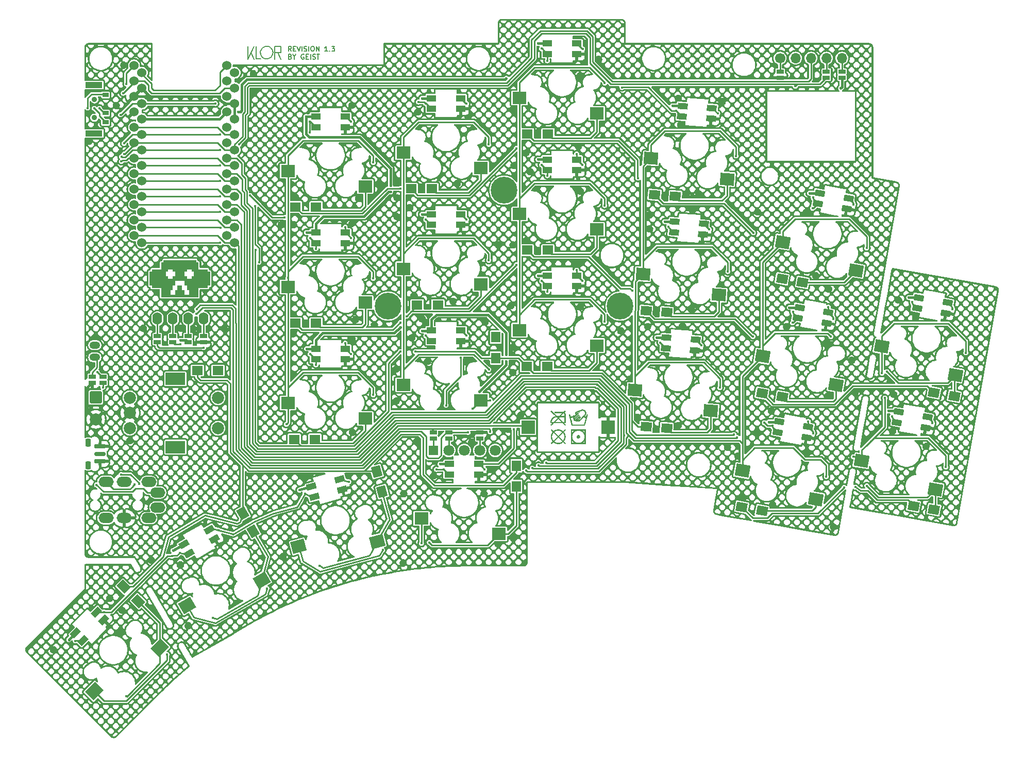
<source format=gtl>
G04 #@! TF.GenerationSoftware,KiCad,Pcbnew,8.0.4-8.0.4-0~ubuntu22.04.1*
G04 #@! TF.CreationDate,2024-08-27T17:26:14+02:00*
G04 #@! TF.ProjectId,klor1_3,6b6c6f72-315f-4332-9e6b-696361645f70,v1.3.0*
G04 #@! TF.SameCoordinates,Original*
G04 #@! TF.FileFunction,Copper,L1,Top*
G04 #@! TF.FilePolarity,Positive*
%FSLAX46Y46*%
G04 Gerber Fmt 4.6, Leading zero omitted, Abs format (unit mm)*
G04 Created by KiCad (PCBNEW 8.0.4-8.0.4-0~ubuntu22.04.1) date 2024-08-27 17:26:14*
%MOMM*%
%LPD*%
G01*
G04 APERTURE LIST*
G04 Aperture macros list*
%AMRoundRect*
0 Rectangle with rounded corners*
0 $1 Rounding radius*
0 $2 $3 $4 $5 $6 $7 $8 $9 X,Y pos of 4 corners*
0 Add a 4 corners polygon primitive as box body*
4,1,4,$2,$3,$4,$5,$6,$7,$8,$9,$2,$3,0*
0 Add four circle primitives for the rounded corners*
1,1,$1+$1,$2,$3*
1,1,$1+$1,$4,$5*
1,1,$1+$1,$6,$7*
1,1,$1+$1,$8,$9*
0 Add four rect primitives between the rounded corners*
20,1,$1+$1,$2,$3,$4,$5,0*
20,1,$1+$1,$4,$5,$6,$7,0*
20,1,$1+$1,$6,$7,$8,$9,0*
20,1,$1+$1,$8,$9,$2,$3,0*%
%AMRotRect*
0 Rectangle, with rotation*
0 The origin of the aperture is its center*
0 $1 length*
0 $2 width*
0 $3 Rotation angle, in degrees counterclockwise*
0 Add horizontal line*
21,1,$1,$2,0,0,$3*%
G04 Aperture macros list end*
G04 #@! TA.AperFunction,NonConductor*
%ADD10C,0.000001*%
G04 #@! TD*
G04 #@! TA.AperFunction,NonConductor*
%ADD11C,0.150000*%
G04 #@! TD*
%ADD12C,0.150000*%
G04 #@! TA.AperFunction,NonConductor*
%ADD13C,0.000000*%
G04 #@! TD*
G04 #@! TA.AperFunction,SMDPad,CuDef*
%ADD14R,1.143000X0.635000*%
G04 #@! TD*
G04 #@! TA.AperFunction,SMDPad,CuDef*
%ADD15RotRect,1.600000X1.000000X225.000000*%
G04 #@! TD*
G04 #@! TA.AperFunction,SMDPad,CuDef*
%ADD16RotRect,2.300000X2.000000X45.000000*%
G04 #@! TD*
G04 #@! TA.AperFunction,SMDPad,CuDef*
%ADD17R,1.600000X1.000000*%
G04 #@! TD*
G04 #@! TA.AperFunction,SMDPad,CuDef*
%ADD18R,2.300000X2.000000*%
G04 #@! TD*
G04 #@! TA.AperFunction,SMDPad,CuDef*
%ADD19RotRect,1.600000X1.000000X176.000000*%
G04 #@! TD*
G04 #@! TA.AperFunction,SMDPad,CuDef*
%ADD20RotRect,2.300000X2.000000X356.000000*%
G04 #@! TD*
G04 #@! TA.AperFunction,ComponentPad*
%ADD21RotRect,1.800000X1.500000X350.000000*%
G04 #@! TD*
G04 #@! TA.AperFunction,ComponentPad*
%ADD22R,1.800000X1.500000*%
G04 #@! TD*
G04 #@! TA.AperFunction,ComponentPad*
%ADD23RotRect,1.800000X1.500000X356.000000*%
G04 #@! TD*
G04 #@! TA.AperFunction,SMDPad,CuDef*
%ADD24RotRect,1.600000X1.000000X195.000000*%
G04 #@! TD*
G04 #@! TA.AperFunction,SMDPad,CuDef*
%ADD25RotRect,2.300000X2.000000X15.000000*%
G04 #@! TD*
G04 #@! TA.AperFunction,SMDPad,CuDef*
%ADD26RotRect,1.600000X1.000000X170.000000*%
G04 #@! TD*
G04 #@! TA.AperFunction,SMDPad,CuDef*
%ADD27RotRect,2.300000X2.000000X350.000000*%
G04 #@! TD*
G04 #@! TA.AperFunction,ComponentPad*
%ADD28RotRect,1.800000X1.500000X285.000000*%
G04 #@! TD*
G04 #@! TA.AperFunction,ComponentPad*
%ADD29R,2.200000X2.200000*%
G04 #@! TD*
G04 #@! TA.AperFunction,ComponentPad*
%ADD30C,2.000000*%
G04 #@! TD*
G04 #@! TA.AperFunction,ComponentPad*
%ADD31R,3.200000X2.000000*%
G04 #@! TD*
G04 #@! TA.AperFunction,ComponentPad*
%ADD32O,1.600000X2.000000*%
G04 #@! TD*
G04 #@! TA.AperFunction,ComponentPad*
%ADD33O,2.500000X1.700000*%
G04 #@! TD*
G04 #@! TA.AperFunction,ComponentPad*
%ADD34RotRect,1.800000X1.500000X300.000000*%
G04 #@! TD*
G04 #@! TA.AperFunction,ComponentPad*
%ADD35O,1.750000X1.200000*%
G04 #@! TD*
G04 #@! TA.AperFunction,ComponentPad*
%ADD36RoundRect,0.187500X-0.712500X0.187500X-0.712500X-0.187500X0.712500X-0.187500X0.712500X0.187500X0*%
G04 #@! TD*
G04 #@! TA.AperFunction,ComponentPad*
%ADD37RoundRect,0.150000X-0.750000X0.150000X-0.750000X-0.150000X0.750000X-0.150000X0.750000X0.150000X0*%
G04 #@! TD*
G04 #@! TA.AperFunction,ComponentPad*
%ADD38RoundRect,0.225000X-0.225000X0.425000X-0.225000X-0.425000X0.225000X-0.425000X0.225000X0.425000X0*%
G04 #@! TD*
G04 #@! TA.AperFunction,ComponentPad*
%ADD39C,4.400000*%
G04 #@! TD*
G04 #@! TA.AperFunction,SMDPad,CuDef*
%ADD40RotRect,1.600000X1.000000X210.000000*%
G04 #@! TD*
G04 #@! TA.AperFunction,SMDPad,CuDef*
%ADD41RotRect,2.300000X2.000000X30.000000*%
G04 #@! TD*
G04 #@! TA.AperFunction,ComponentPad*
%ADD42RotRect,1.800000X1.500000X315.000000*%
G04 #@! TD*
G04 #@! TA.AperFunction,ComponentPad*
%ADD43R,1.500000X1.800000*%
G04 #@! TD*
G04 #@! TA.AperFunction,ComponentPad*
%ADD44RoundRect,0.142858X-0.857142X0.857142X-0.857142X-0.857142X0.857142X-0.857142X0.857142X0.857142X0*%
G04 #@! TD*
G04 #@! TA.AperFunction,WasherPad*
%ADD45C,0.900000*%
G04 #@! TD*
G04 #@! TA.AperFunction,SMDPad,CuDef*
%ADD46R,1.000000X0.700000*%
G04 #@! TD*
G04 #@! TA.AperFunction,SMDPad,CuDef*
%ADD47R,2.800000X1.000000*%
G04 #@! TD*
G04 #@! TA.AperFunction,ComponentPad*
%ADD48R,1.524000X1.524000*%
G04 #@! TD*
G04 #@! TA.AperFunction,ComponentPad*
%ADD49C,1.800000*%
G04 #@! TD*
G04 #@! TA.AperFunction,ComponentPad*
%ADD50C,1.524000*%
G04 #@! TD*
G04 #@! TA.AperFunction,ComponentPad*
%ADD51C,1.700000*%
G04 #@! TD*
G04 #@! TA.AperFunction,ComponentPad*
%ADD52O,1.700000X1.700000*%
G04 #@! TD*
G04 #@! TA.AperFunction,ViaPad*
%ADD53C,0.400000*%
G04 #@! TD*
G04 #@! TA.AperFunction,Conductor*
%ADD54C,0.381000*%
G04 #@! TD*
G04 #@! TA.AperFunction,Conductor*
%ADD55C,0.254000*%
G04 #@! TD*
G04 APERTURE END LIST*
D10*
X162918283Y-118993156D02*
X160573039Y-118993156D01*
X160573039Y-118862676D01*
X160700000Y-118862676D01*
X161211369Y-118862676D01*
X161170832Y-118840739D01*
X161131247Y-118817273D01*
X161092653Y-118792319D01*
X161055093Y-118765919D01*
X161018607Y-118738113D01*
X160983236Y-118708944D01*
X160949024Y-118678452D01*
X160916009Y-118646680D01*
X160884235Y-118613667D01*
X160853741Y-118579456D01*
X160824570Y-118544088D01*
X160796763Y-118507604D01*
X160770361Y-118470046D01*
X160745406Y-118431454D01*
X160721938Y-118391871D01*
X160700000Y-118351337D01*
X160700000Y-118862676D01*
X160573039Y-118862676D01*
X160573039Y-118351337D01*
X160573039Y-117818838D01*
X160700000Y-117818838D01*
X160701363Y-117872406D01*
X160705408Y-117925288D01*
X160712068Y-117977417D01*
X160721277Y-118028726D01*
X160732968Y-118079149D01*
X160747075Y-118128620D01*
X160763532Y-118177072D01*
X160782271Y-118224439D01*
X160803226Y-118270653D01*
X160826331Y-118315649D01*
X160851519Y-118359360D01*
X160878724Y-118401720D01*
X160907879Y-118442662D01*
X160938918Y-118482119D01*
X160971774Y-118520025D01*
X161006380Y-118556314D01*
X161042671Y-118590918D01*
X161080579Y-118623772D01*
X161120039Y-118654809D01*
X161160983Y-118683962D01*
X161203345Y-118711166D01*
X161247058Y-118736353D01*
X161292057Y-118759456D01*
X161338274Y-118780410D01*
X161385644Y-118799148D01*
X161434098Y-118815604D01*
X161483572Y-118829710D01*
X161533998Y-118841400D01*
X161585311Y-118850609D01*
X161637442Y-118857269D01*
X161690327Y-118861313D01*
X161743898Y-118862676D01*
X162276427Y-118862676D01*
X162787796Y-118862676D01*
X162787796Y-118351337D01*
X162765857Y-118391871D01*
X162742390Y-118431454D01*
X162717434Y-118470046D01*
X162691032Y-118507604D01*
X162663225Y-118544088D01*
X162634054Y-118579456D01*
X162603561Y-118613667D01*
X162571786Y-118646680D01*
X162538772Y-118678452D01*
X162504559Y-118708944D01*
X162469189Y-118738113D01*
X162432703Y-118765919D01*
X162395142Y-118792319D01*
X162356549Y-118817273D01*
X162316963Y-118840739D01*
X162276427Y-118862676D01*
X161743898Y-118862676D01*
X161797469Y-118861313D01*
X161850354Y-118857269D01*
X161902485Y-118850609D01*
X161953798Y-118841400D01*
X162004224Y-118829710D01*
X162053698Y-118815604D01*
X162102152Y-118799148D01*
X162149521Y-118780410D01*
X162195739Y-118759456D01*
X162240737Y-118736353D01*
X162284451Y-118711166D01*
X162326813Y-118683962D01*
X162367757Y-118654809D01*
X162407216Y-118623772D01*
X162445125Y-118590918D01*
X162481415Y-118556314D01*
X162516022Y-118520025D01*
X162548878Y-118482119D01*
X162579916Y-118442662D01*
X162609071Y-118401720D01*
X162636276Y-118359360D01*
X162661465Y-118315649D01*
X162684570Y-118270653D01*
X162705525Y-118224439D01*
X162724264Y-118177072D01*
X162740720Y-118128620D01*
X162754827Y-118079149D01*
X162766518Y-118028726D01*
X162775727Y-117977417D01*
X162782388Y-117925288D01*
X162786433Y-117872406D01*
X162787796Y-117818838D01*
X162786433Y-117765270D01*
X162782388Y-117712389D01*
X162775727Y-117660260D01*
X162766518Y-117608951D01*
X162754827Y-117558528D01*
X162740720Y-117509057D01*
X162724264Y-117460605D01*
X162705525Y-117413238D01*
X162684570Y-117367024D01*
X162661465Y-117322027D01*
X162636276Y-117278316D01*
X162609071Y-117235957D01*
X162579916Y-117195015D01*
X162548878Y-117155558D01*
X162516022Y-117117652D01*
X162481415Y-117081363D01*
X162445125Y-117046759D01*
X162407216Y-117013905D01*
X162367757Y-116982868D01*
X162326813Y-116953714D01*
X162284451Y-116926511D01*
X162240737Y-116901324D01*
X162195739Y-116878221D01*
X162149521Y-116857267D01*
X162102152Y-116838529D01*
X162053698Y-116822073D01*
X162004224Y-116807967D01*
X161953798Y-116796276D01*
X161902485Y-116787068D01*
X161850354Y-116780408D01*
X161797469Y-116776363D01*
X161743898Y-116775000D01*
X162276427Y-116775000D01*
X162316963Y-116796938D01*
X162356549Y-116820404D01*
X162395142Y-116845358D01*
X162432703Y-116871758D01*
X162469189Y-116899563D01*
X162504559Y-116928733D01*
X162538772Y-116959224D01*
X162571786Y-116990997D01*
X162603561Y-117024010D01*
X162634054Y-117058221D01*
X162663225Y-117093589D01*
X162691032Y-117130073D01*
X162717434Y-117167631D01*
X162742390Y-117206223D01*
X162765857Y-117245806D01*
X162787796Y-117286340D01*
X162787796Y-116775000D01*
X162276427Y-116775000D01*
X161743898Y-116775000D01*
X161690327Y-116776363D01*
X161637442Y-116780408D01*
X161585311Y-116787068D01*
X161533998Y-116796276D01*
X161483572Y-116807967D01*
X161434098Y-116822073D01*
X161385644Y-116838529D01*
X161338274Y-116857267D01*
X161292057Y-116878221D01*
X161247058Y-116901324D01*
X161203345Y-116926511D01*
X161160983Y-116953714D01*
X161120039Y-116982868D01*
X161080579Y-117013905D01*
X161042671Y-117046759D01*
X161006380Y-117081363D01*
X160971774Y-117117652D01*
X160938918Y-117155558D01*
X160907879Y-117195015D01*
X160878724Y-117235957D01*
X160851519Y-117278316D01*
X160826331Y-117322027D01*
X160803226Y-117367024D01*
X160782271Y-117413238D01*
X160763532Y-117460605D01*
X160747075Y-117509057D01*
X160732968Y-117558528D01*
X160721277Y-117608951D01*
X160712068Y-117660260D01*
X160705408Y-117712389D01*
X160701363Y-117765270D01*
X160700000Y-117818838D01*
X160573039Y-117818838D01*
X160573039Y-117286340D01*
X160573039Y-116775000D01*
X160700000Y-116775000D01*
X160700000Y-117286340D01*
X160721938Y-117245806D01*
X160745406Y-117206223D01*
X160770361Y-117167631D01*
X160796763Y-117130073D01*
X160824570Y-117093589D01*
X160853741Y-117058221D01*
X160884235Y-117024010D01*
X160916009Y-116990997D01*
X160949024Y-116959224D01*
X160983236Y-116928733D01*
X161018607Y-116899563D01*
X161055093Y-116871758D01*
X161092653Y-116845358D01*
X161131247Y-116820404D01*
X161170832Y-116796938D01*
X161211369Y-116775000D01*
X160700000Y-116775000D01*
X160573039Y-116775000D01*
X160573039Y-116648047D01*
X162918283Y-116648047D01*
X162918283Y-118993156D01*
G04 #@! TA.AperFunction,NonConductor*
G36*
X162918283Y-118993156D02*
G01*
X160573039Y-118993156D01*
X160573039Y-118862676D01*
X160700000Y-118862676D01*
X161211369Y-118862676D01*
X161170832Y-118840739D01*
X161131247Y-118817273D01*
X161092653Y-118792319D01*
X161055093Y-118765919D01*
X161018607Y-118738113D01*
X160983236Y-118708944D01*
X160949024Y-118678452D01*
X160916009Y-118646680D01*
X160884235Y-118613667D01*
X160853741Y-118579456D01*
X160824570Y-118544088D01*
X160796763Y-118507604D01*
X160770361Y-118470046D01*
X160745406Y-118431454D01*
X160721938Y-118391871D01*
X160700000Y-118351337D01*
X160700000Y-118862676D01*
X160573039Y-118862676D01*
X160573039Y-118351337D01*
X160573039Y-117818838D01*
X160700000Y-117818838D01*
X160701363Y-117872406D01*
X160705408Y-117925288D01*
X160712068Y-117977417D01*
X160721277Y-118028726D01*
X160732968Y-118079149D01*
X160747075Y-118128620D01*
X160763532Y-118177072D01*
X160782271Y-118224439D01*
X160803226Y-118270653D01*
X160826331Y-118315649D01*
X160851519Y-118359360D01*
X160878724Y-118401720D01*
X160907879Y-118442662D01*
X160938918Y-118482119D01*
X160971774Y-118520025D01*
X161006380Y-118556314D01*
X161042671Y-118590918D01*
X161080579Y-118623772D01*
X161120039Y-118654809D01*
X161160983Y-118683962D01*
X161203345Y-118711166D01*
X161247058Y-118736353D01*
X161292057Y-118759456D01*
X161338274Y-118780410D01*
X161385644Y-118799148D01*
X161434098Y-118815604D01*
X161483572Y-118829710D01*
X161533998Y-118841400D01*
X161585311Y-118850609D01*
X161637442Y-118857269D01*
X161690327Y-118861313D01*
X161743898Y-118862676D01*
X162276427Y-118862676D01*
X162787796Y-118862676D01*
X162787796Y-118351337D01*
X162765857Y-118391871D01*
X162742390Y-118431454D01*
X162717434Y-118470046D01*
X162691032Y-118507604D01*
X162663225Y-118544088D01*
X162634054Y-118579456D01*
X162603561Y-118613667D01*
X162571786Y-118646680D01*
X162538772Y-118678452D01*
X162504559Y-118708944D01*
X162469189Y-118738113D01*
X162432703Y-118765919D01*
X162395142Y-118792319D01*
X162356549Y-118817273D01*
X162316963Y-118840739D01*
X162276427Y-118862676D01*
X161743898Y-118862676D01*
X161797469Y-118861313D01*
X161850354Y-118857269D01*
X161902485Y-118850609D01*
X161953798Y-118841400D01*
X162004224Y-118829710D01*
X162053698Y-118815604D01*
X162102152Y-118799148D01*
X162149521Y-118780410D01*
X162195739Y-118759456D01*
X162240737Y-118736353D01*
X162284451Y-118711166D01*
X162326813Y-118683962D01*
X162367757Y-118654809D01*
X162407216Y-118623772D01*
X162445125Y-118590918D01*
X162481415Y-118556314D01*
X162516022Y-118520025D01*
X162548878Y-118482119D01*
X162579916Y-118442662D01*
X162609071Y-118401720D01*
X162636276Y-118359360D01*
X162661465Y-118315649D01*
X162684570Y-118270653D01*
X162705525Y-118224439D01*
X162724264Y-118177072D01*
X162740720Y-118128620D01*
X162754827Y-118079149D01*
X162766518Y-118028726D01*
X162775727Y-117977417D01*
X162782388Y-117925288D01*
X162786433Y-117872406D01*
X162787796Y-117818838D01*
X162786433Y-117765270D01*
X162782388Y-117712389D01*
X162775727Y-117660260D01*
X162766518Y-117608951D01*
X162754827Y-117558528D01*
X162740720Y-117509057D01*
X162724264Y-117460605D01*
X162705525Y-117413238D01*
X162684570Y-117367024D01*
X162661465Y-117322027D01*
X162636276Y-117278316D01*
X162609071Y-117235957D01*
X162579916Y-117195015D01*
X162548878Y-117155558D01*
X162516022Y-117117652D01*
X162481415Y-117081363D01*
X162445125Y-117046759D01*
X162407216Y-117013905D01*
X162367757Y-116982868D01*
X162326813Y-116953714D01*
X162284451Y-116926511D01*
X162240737Y-116901324D01*
X162195739Y-116878221D01*
X162149521Y-116857267D01*
X162102152Y-116838529D01*
X162053698Y-116822073D01*
X162004224Y-116807967D01*
X161953798Y-116796276D01*
X161902485Y-116787068D01*
X161850354Y-116780408D01*
X161797469Y-116776363D01*
X161743898Y-116775000D01*
X162276427Y-116775000D01*
X162316963Y-116796938D01*
X162356549Y-116820404D01*
X162395142Y-116845358D01*
X162432703Y-116871758D01*
X162469189Y-116899563D01*
X162504559Y-116928733D01*
X162538772Y-116959224D01*
X162571786Y-116990997D01*
X162603561Y-117024010D01*
X162634054Y-117058221D01*
X162663225Y-117093589D01*
X162691032Y-117130073D01*
X162717434Y-117167631D01*
X162742390Y-117206223D01*
X162765857Y-117245806D01*
X162787796Y-117286340D01*
X162787796Y-116775000D01*
X162276427Y-116775000D01*
X161743898Y-116775000D01*
X161690327Y-116776363D01*
X161637442Y-116780408D01*
X161585311Y-116787068D01*
X161533998Y-116796276D01*
X161483572Y-116807967D01*
X161434098Y-116822073D01*
X161385644Y-116838529D01*
X161338274Y-116857267D01*
X161292057Y-116878221D01*
X161247058Y-116901324D01*
X161203345Y-116926511D01*
X161160983Y-116953714D01*
X161120039Y-116982868D01*
X161080579Y-117013905D01*
X161042671Y-117046759D01*
X161006380Y-117081363D01*
X160971774Y-117117652D01*
X160938918Y-117155558D01*
X160907879Y-117195015D01*
X160878724Y-117235957D01*
X160851519Y-117278316D01*
X160826331Y-117322027D01*
X160803226Y-117367024D01*
X160782271Y-117413238D01*
X160763532Y-117460605D01*
X160747075Y-117509057D01*
X160732968Y-117558528D01*
X160721277Y-117608951D01*
X160712068Y-117660260D01*
X160705408Y-117712389D01*
X160701363Y-117765270D01*
X160700000Y-117818838D01*
X160573039Y-117818838D01*
X160573039Y-117286340D01*
X160573039Y-116775000D01*
X160700000Y-116775000D01*
X160700000Y-117286340D01*
X160721938Y-117245806D01*
X160745406Y-117206223D01*
X160770361Y-117167631D01*
X160796763Y-117130073D01*
X160824570Y-117093589D01*
X160853741Y-117058221D01*
X160884235Y-117024010D01*
X160916009Y-116990997D01*
X160949024Y-116959224D01*
X160983236Y-116928733D01*
X161018607Y-116899563D01*
X161055093Y-116871758D01*
X161092653Y-116845358D01*
X161131247Y-116820404D01*
X161170832Y-116796938D01*
X161211369Y-116775000D01*
X160700000Y-116775000D01*
X160573039Y-116775000D01*
X160573039Y-116648047D01*
X162918283Y-116648047D01*
X162918283Y-118993156D01*
G37*
G04 #@! TD.AperFunction*
D11*
X111879180Y-55795204D02*
X111879180Y-54767135D01*
X107458484Y-55795204D02*
X108486553Y-53704798D01*
D10*
X161756046Y-117586388D02*
X161768016Y-117587271D01*
X161779793Y-117588726D01*
X161791363Y-117590740D01*
X161802715Y-117593299D01*
X161813833Y-117596389D01*
X161824705Y-117599997D01*
X161835316Y-117604109D01*
X161845654Y-117608712D01*
X161855704Y-117613792D01*
X161865453Y-117619336D01*
X161874888Y-117625330D01*
X161883995Y-117631760D01*
X161892760Y-117638613D01*
X161901170Y-117645876D01*
X161909211Y-117653535D01*
X161916870Y-117661576D01*
X161924133Y-117669985D01*
X161930987Y-117678750D01*
X161937418Y-117687856D01*
X161943412Y-117697290D01*
X161948956Y-117707039D01*
X161954036Y-117717088D01*
X161958640Y-117727425D01*
X161962752Y-117738036D01*
X161966360Y-117748907D01*
X161969451Y-117760025D01*
X161972009Y-117771376D01*
X161974023Y-117782946D01*
X161975478Y-117794722D01*
X161976362Y-117806691D01*
X161976659Y-117818838D01*
X161976362Y-117830986D01*
X161975478Y-117842955D01*
X161974023Y-117854731D01*
X161972009Y-117866301D01*
X161969451Y-117877652D01*
X161966360Y-117888770D01*
X161962752Y-117899641D01*
X161958640Y-117910251D01*
X161954036Y-117920588D01*
X161948956Y-117930638D01*
X161943412Y-117940387D01*
X161937418Y-117949821D01*
X161930987Y-117958927D01*
X161924133Y-117967692D01*
X161916870Y-117976101D01*
X161909211Y-117984142D01*
X161901170Y-117991801D01*
X161892760Y-117999063D01*
X161883995Y-118005917D01*
X161874888Y-118012347D01*
X161865453Y-118018341D01*
X161855704Y-118023885D01*
X161845654Y-118028965D01*
X161835316Y-118033568D01*
X161824705Y-118037680D01*
X161813833Y-118041288D01*
X161802715Y-118044378D01*
X161791363Y-118046937D01*
X161779793Y-118048950D01*
X161768016Y-118050406D01*
X161756046Y-118051289D01*
X161743898Y-118051586D01*
X161731750Y-118051289D01*
X161719780Y-118050406D01*
X161708003Y-118048950D01*
X161696432Y-118046937D01*
X161685081Y-118044378D01*
X161673963Y-118041288D01*
X161663091Y-118037680D01*
X161652480Y-118033568D01*
X161642142Y-118028965D01*
X161632092Y-118023885D01*
X161622343Y-118018341D01*
X161612908Y-118012347D01*
X161603801Y-118005917D01*
X161595036Y-117999063D01*
X161586626Y-117991801D01*
X161578585Y-117984142D01*
X161570926Y-117976101D01*
X161563663Y-117967692D01*
X161556809Y-117958927D01*
X161550378Y-117949821D01*
X161544384Y-117940387D01*
X161538840Y-117930638D01*
X161533759Y-117920588D01*
X161529156Y-117910251D01*
X161525044Y-117899641D01*
X161521436Y-117888770D01*
X161518345Y-117877652D01*
X161515787Y-117866301D01*
X161513773Y-117854731D01*
X161512318Y-117842955D01*
X161511434Y-117830986D01*
X161511137Y-117818838D01*
X161511434Y-117807001D01*
X161512318Y-117795303D01*
X161513773Y-117783760D01*
X161515787Y-117772388D01*
X161518345Y-117761202D01*
X161521436Y-117750217D01*
X161525044Y-117739449D01*
X161529156Y-117728913D01*
X161533759Y-117718626D01*
X161538840Y-117708602D01*
X161544384Y-117698856D01*
X161550378Y-117689406D01*
X161556809Y-117680265D01*
X161563663Y-117671450D01*
X161570926Y-117662975D01*
X161578585Y-117654857D01*
X161586626Y-117647111D01*
X161595036Y-117639753D01*
X161603801Y-117632797D01*
X161612908Y-117626260D01*
X161622343Y-117620156D01*
X161632092Y-117614502D01*
X161642142Y-117609313D01*
X161652480Y-117604605D01*
X161663091Y-117600392D01*
X161673963Y-117596691D01*
X161685081Y-117593517D01*
X161696432Y-117590885D01*
X161708003Y-117588811D01*
X161719780Y-117587310D01*
X161731750Y-117586398D01*
X161743898Y-117586091D01*
X161756046Y-117586388D01*
G04 #@! TA.AperFunction,NonConductor*
G36*
X161756046Y-117586388D02*
G01*
X161768016Y-117587271D01*
X161779793Y-117588726D01*
X161791363Y-117590740D01*
X161802715Y-117593299D01*
X161813833Y-117596389D01*
X161824705Y-117599997D01*
X161835316Y-117604109D01*
X161845654Y-117608712D01*
X161855704Y-117613792D01*
X161865453Y-117619336D01*
X161874888Y-117625330D01*
X161883995Y-117631760D01*
X161892760Y-117638613D01*
X161901170Y-117645876D01*
X161909211Y-117653535D01*
X161916870Y-117661576D01*
X161924133Y-117669985D01*
X161930987Y-117678750D01*
X161937418Y-117687856D01*
X161943412Y-117697290D01*
X161948956Y-117707039D01*
X161954036Y-117717088D01*
X161958640Y-117727425D01*
X161962752Y-117738036D01*
X161966360Y-117748907D01*
X161969451Y-117760025D01*
X161972009Y-117771376D01*
X161974023Y-117782946D01*
X161975478Y-117794722D01*
X161976362Y-117806691D01*
X161976659Y-117818838D01*
X161976362Y-117830986D01*
X161975478Y-117842955D01*
X161974023Y-117854731D01*
X161972009Y-117866301D01*
X161969451Y-117877652D01*
X161966360Y-117888770D01*
X161962752Y-117899641D01*
X161958640Y-117910251D01*
X161954036Y-117920588D01*
X161948956Y-117930638D01*
X161943412Y-117940387D01*
X161937418Y-117949821D01*
X161930987Y-117958927D01*
X161924133Y-117967692D01*
X161916870Y-117976101D01*
X161909211Y-117984142D01*
X161901170Y-117991801D01*
X161892760Y-117999063D01*
X161883995Y-118005917D01*
X161874888Y-118012347D01*
X161865453Y-118018341D01*
X161855704Y-118023885D01*
X161845654Y-118028965D01*
X161835316Y-118033568D01*
X161824705Y-118037680D01*
X161813833Y-118041288D01*
X161802715Y-118044378D01*
X161791363Y-118046937D01*
X161779793Y-118048950D01*
X161768016Y-118050406D01*
X161756046Y-118051289D01*
X161743898Y-118051586D01*
X161731750Y-118051289D01*
X161719780Y-118050406D01*
X161708003Y-118048950D01*
X161696432Y-118046937D01*
X161685081Y-118044378D01*
X161673963Y-118041288D01*
X161663091Y-118037680D01*
X161652480Y-118033568D01*
X161642142Y-118028965D01*
X161632092Y-118023885D01*
X161622343Y-118018341D01*
X161612908Y-118012347D01*
X161603801Y-118005917D01*
X161595036Y-117999063D01*
X161586626Y-117991801D01*
X161578585Y-117984142D01*
X161570926Y-117976101D01*
X161563663Y-117967692D01*
X161556809Y-117958927D01*
X161550378Y-117949821D01*
X161544384Y-117940387D01*
X161538840Y-117930638D01*
X161533759Y-117920588D01*
X161529156Y-117910251D01*
X161525044Y-117899641D01*
X161521436Y-117888770D01*
X161518345Y-117877652D01*
X161515787Y-117866301D01*
X161513773Y-117854731D01*
X161512318Y-117842955D01*
X161511434Y-117830986D01*
X161511137Y-117818838D01*
X161511434Y-117807001D01*
X161512318Y-117795303D01*
X161513773Y-117783760D01*
X161515787Y-117772388D01*
X161518345Y-117761202D01*
X161521436Y-117750217D01*
X161525044Y-117739449D01*
X161529156Y-117728913D01*
X161533759Y-117718626D01*
X161538840Y-117708602D01*
X161544384Y-117698856D01*
X161550378Y-117689406D01*
X161556809Y-117680265D01*
X161563663Y-117671450D01*
X161570926Y-117662975D01*
X161578585Y-117654857D01*
X161586626Y-117647111D01*
X161595036Y-117639753D01*
X161603801Y-117632797D01*
X161612908Y-117626260D01*
X161622343Y-117620156D01*
X161632092Y-117614502D01*
X161642142Y-117609313D01*
X161652480Y-117604605D01*
X161663091Y-117600392D01*
X161673963Y-117596691D01*
X161685081Y-117593517D01*
X161696432Y-117590885D01*
X161708003Y-117588811D01*
X161719780Y-117587310D01*
X161731750Y-117586398D01*
X161743898Y-117586091D01*
X161756046Y-117586388D01*
G37*
G04 #@! TD.AperFunction*
D11*
X107458484Y-53704798D02*
X107458484Y-55795204D01*
X112907248Y-53739067D02*
X112907248Y-54767135D01*
X112907248Y-54767135D02*
X111913449Y-54767135D01*
D10*
X159638469Y-113636433D02*
X159440975Y-113833916D01*
X159461011Y-113849033D01*
X159480092Y-113865255D01*
X159498170Y-113882531D01*
X159515200Y-113900809D01*
X159531135Y-113920038D01*
X159545928Y-113940165D01*
X159559533Y-113961140D01*
X159571903Y-113982910D01*
X159582992Y-114005424D01*
X159592753Y-114028630D01*
X159601140Y-114052477D01*
X159608106Y-114076913D01*
X159613606Y-114101886D01*
X159617591Y-114127344D01*
X159620017Y-114153237D01*
X159620835Y-114179511D01*
X159620835Y-115554838D01*
X159338701Y-115554838D01*
X159641995Y-115858116D01*
X159550302Y-115949804D01*
X159155313Y-115554838D01*
X158411183Y-115554838D01*
X158411183Y-115424359D01*
X159024826Y-115424359D01*
X158435870Y-114835437D01*
X157846914Y-115424359D01*
X158404130Y-115424359D01*
X158404130Y-115554838D01*
X157716427Y-115554838D01*
X157321439Y-115949804D01*
X157229745Y-115858116D01*
X157533040Y-115554838D01*
X157173318Y-115554838D01*
X157173318Y-115491362D01*
X157174436Y-115442698D01*
X157175459Y-115427885D01*
X157175702Y-115424359D01*
X157303805Y-115424359D01*
X157303805Y-115427885D01*
X157660000Y-115427885D01*
X158340650Y-114747275D01*
X158337123Y-114743748D01*
X158531090Y-114743748D01*
X159208213Y-115424359D01*
X159490348Y-115424359D01*
X159490348Y-114574477D01*
X158700372Y-114574477D01*
X158531090Y-114743748D01*
X158337123Y-114743748D01*
X158171369Y-114578003D01*
X158128323Y-114580992D01*
X158085840Y-114585959D01*
X158043967Y-114592858D01*
X158002749Y-114601642D01*
X157962235Y-114612265D01*
X157922469Y-114624681D01*
X157883499Y-114638843D01*
X157845371Y-114654704D01*
X157808132Y-114672219D01*
X157771828Y-114691340D01*
X157736505Y-114712021D01*
X157702210Y-114734216D01*
X157668990Y-114757877D01*
X157636891Y-114782960D01*
X157605959Y-114809416D01*
X157576241Y-114837200D01*
X157547784Y-114866265D01*
X157520634Y-114896565D01*
X157494838Y-114928052D01*
X157470441Y-114960682D01*
X157447491Y-114994406D01*
X157426034Y-115029179D01*
X157406116Y-115064955D01*
X157387784Y-115101686D01*
X157371085Y-115139326D01*
X157356065Y-115177829D01*
X157342770Y-115217148D01*
X157331247Y-115257237D01*
X157321543Y-115298049D01*
X157313703Y-115339537D01*
X157307775Y-115381656D01*
X157303805Y-115424359D01*
X157175702Y-115424359D01*
X157177756Y-115394601D01*
X157183230Y-115347118D01*
X157190807Y-115300298D01*
X157200437Y-115254192D01*
X157212071Y-115208847D01*
X157225659Y-115164314D01*
X157241152Y-115120641D01*
X157258499Y-115077877D01*
X157277650Y-115036071D01*
X157298558Y-114995272D01*
X157321170Y-114955530D01*
X157345438Y-114916893D01*
X157371312Y-114879411D01*
X157398743Y-114843132D01*
X157427680Y-114808106D01*
X157458074Y-114774382D01*
X157489875Y-114742009D01*
X157523033Y-114711036D01*
X157557499Y-114681511D01*
X157593223Y-114653485D01*
X157630155Y-114627006D01*
X157668246Y-114602123D01*
X157707445Y-114578885D01*
X157715682Y-114574477D01*
X158354756Y-114574477D01*
X158435870Y-114655586D01*
X158516984Y-114574477D01*
X158354756Y-114574477D01*
X157715682Y-114574477D01*
X157747703Y-114557342D01*
X157788971Y-114537542D01*
X157831198Y-114519535D01*
X157874336Y-114503369D01*
X157918333Y-114489094D01*
X157963141Y-114476758D01*
X158008709Y-114466412D01*
X158054988Y-114458103D01*
X158044363Y-114447524D01*
X158827332Y-114447524D01*
X159486821Y-114447524D01*
X159486821Y-114183038D01*
X159486657Y-114172841D01*
X159486167Y-114162752D01*
X159485357Y-114152774D01*
X159484231Y-114142910D01*
X159482796Y-114133166D01*
X159481056Y-114123544D01*
X159479016Y-114114049D01*
X159476682Y-114104684D01*
X159474059Y-114095453D01*
X159471151Y-114086361D01*
X159467964Y-114077411D01*
X159464504Y-114068606D01*
X159460775Y-114059952D01*
X159456782Y-114051451D01*
X159452532Y-114043108D01*
X159448028Y-114034926D01*
X159443276Y-114026909D01*
X159438281Y-114019062D01*
X159433049Y-114011387D01*
X159427584Y-114003890D01*
X159415978Y-113989441D01*
X159403503Y-113975747D01*
X159390203Y-113962838D01*
X159376116Y-113950745D01*
X159361287Y-113939499D01*
X159345754Y-113929131D01*
X158827332Y-114447524D01*
X158044363Y-114447524D01*
X157229745Y-113636433D01*
X157321439Y-113544745D01*
X158224269Y-114443997D01*
X158643944Y-114443997D01*
X159204687Y-113883287D01*
X157903341Y-113883287D01*
X157903341Y-113752807D01*
X159190580Y-113752807D01*
X159199135Y-113752890D01*
X159207608Y-113753138D01*
X159215997Y-113753551D01*
X159224304Y-113754130D01*
X159232528Y-113754874D01*
X159240670Y-113755783D01*
X159248729Y-113756857D01*
X159256705Y-113758097D01*
X159264599Y-113759502D01*
X159272410Y-113761072D01*
X159280139Y-113762808D01*
X159287784Y-113764709D01*
X159295347Y-113766775D01*
X159302828Y-113769007D01*
X159310226Y-113771404D01*
X159317541Y-113773966D01*
X159546775Y-113544745D01*
X159638469Y-113636433D01*
G04 #@! TA.AperFunction,NonConductor*
G36*
X159638469Y-113636433D02*
G01*
X159440975Y-113833916D01*
X159461011Y-113849033D01*
X159480092Y-113865255D01*
X159498170Y-113882531D01*
X159515200Y-113900809D01*
X159531135Y-113920038D01*
X159545928Y-113940165D01*
X159559533Y-113961140D01*
X159571903Y-113982910D01*
X159582992Y-114005424D01*
X159592753Y-114028630D01*
X159601140Y-114052477D01*
X159608106Y-114076913D01*
X159613606Y-114101886D01*
X159617591Y-114127344D01*
X159620017Y-114153237D01*
X159620835Y-114179511D01*
X159620835Y-115554838D01*
X159338701Y-115554838D01*
X159641995Y-115858116D01*
X159550302Y-115949804D01*
X159155313Y-115554838D01*
X158411183Y-115554838D01*
X158411183Y-115424359D01*
X159024826Y-115424359D01*
X158435870Y-114835437D01*
X157846914Y-115424359D01*
X158404130Y-115424359D01*
X158404130Y-115554838D01*
X157716427Y-115554838D01*
X157321439Y-115949804D01*
X157229745Y-115858116D01*
X157533040Y-115554838D01*
X157173318Y-115554838D01*
X157173318Y-115491362D01*
X157174436Y-115442698D01*
X157175459Y-115427885D01*
X157175702Y-115424359D01*
X157303805Y-115424359D01*
X157303805Y-115427885D01*
X157660000Y-115427885D01*
X158340650Y-114747275D01*
X158337123Y-114743748D01*
X158531090Y-114743748D01*
X159208213Y-115424359D01*
X159490348Y-115424359D01*
X159490348Y-114574477D01*
X158700372Y-114574477D01*
X158531090Y-114743748D01*
X158337123Y-114743748D01*
X158171369Y-114578003D01*
X158128323Y-114580992D01*
X158085840Y-114585959D01*
X158043967Y-114592858D01*
X158002749Y-114601642D01*
X157962235Y-114612265D01*
X157922469Y-114624681D01*
X157883499Y-114638843D01*
X157845371Y-114654704D01*
X157808132Y-114672219D01*
X157771828Y-114691340D01*
X157736505Y-114712021D01*
X157702210Y-114734216D01*
X157668990Y-114757877D01*
X157636891Y-114782960D01*
X157605959Y-114809416D01*
X157576241Y-114837200D01*
X157547784Y-114866265D01*
X157520634Y-114896565D01*
X157494838Y-114928052D01*
X157470441Y-114960682D01*
X157447491Y-114994406D01*
X157426034Y-115029179D01*
X157406116Y-115064955D01*
X157387784Y-115101686D01*
X157371085Y-115139326D01*
X157356065Y-115177829D01*
X157342770Y-115217148D01*
X157331247Y-115257237D01*
X157321543Y-115298049D01*
X157313703Y-115339537D01*
X157307775Y-115381656D01*
X157303805Y-115424359D01*
X157175702Y-115424359D01*
X157177756Y-115394601D01*
X157183230Y-115347118D01*
X157190807Y-115300298D01*
X157200437Y-115254192D01*
X157212071Y-115208847D01*
X157225659Y-115164314D01*
X157241152Y-115120641D01*
X157258499Y-115077877D01*
X157277650Y-115036071D01*
X157298558Y-114995272D01*
X157321170Y-114955530D01*
X157345438Y-114916893D01*
X157371312Y-114879411D01*
X157398743Y-114843132D01*
X157427680Y-114808106D01*
X157458074Y-114774382D01*
X157489875Y-114742009D01*
X157523033Y-114711036D01*
X157557499Y-114681511D01*
X157593223Y-114653485D01*
X157630155Y-114627006D01*
X157668246Y-114602123D01*
X157707445Y-114578885D01*
X157715682Y-114574477D01*
X158354756Y-114574477D01*
X158435870Y-114655586D01*
X158516984Y-114574477D01*
X158354756Y-114574477D01*
X157715682Y-114574477D01*
X157747703Y-114557342D01*
X157788971Y-114537542D01*
X157831198Y-114519535D01*
X157874336Y-114503369D01*
X157918333Y-114489094D01*
X157963141Y-114476758D01*
X158008709Y-114466412D01*
X158054988Y-114458103D01*
X158044363Y-114447524D01*
X158827332Y-114447524D01*
X159486821Y-114447524D01*
X159486821Y-114183038D01*
X159486657Y-114172841D01*
X159486167Y-114162752D01*
X159485357Y-114152774D01*
X159484231Y-114142910D01*
X159482796Y-114133166D01*
X159481056Y-114123544D01*
X159479016Y-114114049D01*
X159476682Y-114104684D01*
X159474059Y-114095453D01*
X159471151Y-114086361D01*
X159467964Y-114077411D01*
X159464504Y-114068606D01*
X159460775Y-114059952D01*
X159456782Y-114051451D01*
X159452532Y-114043108D01*
X159448028Y-114034926D01*
X159443276Y-114026909D01*
X159438281Y-114019062D01*
X159433049Y-114011387D01*
X159427584Y-114003890D01*
X159415978Y-113989441D01*
X159403503Y-113975747D01*
X159390203Y-113962838D01*
X159376116Y-113950745D01*
X159361287Y-113939499D01*
X159345754Y-113929131D01*
X158827332Y-114447524D01*
X158044363Y-114447524D01*
X157229745Y-113636433D01*
X157321439Y-113544745D01*
X158224269Y-114443997D01*
X158643944Y-114443997D01*
X159204687Y-113883287D01*
X157903341Y-113883287D01*
X157903341Y-113752807D01*
X159190580Y-113752807D01*
X159199135Y-113752890D01*
X159207608Y-113753138D01*
X159215997Y-113753551D01*
X159224304Y-113754130D01*
X159232528Y-113754874D01*
X159240670Y-113755783D01*
X159248729Y-113756857D01*
X159256705Y-113758097D01*
X159264599Y-113759502D01*
X159272410Y-113761072D01*
X159280139Y-113762808D01*
X159287784Y-113764709D01*
X159295347Y-113766775D01*
X159302828Y-113769007D01*
X159310226Y-113771404D01*
X159317541Y-113773966D01*
X159546775Y-113544745D01*
X159638469Y-113636433D01*
G37*
G04 #@! TD.AperFunction*
X162438565Y-113359687D02*
X162445665Y-113359935D01*
X162460805Y-113360927D01*
X162478094Y-113362580D01*
X162498607Y-113364894D01*
X162520291Y-113367940D01*
X162541693Y-113371777D01*
X162562798Y-113376391D01*
X162583592Y-113381769D01*
X162604060Y-113387896D01*
X162624188Y-113394758D01*
X162643962Y-113402340D01*
X162663369Y-113410628D01*
X162682393Y-113419609D01*
X162701021Y-113429268D01*
X162737030Y-113450563D01*
X162771282Y-113474399D01*
X162803665Y-113500664D01*
X162834064Y-113529242D01*
X162862365Y-113560022D01*
X162888455Y-113592888D01*
X162912221Y-113627727D01*
X162933548Y-113664426D01*
X162952323Y-113702872D01*
X162968432Y-113742949D01*
X162975452Y-113763565D01*
X162981762Y-113784545D01*
X162986419Y-113799588D01*
X162988303Y-113806676D01*
X162989918Y-113813639D01*
X162991285Y-113820602D01*
X162992425Y-113827690D01*
X162993359Y-113835025D01*
X162994106Y-113842732D01*
X162995125Y-113859759D01*
X162995649Y-113879760D01*
X162995869Y-113932658D01*
X162995690Y-113962460D01*
X162995451Y-113975159D01*
X162995098Y-113986602D01*
X162994621Y-113996950D01*
X162994010Y-114006362D01*
X162993254Y-114015000D01*
X162992343Y-114023024D01*
X162991267Y-114030592D01*
X162990015Y-114037867D01*
X162988577Y-114045007D01*
X162986943Y-114052172D01*
X162983044Y-114067222D01*
X162978236Y-114084296D01*
X162971564Y-114105445D01*
X162964695Y-114125374D01*
X162957516Y-114144271D01*
X162949913Y-114162320D01*
X162941773Y-114179708D01*
X162932982Y-114196620D01*
X162923427Y-114213244D01*
X162912993Y-114229764D01*
X162901567Y-114246366D01*
X162889036Y-114263238D01*
X162875286Y-114280563D01*
X162860203Y-114298530D01*
X162843673Y-114317323D01*
X162825584Y-114337128D01*
X162784269Y-114380521D01*
X162752254Y-114415124D01*
X162726520Y-114443116D01*
X162703156Y-114468683D01*
X162707175Y-114472302D01*
X162712496Y-114476479D01*
X162718933Y-114481111D01*
X162726299Y-114486095D01*
X162743079Y-114496702D01*
X162761346Y-114507474D01*
X162779613Y-114517585D01*
X162796392Y-114526208D01*
X162803759Y-114529704D01*
X162810196Y-114532517D01*
X162815517Y-114534546D01*
X162819536Y-114535686D01*
X162825103Y-114536925D01*
X162831177Y-114538000D01*
X162837684Y-114538909D01*
X162844553Y-114539653D01*
X162851712Y-114540232D01*
X162859087Y-114540645D01*
X162866607Y-114540893D01*
X162874199Y-114540975D01*
X162881792Y-114540893D01*
X162889312Y-114540645D01*
X162896687Y-114540232D01*
X162903846Y-114539653D01*
X162910715Y-114538909D01*
X162917222Y-114538000D01*
X162923295Y-114536925D01*
X162928863Y-114535686D01*
X162933081Y-114534387D01*
X162938967Y-114531911D01*
X162946290Y-114528402D01*
X162954817Y-114524004D01*
X162974551Y-114513122D01*
X162996311Y-114500421D01*
X163018235Y-114487059D01*
X163038465Y-114474193D01*
X163055141Y-114462980D01*
X163061565Y-114458355D01*
X163066403Y-114454577D01*
X163067187Y-114453968D01*
X163068208Y-114452187D01*
X163070922Y-114445375D01*
X163074462Y-114434678D01*
X163078747Y-114420634D01*
X163101670Y-114341729D01*
X163114675Y-114298089D01*
X163126357Y-114259739D01*
X163135394Y-114230645D01*
X163140464Y-114214776D01*
X163142570Y-114210933D01*
X163144914Y-114207337D01*
X163147485Y-114203990D01*
X163150273Y-114200891D01*
X163153267Y-114198039D01*
X163156458Y-114195436D01*
X163159835Y-114193080D01*
X163163387Y-114190972D01*
X163167105Y-114189113D01*
X163170978Y-114187501D01*
X163174995Y-114186137D01*
X163179147Y-114185021D01*
X163183423Y-114184154D01*
X163187812Y-114183534D01*
X163192305Y-114183162D01*
X163194805Y-114183094D01*
X163195707Y-114183129D01*
X163198104Y-114183400D01*
X163200547Y-114183843D01*
X163203027Y-114184450D01*
X163205535Y-114185214D01*
X163208063Y-114186129D01*
X163210602Y-114187188D01*
X163213145Y-114188383D01*
X163215683Y-114189706D01*
X163218207Y-114191152D01*
X163223181Y-114194382D01*
X163228000Y-114198014D01*
X163232597Y-114201993D01*
X163236905Y-114206260D01*
X163240856Y-114210761D01*
X163242677Y-114213080D01*
X163244383Y-114215436D01*
X163245967Y-114217822D01*
X163247420Y-114220231D01*
X163248734Y-114222655D01*
X163249899Y-114225088D01*
X163250908Y-114227522D01*
X163251753Y-114229950D01*
X163252424Y-114232365D01*
X163252914Y-114234760D01*
X163253215Y-114237128D01*
X163253316Y-114239461D01*
X163235904Y-114312911D01*
X163188073Y-114499098D01*
X163027609Y-115099922D01*
X162801901Y-115946278D01*
X160685892Y-115946278D01*
X160675312Y-115911013D01*
X160416983Y-114954455D01*
X160334414Y-114641480D01*
X160467239Y-114641480D01*
X160469278Y-114653478D01*
X160477599Y-114687875D01*
X160510441Y-114814278D01*
X160622413Y-115230402D01*
X160781113Y-115819324D01*
X162703155Y-115819324D01*
X162861856Y-115233929D01*
X162865383Y-115230402D01*
X162927376Y-115003495D01*
X162977796Y-114816922D01*
X163011686Y-114689859D01*
X163024084Y-114641480D01*
X163024033Y-114641170D01*
X163023882Y-114640900D01*
X163023634Y-114640671D01*
X163023292Y-114640481D01*
X163022341Y-114640217D01*
X163021053Y-114640102D01*
X163019456Y-114640132D01*
X163017575Y-114640302D01*
X163015435Y-114640606D01*
X163013063Y-114641039D01*
X163010484Y-114641596D01*
X163007725Y-114642272D01*
X163001767Y-114643959D01*
X162995395Y-114646060D01*
X162992119Y-114647253D01*
X162988817Y-114648533D01*
X162983600Y-114651016D01*
X162978485Y-114653189D01*
X162973412Y-114655073D01*
X162968318Y-114656688D01*
X162963142Y-114658055D01*
X162957821Y-114659195D01*
X162952293Y-114660128D01*
X162946497Y-114660875D01*
X162940370Y-114661457D01*
X162933851Y-114661895D01*
X162919386Y-114662418D01*
X162902607Y-114662611D01*
X162883017Y-114662639D01*
X162867120Y-114663088D01*
X162852386Y-114663093D01*
X162838654Y-114662623D01*
X162825764Y-114661647D01*
X162813555Y-114660133D01*
X162801869Y-114658052D01*
X162790544Y-114655370D01*
X162779421Y-114652059D01*
X162768339Y-114648087D01*
X162757138Y-114643422D01*
X162745658Y-114638034D01*
X162733739Y-114631892D01*
X162721221Y-114624965D01*
X162707943Y-114617221D01*
X162678469Y-114599162D01*
X162666629Y-114591420D01*
X162655160Y-114584174D01*
X162644435Y-114577590D01*
X162634827Y-114571832D01*
X162626705Y-114567066D01*
X162620444Y-114563456D01*
X162614989Y-114560371D01*
X162512274Y-114661316D01*
X162269374Y-114902439D01*
X162185333Y-114986159D01*
X162112822Y-115057770D01*
X162051471Y-115117727D01*
X162000905Y-115166485D01*
X161960755Y-115204498D01*
X161930647Y-115232220D01*
X161910210Y-115250108D01*
X161903502Y-115255505D01*
X161899072Y-115258614D01*
X161891481Y-115261754D01*
X161883306Y-115264558D01*
X161874624Y-115267021D01*
X161865514Y-115269138D01*
X161856052Y-115270904D01*
X161846317Y-115272313D01*
X161836385Y-115273361D01*
X161826335Y-115274042D01*
X161816243Y-115274351D01*
X161806187Y-115274283D01*
X161796245Y-115273833D01*
X161786494Y-115272995D01*
X161777012Y-115271765D01*
X161767876Y-115270137D01*
X161759163Y-115268106D01*
X161750952Y-115265667D01*
X161746440Y-115264299D01*
X161742135Y-115262822D01*
X161737995Y-115261211D01*
X161733980Y-115259440D01*
X161730047Y-115257483D01*
X161726155Y-115255315D01*
X161722263Y-115252908D01*
X161718330Y-115250239D01*
X161714314Y-115247279D01*
X161710175Y-115244005D01*
X161705869Y-115240390D01*
X161701358Y-115236408D01*
X161696598Y-115232034D01*
X161691549Y-115227241D01*
X161680418Y-115216296D01*
X161641625Y-115177505D01*
X161602831Y-115212770D01*
X161599368Y-115216733D01*
X161595620Y-115220677D01*
X161591634Y-115224578D01*
X161587457Y-115228418D01*
X161583136Y-115232176D01*
X161578716Y-115235829D01*
X161574245Y-115239359D01*
X161569769Y-115242745D01*
X161565334Y-115245965D01*
X161560986Y-115248999D01*
X161552741Y-115254426D01*
X161545406Y-115258862D01*
X161542195Y-115260656D01*
X161539351Y-115262140D01*
X161533042Y-115264700D01*
X161526071Y-115267079D01*
X161518522Y-115269261D01*
X161510476Y-115271232D01*
X161502018Y-115272976D01*
X161493229Y-115274476D01*
X161484191Y-115275719D01*
X161474989Y-115276687D01*
X161465704Y-115277366D01*
X161456419Y-115277741D01*
X161447216Y-115277795D01*
X161438179Y-115277514D01*
X161429390Y-115276881D01*
X161420932Y-115275881D01*
X161412886Y-115274499D01*
X161405337Y-115272720D01*
X161401691Y-115271987D01*
X161398028Y-115271113D01*
X161390672Y-115268959D01*
X161383307Y-115266288D01*
X161375967Y-115263132D01*
X161368688Y-115259521D01*
X161361509Y-115255487D01*
X161354463Y-115251060D01*
X161347588Y-115246271D01*
X161340919Y-115241152D01*
X161334494Y-115235733D01*
X161328347Y-115230046D01*
X161322515Y-115224120D01*
X161317035Y-115217989D01*
X161311942Y-115211681D01*
X161307273Y-115205229D01*
X161303063Y-115198664D01*
X161281903Y-115166925D01*
X161264269Y-115177505D01*
X161261578Y-115179367D01*
X161258773Y-115180997D01*
X161255823Y-115182410D01*
X161252698Y-115183621D01*
X161249365Y-115184646D01*
X161245796Y-115185501D01*
X161241957Y-115186201D01*
X161237819Y-115186762D01*
X161233351Y-115187198D01*
X161228520Y-115187526D01*
X161217651Y-115187919D01*
X161204963Y-115188064D01*
X161190209Y-115188084D01*
X161181975Y-115188042D01*
X161174429Y-115187912D01*
X161167512Y-115187689D01*
X161161169Y-115187368D01*
X161155343Y-115186944D01*
X161149976Y-115186411D01*
X161145013Y-115185764D01*
X161140395Y-115184999D01*
X161136067Y-115184109D01*
X161131971Y-115183091D01*
X161128051Y-115181938D01*
X161124249Y-115180646D01*
X161120510Y-115179209D01*
X161116776Y-115177622D01*
X161112990Y-115175880D01*
X161109096Y-115173979D01*
X161101296Y-115169538D01*
X161093768Y-115164818D01*
X161086517Y-115159830D01*
X161079546Y-115154583D01*
X161072859Y-115149088D01*
X161066460Y-115143356D01*
X161054542Y-115131220D01*
X161043823Y-115118257D01*
X161034333Y-115104551D01*
X161026103Y-115090183D01*
X161019165Y-115075237D01*
X161013550Y-115059795D01*
X161009288Y-115043939D01*
X161006410Y-115027754D01*
X161004948Y-115011320D01*
X161004933Y-114994720D01*
X161005477Y-114986385D01*
X161006395Y-114978038D01*
X161007689Y-114969692D01*
X161009365Y-114961357D01*
X161011426Y-114953041D01*
X161013875Y-114944757D01*
X161015156Y-114941456D01*
X161016355Y-114938180D01*
X161017471Y-114934955D01*
X161018504Y-114931808D01*
X161019454Y-114928765D01*
X161020322Y-114925851D01*
X161021810Y-114920513D01*
X161022967Y-114916001D01*
X161023794Y-114912523D01*
X161024455Y-114909492D01*
X161019129Y-114906687D01*
X161013751Y-114903583D01*
X161008353Y-114900210D01*
X161002964Y-114896599D01*
X160997618Y-114892781D01*
X160992343Y-114888788D01*
X160987172Y-114884650D01*
X160982135Y-114880399D01*
X160977263Y-114876065D01*
X160972588Y-114871679D01*
X160968140Y-114867273D01*
X160963950Y-114862877D01*
X160960050Y-114858522D01*
X160956470Y-114854240D01*
X160953241Y-114850061D01*
X160950395Y-114846016D01*
X160945349Y-114838938D01*
X160940779Y-114832206D01*
X160936663Y-114825753D01*
X160932982Y-114819512D01*
X160929713Y-114813416D01*
X160926838Y-114807397D01*
X160924334Y-114801388D01*
X160922181Y-114795323D01*
X160920359Y-114789133D01*
X160918847Y-114782753D01*
X160917625Y-114776114D01*
X160916671Y-114769150D01*
X160915965Y-114761793D01*
X160915486Y-114753976D01*
X160915214Y-114745633D01*
X160915131Y-114736988D01*
X161036937Y-114736988D01*
X161036970Y-114740573D01*
X161037275Y-114744124D01*
X161037841Y-114747634D01*
X161038658Y-114751093D01*
X161039718Y-114754493D01*
X161041011Y-114757826D01*
X161042526Y-114761083D01*
X161044254Y-114764257D01*
X161046186Y-114767338D01*
X161048312Y-114770319D01*
X161050621Y-114773190D01*
X161053105Y-114775944D01*
X161055754Y-114778572D01*
X161058557Y-114781066D01*
X161061506Y-114783417D01*
X161064591Y-114785616D01*
X161067801Y-114787657D01*
X161071128Y-114789529D01*
X161074561Y-114791225D01*
X161078091Y-114792737D01*
X161081708Y-114794055D01*
X161085403Y-114795172D01*
X161089165Y-114796080D01*
X161092986Y-114796768D01*
X161096855Y-114797231D01*
X161100762Y-114797458D01*
X161104699Y-114797442D01*
X161108656Y-114797174D01*
X161112621Y-114796645D01*
X161115914Y-114795255D01*
X161120612Y-114792299D01*
X161134884Y-114781052D01*
X161156760Y-114761621D01*
X161187563Y-114732728D01*
X161281241Y-114641425D01*
X161426496Y-114496894D01*
X161722737Y-114200670D01*
X161765058Y-114242988D01*
X161769601Y-114246951D01*
X161773964Y-114250888D01*
X161778130Y-114254773D01*
X161782085Y-114258581D01*
X161785812Y-114262286D01*
X161789297Y-114265862D01*
X161792523Y-114269282D01*
X161795475Y-114272522D01*
X161798138Y-114275555D01*
X161800497Y-114278356D01*
X161802535Y-114280898D01*
X161804237Y-114283157D01*
X161805588Y-114285105D01*
X161806572Y-114286718D01*
X161807174Y-114287969D01*
X161807327Y-114288450D01*
X161807378Y-114288832D01*
X161800504Y-114296870D01*
X161780818Y-114317430D01*
X161708631Y-114390659D01*
X161472343Y-114627374D01*
X161342021Y-114758350D01*
X161233851Y-114868497D01*
X161191689Y-114912144D01*
X161159405Y-114946245D01*
X161138445Y-114969353D01*
X161132663Y-114976333D01*
X161130255Y-114980022D01*
X161128435Y-114983998D01*
X161126938Y-114987984D01*
X161125757Y-114991970D01*
X161124882Y-114995946D01*
X161124308Y-114999902D01*
X161124025Y-115003826D01*
X161124026Y-115007709D01*
X161124304Y-115011540D01*
X161124850Y-115015309D01*
X161125657Y-115019006D01*
X161126717Y-115022621D01*
X161128023Y-115026142D01*
X161129567Y-115029560D01*
X161131340Y-115032864D01*
X161133335Y-115036045D01*
X161135545Y-115039091D01*
X161137961Y-115041992D01*
X161140577Y-115044739D01*
X161143383Y-115047320D01*
X161146373Y-115049725D01*
X161149538Y-115051945D01*
X161152872Y-115053968D01*
X161156365Y-115055785D01*
X161160011Y-115057384D01*
X161163802Y-115058757D01*
X161167729Y-115059891D01*
X161171786Y-115060778D01*
X161175964Y-115061407D01*
X161180256Y-115061767D01*
X161184653Y-115061848D01*
X161189149Y-115061639D01*
X161193735Y-115061131D01*
X161198435Y-115060156D01*
X161203564Y-115058287D01*
X161209551Y-115055126D01*
X161216824Y-115050276D01*
X161236944Y-115033918D01*
X161267355Y-115006030D01*
X161311487Y-114963430D01*
X161372770Y-114902935D01*
X161560510Y-114715536D01*
X161902598Y-114373468D01*
X161948445Y-114419312D01*
X161994292Y-114465156D01*
X161694524Y-114764907D01*
X161598615Y-114860852D01*
X161559474Y-114900089D01*
X161525684Y-114934068D01*
X161496854Y-114963211D01*
X161472591Y-114987943D01*
X161452502Y-115008687D01*
X161443900Y-115017696D01*
X161436195Y-115025866D01*
X161429336Y-115033252D01*
X161423276Y-115039905D01*
X161417965Y-115045879D01*
X161413354Y-115051227D01*
X161409393Y-115056001D01*
X161406035Y-115060255D01*
X161403230Y-115064041D01*
X161400928Y-115067413D01*
X161399080Y-115070423D01*
X161397639Y-115073124D01*
X161396553Y-115075570D01*
X161395775Y-115077813D01*
X161395256Y-115079906D01*
X161394945Y-115081903D01*
X161394795Y-115083855D01*
X161394756Y-115085817D01*
X161394828Y-115090052D01*
X161395044Y-115094164D01*
X161395401Y-115098150D01*
X161395899Y-115102010D01*
X161396537Y-115105743D01*
X161397313Y-115109349D01*
X161398226Y-115112828D01*
X161399274Y-115116177D01*
X161400457Y-115119398D01*
X161401773Y-115122489D01*
X161403221Y-115125450D01*
X161404799Y-115128279D01*
X161406506Y-115130977D01*
X161408341Y-115133542D01*
X161410303Y-115135974D01*
X161412389Y-115138273D01*
X161414600Y-115140437D01*
X161416934Y-115142467D01*
X161419389Y-115144360D01*
X161421964Y-115146118D01*
X161424658Y-115147739D01*
X161427469Y-115149222D01*
X161430397Y-115150567D01*
X161433439Y-115151773D01*
X161436596Y-115152839D01*
X161439864Y-115153766D01*
X161443244Y-115154552D01*
X161446733Y-115155196D01*
X161450331Y-115155698D01*
X161454036Y-115156058D01*
X161457847Y-115156274D01*
X161461763Y-115156346D01*
X161464669Y-115155963D01*
X161468314Y-115154604D01*
X161479121Y-115147695D01*
X161496789Y-115133100D01*
X161523921Y-115108298D01*
X161563121Y-115070767D01*
X161616992Y-115017987D01*
X161779164Y-114856595D01*
X162078932Y-114556845D01*
X162124779Y-114602689D01*
X162170626Y-114648533D01*
X161959025Y-114860122D01*
X161750951Y-115071711D01*
X161750951Y-115096396D01*
X161751714Y-115100942D01*
X161752678Y-115105319D01*
X161753835Y-115109526D01*
X161755180Y-115113560D01*
X161756706Y-115117419D01*
X161758406Y-115121099D01*
X161760273Y-115124598D01*
X161762302Y-115127914D01*
X161764487Y-115131044D01*
X161766819Y-115133985D01*
X161769294Y-115136736D01*
X161771904Y-115139292D01*
X161774644Y-115141653D01*
X161777506Y-115143814D01*
X161780484Y-115145774D01*
X161783573Y-115147530D01*
X161786764Y-115149079D01*
X161790053Y-115150419D01*
X161793431Y-115151548D01*
X161796894Y-115152462D01*
X161800434Y-115153159D01*
X161804046Y-115153636D01*
X161807721Y-115153891D01*
X161811455Y-115153922D01*
X161815241Y-115153725D01*
X161819072Y-115153298D01*
X161822941Y-115152639D01*
X161826843Y-115151745D01*
X161830771Y-115150614D01*
X161834718Y-115149242D01*
X161838678Y-115147627D01*
X161842644Y-115145767D01*
X161855883Y-115134857D01*
X161886397Y-115106094D01*
X161991647Y-115002944D01*
X162325800Y-114669692D01*
X162544179Y-114450609D01*
X162626401Y-114367434D01*
X162692134Y-114300293D01*
X162742493Y-114248030D01*
X162778593Y-114209486D01*
X162791645Y-114194998D01*
X162801551Y-114183506D01*
X162808450Y-114174866D01*
X162812482Y-114168932D01*
X162825286Y-114145292D01*
X162836600Y-114121351D01*
X162846442Y-114097161D01*
X162854830Y-114072773D01*
X162861781Y-114048238D01*
X162867314Y-114023607D01*
X162871447Y-113998930D01*
X162874199Y-113974259D01*
X162875586Y-113949645D01*
X162875628Y-113925139D01*
X162874342Y-113900792D01*
X162871747Y-113876654D01*
X162867860Y-113852778D01*
X162862699Y-113829213D01*
X162856283Y-113806011D01*
X162848630Y-113783223D01*
X162839758Y-113760900D01*
X162829685Y-113739093D01*
X162818428Y-113717853D01*
X162806007Y-113697231D01*
X162792439Y-113677278D01*
X162777742Y-113658044D01*
X162761934Y-113639582D01*
X162745034Y-113621942D01*
X162727059Y-113605175D01*
X162708028Y-113589331D01*
X162687958Y-113574463D01*
X162666869Y-113560621D01*
X162644776Y-113547856D01*
X162621700Y-113536219D01*
X162597658Y-113525761D01*
X162572668Y-113516533D01*
X162560171Y-113512153D01*
X162546590Y-113508268D01*
X162532078Y-113504879D01*
X162516792Y-113501986D01*
X162500886Y-113499589D01*
X162484514Y-113497688D01*
X162467833Y-113496283D01*
X162450997Y-113495374D01*
X162434161Y-113494961D01*
X162417480Y-113495044D01*
X162401109Y-113495622D01*
X162385203Y-113496697D01*
X162369916Y-113498267D01*
X162355405Y-113500333D01*
X162341823Y-113502896D01*
X162329327Y-113505954D01*
X162296154Y-113514770D01*
X162270682Y-113523806D01*
X162230580Y-113539455D01*
X162080365Y-113601169D01*
X161793271Y-113721069D01*
X161642113Y-113783368D01*
X161581916Y-113808218D01*
X161530919Y-113829343D01*
X161488333Y-113847100D01*
X161453366Y-113861846D01*
X161438494Y-113868201D01*
X161425229Y-113873936D01*
X161413475Y-113879097D01*
X161403132Y-113883728D01*
X161394101Y-113887873D01*
X161386283Y-113891577D01*
X161379579Y-113894885D01*
X161373892Y-113897841D01*
X161369121Y-113900489D01*
X161365169Y-113902875D01*
X161361936Y-113905042D01*
X161359324Y-113907036D01*
X161357233Y-113908900D01*
X161355565Y-113910680D01*
X161354222Y-113912420D01*
X161353104Y-113914164D01*
X161348909Y-113922078D01*
X161347638Y-113924413D01*
X161346471Y-113926784D01*
X161345406Y-113929190D01*
X161344446Y-113931625D01*
X161343588Y-113934085D01*
X161342834Y-113936568D01*
X161342183Y-113939069D01*
X161341635Y-113941584D01*
X161341191Y-113944110D01*
X161340850Y-113946641D01*
X161340612Y-113949176D01*
X161340478Y-113951709D01*
X161340447Y-113954237D01*
X161340519Y-113956756D01*
X161340695Y-113959262D01*
X161340974Y-113961751D01*
X161341356Y-113964220D01*
X161341842Y-113966664D01*
X161342431Y-113969079D01*
X161343123Y-113971463D01*
X161343919Y-113973810D01*
X161344817Y-113976117D01*
X161345820Y-113978380D01*
X161346925Y-113980596D01*
X161348134Y-113982760D01*
X161349446Y-113984868D01*
X161350862Y-113986917D01*
X161352381Y-113988902D01*
X161354003Y-113990821D01*
X161355728Y-113992668D01*
X161357557Y-113994441D01*
X161359489Y-113996134D01*
X161370634Y-114005095D01*
X161376274Y-114008214D01*
X161382523Y-114010295D01*
X161389805Y-114011240D01*
X161398544Y-114010950D01*
X161409164Y-114009327D01*
X161422088Y-114006273D01*
X161437739Y-114001690D01*
X161456542Y-113995480D01*
X161505295Y-113977786D01*
X161659257Y-113918552D01*
X161755029Y-113880807D01*
X161835591Y-113849345D01*
X161867483Y-113837105D01*
X161892349Y-113827800D01*
X161909115Y-113821884D01*
X161914124Y-113820338D01*
X161916705Y-113819810D01*
X161910223Y-113827759D01*
X161886673Y-113852981D01*
X161795475Y-113947645D01*
X161657329Y-114088594D01*
X161486450Y-114260620D01*
X161486450Y-114264147D01*
X161285539Y-114465762D01*
X161208352Y-114543903D01*
X161146125Y-114607538D01*
X161098446Y-114657122D01*
X161064901Y-114693110D01*
X161053300Y-114706147D01*
X161045077Y-114715956D01*
X161040182Y-114722593D01*
X161038965Y-114724740D01*
X161038561Y-114726116D01*
X161037723Y-114729751D01*
X161037184Y-114733378D01*
X161036937Y-114736988D01*
X160915131Y-114736988D01*
X160915128Y-114736695D01*
X160915341Y-114725149D01*
X160916009Y-114714248D01*
X160917174Y-114703895D01*
X160918875Y-114693992D01*
X160921155Y-114684439D01*
X160924055Y-114675140D01*
X160927616Y-114665996D01*
X160931879Y-114656908D01*
X160936887Y-114647780D01*
X160942680Y-114638511D01*
X160949299Y-114629006D01*
X160956786Y-114619164D01*
X160965183Y-114608888D01*
X160974530Y-114598081D01*
X160984869Y-114586643D01*
X160996241Y-114574477D01*
X161013627Y-114555825D01*
X161020511Y-114548225D01*
X161026218Y-114541637D01*
X161028636Y-114538690D01*
X161030768Y-114535958D01*
X161032615Y-114533427D01*
X161034181Y-114531085D01*
X161035467Y-114528918D01*
X161036478Y-114526914D01*
X161037214Y-114525060D01*
X161037680Y-114523343D01*
X161037877Y-114521750D01*
X161037807Y-114520268D01*
X161037474Y-114518884D01*
X161036881Y-114517585D01*
X161036029Y-114516358D01*
X161034921Y-114515191D01*
X161033560Y-114514071D01*
X161031949Y-114512984D01*
X161030090Y-114511918D01*
X161027985Y-114510859D01*
X161025637Y-114509795D01*
X161023050Y-114508714D01*
X161017164Y-114506444D01*
X161010348Y-114503947D01*
X161004615Y-114502143D01*
X160999203Y-114500751D01*
X160993935Y-114499856D01*
X160988637Y-114499539D01*
X160983132Y-114499884D01*
X160977244Y-114500972D01*
X160970799Y-114502887D01*
X160963619Y-114505711D01*
X160955531Y-114509526D01*
X160946358Y-114514417D01*
X160935924Y-114520464D01*
X160924054Y-114527751D01*
X160895304Y-114546375D01*
X160858701Y-114570950D01*
X160815402Y-114599341D01*
X160796631Y-114611166D01*
X160779461Y-114621533D01*
X160763654Y-114630537D01*
X160748974Y-114638270D01*
X160735182Y-114644826D01*
X160722042Y-114650296D01*
X160709314Y-114654775D01*
X160696763Y-114658355D01*
X160684149Y-114661129D01*
X160671236Y-114663190D01*
X160657785Y-114664631D01*
X160643559Y-114665546D01*
X160628321Y-114666026D01*
X160611833Y-114666165D01*
X160592243Y-114665993D01*
X160583533Y-114665770D01*
X160575464Y-114665449D01*
X160567973Y-114665025D01*
X160560999Y-114664492D01*
X160554480Y-114663845D01*
X160548353Y-114663080D01*
X160542556Y-114662190D01*
X160537029Y-114661172D01*
X160531708Y-114660019D01*
X160526531Y-114658727D01*
X160521437Y-114657290D01*
X160516364Y-114655703D01*
X160511250Y-114653961D01*
X160506032Y-114652059D01*
X160502110Y-114650778D01*
X160498290Y-114649580D01*
X160494595Y-114648464D01*
X160491044Y-114647431D01*
X160484459Y-114645613D01*
X160478701Y-114644125D01*
X160473934Y-114642968D01*
X160470325Y-114642141D01*
X160467239Y-114641480D01*
X160334414Y-114641480D01*
X160227424Y-114235935D01*
X160227525Y-114233601D01*
X160227826Y-114231233D01*
X160228316Y-114228838D01*
X160228987Y-114226423D01*
X160229832Y-114223995D01*
X160230841Y-114221561D01*
X160232006Y-114219129D01*
X160233320Y-114216705D01*
X160234773Y-114214296D01*
X160236356Y-114211910D01*
X160239884Y-114207234D01*
X160243835Y-114202734D01*
X160248143Y-114198466D01*
X160252740Y-114194488D01*
X160257559Y-114190855D01*
X160262533Y-114187626D01*
X160267595Y-114184856D01*
X160270138Y-114183661D01*
X160272677Y-114182603D01*
X160275205Y-114181688D01*
X160277713Y-114180923D01*
X160280193Y-114180316D01*
X160282636Y-114179874D01*
X160285033Y-114179603D01*
X160287377Y-114179511D01*
X160290011Y-114179552D01*
X160292622Y-114179674D01*
X160295208Y-114179875D01*
X160297764Y-114180152D01*
X160300290Y-114180504D01*
X160302782Y-114180929D01*
X160305238Y-114181426D01*
X160307656Y-114181991D01*
X160310031Y-114182623D01*
X160312363Y-114183321D01*
X160314649Y-114184082D01*
X160316885Y-114184904D01*
X160319070Y-114185786D01*
X160321201Y-114186725D01*
X160323275Y-114187720D01*
X160325289Y-114188768D01*
X160327241Y-114189868D01*
X160329129Y-114191018D01*
X160330950Y-114192215D01*
X160332700Y-114193459D01*
X160334379Y-114194746D01*
X160335983Y-114196075D01*
X160337509Y-114197444D01*
X160338955Y-114198852D01*
X160340318Y-114200295D01*
X160341596Y-114201773D01*
X160342787Y-114203283D01*
X160343887Y-114204823D01*
X160344894Y-114206392D01*
X160345805Y-114207987D01*
X160346618Y-114209607D01*
X160347331Y-114211250D01*
X160351849Y-114227119D01*
X160359674Y-114256212D01*
X160370144Y-114294563D01*
X160382598Y-114338203D01*
X160389176Y-114360264D01*
X160395547Y-114381127D01*
X160406844Y-114417108D01*
X160417865Y-114451050D01*
X160417946Y-114451422D01*
X160418188Y-114451873D01*
X160419132Y-114453006D01*
X160420654Y-114454429D01*
X160422714Y-114456120D01*
X160428279Y-114460225D01*
X160435498Y-114465156D01*
X160444039Y-114470749D01*
X160453572Y-114476838D01*
X160474291Y-114489842D01*
X160485373Y-114496826D01*
X160496154Y-114503238D01*
X160506667Y-114509081D01*
X160516942Y-114514362D01*
X160527011Y-114519084D01*
X160536904Y-114523253D01*
X160546652Y-114526876D01*
X160556287Y-114529955D01*
X160565839Y-114532498D01*
X160575339Y-114534508D01*
X160584819Y-114535991D01*
X160594309Y-114536953D01*
X160603840Y-114537398D01*
X160613444Y-114537332D01*
X160623151Y-114536759D01*
X160632992Y-114535686D01*
X160648793Y-114533062D01*
X160655945Y-114531602D01*
X160662859Y-114529900D01*
X160669731Y-114527847D01*
X160676759Y-114525334D01*
X160684138Y-114522252D01*
X160692064Y-114518494D01*
X160700734Y-114513951D01*
X160710345Y-114508514D01*
X160721092Y-114502075D01*
X160733172Y-114494525D01*
X160762116Y-114475660D01*
X160798746Y-114451050D01*
X160837333Y-114426014D01*
X160854090Y-114415461D01*
X160869390Y-114406143D01*
X160883409Y-114398002D01*
X160896322Y-114390983D01*
X160908306Y-114385028D01*
X160919535Y-114380080D01*
X160930186Y-114376082D01*
X160935349Y-114374422D01*
X160940433Y-114372979D01*
X160945461Y-114371744D01*
X160950454Y-114370712D01*
X160955434Y-114369874D01*
X160960423Y-114369225D01*
X160970515Y-114368461D01*
X160980908Y-114368364D01*
X160991775Y-114368876D01*
X161003294Y-114369941D01*
X161010451Y-114370688D01*
X161017407Y-114371622D01*
X161024208Y-114372762D01*
X161030901Y-114374129D01*
X161037532Y-114375744D01*
X161044147Y-114377628D01*
X161050793Y-114379801D01*
X161057516Y-114382284D01*
X161064364Y-114385097D01*
X161071382Y-114388262D01*
X161078617Y-114391799D01*
X161086116Y-114395729D01*
X161093924Y-114400071D01*
X161102089Y-114404848D01*
X161110657Y-114410079D01*
X161119674Y-114415785D01*
X161122231Y-114416953D01*
X161124758Y-114417686D01*
X161127470Y-114417800D01*
X161130585Y-114417108D01*
X161134320Y-114415424D01*
X161138892Y-114412562D01*
X161144518Y-114408336D01*
X161151414Y-114402561D01*
X161169888Y-114385617D01*
X161196049Y-114360243D01*
X161278375Y-114278253D01*
X161422969Y-114130140D01*
X161384175Y-114130140D01*
X161375332Y-114129294D01*
X161366660Y-114128084D01*
X161358165Y-114126515D01*
X161349852Y-114124596D01*
X161341728Y-114122333D01*
X161333799Y-114119734D01*
X161326070Y-114116806D01*
X161318546Y-114113555D01*
X161311235Y-114109989D01*
X161304141Y-114106115D01*
X161297270Y-114101941D01*
X161290629Y-114097472D01*
X161284223Y-114092717D01*
X161278057Y-114087682D01*
X161272139Y-114082375D01*
X161266473Y-114076802D01*
X161261065Y-114070972D01*
X161255921Y-114064889D01*
X161251047Y-114058563D01*
X161246449Y-114052000D01*
X161242132Y-114045207D01*
X161238103Y-114038191D01*
X161234367Y-114030960D01*
X161230930Y-114023520D01*
X161227798Y-114015878D01*
X161224976Y-114008042D01*
X161222471Y-114000019D01*
X161220288Y-113991816D01*
X161218433Y-113983439D01*
X161216912Y-113974897D01*
X161215731Y-113966196D01*
X161214895Y-113957343D01*
X161214603Y-113944867D01*
X161215040Y-113932582D01*
X161216189Y-113920514D01*
X161218036Y-113908689D01*
X161220565Y-113897132D01*
X161223760Y-113885870D01*
X161227606Y-113874928D01*
X161232087Y-113864332D01*
X161237189Y-113854108D01*
X161242895Y-113844282D01*
X161249190Y-113834880D01*
X161256058Y-113825926D01*
X161263484Y-113817449D01*
X161271453Y-113809472D01*
X161279948Y-113802022D01*
X161288955Y-113795125D01*
X161338343Y-113772044D01*
X161449309Y-113724210D01*
X161775637Y-113587503D01*
X162107255Y-113451458D01*
X162283479Y-113382527D01*
X162292172Y-113379744D01*
X162302105Y-113376796D01*
X162312864Y-113373848D01*
X162324036Y-113371066D01*
X162335208Y-113368614D01*
X162345968Y-113366658D01*
X162351063Y-113365917D01*
X162355900Y-113365363D01*
X162360427Y-113365015D01*
X162364593Y-113364894D01*
X162385106Y-113362580D01*
X162402395Y-113360927D01*
X162417534Y-113359935D01*
X162424634Y-113359687D01*
X162431600Y-113359605D01*
X162438565Y-113359687D01*
G04 #@! TA.AperFunction,NonConductor*
G36*
X162438565Y-113359687D02*
G01*
X162445665Y-113359935D01*
X162460805Y-113360927D01*
X162478094Y-113362580D01*
X162498607Y-113364894D01*
X162520291Y-113367940D01*
X162541693Y-113371777D01*
X162562798Y-113376391D01*
X162583592Y-113381769D01*
X162604060Y-113387896D01*
X162624188Y-113394758D01*
X162643962Y-113402340D01*
X162663369Y-113410628D01*
X162682393Y-113419609D01*
X162701021Y-113429268D01*
X162737030Y-113450563D01*
X162771282Y-113474399D01*
X162803665Y-113500664D01*
X162834064Y-113529242D01*
X162862365Y-113560022D01*
X162888455Y-113592888D01*
X162912221Y-113627727D01*
X162933548Y-113664426D01*
X162952323Y-113702872D01*
X162968432Y-113742949D01*
X162975452Y-113763565D01*
X162981762Y-113784545D01*
X162986419Y-113799588D01*
X162988303Y-113806676D01*
X162989918Y-113813639D01*
X162991285Y-113820602D01*
X162992425Y-113827690D01*
X162993359Y-113835025D01*
X162994106Y-113842732D01*
X162995125Y-113859759D01*
X162995649Y-113879760D01*
X162995869Y-113932658D01*
X162995690Y-113962460D01*
X162995451Y-113975159D01*
X162995098Y-113986602D01*
X162994621Y-113996950D01*
X162994010Y-114006362D01*
X162993254Y-114015000D01*
X162992343Y-114023024D01*
X162991267Y-114030592D01*
X162990015Y-114037867D01*
X162988577Y-114045007D01*
X162986943Y-114052172D01*
X162983044Y-114067222D01*
X162978236Y-114084296D01*
X162971564Y-114105445D01*
X162964695Y-114125374D01*
X162957516Y-114144271D01*
X162949913Y-114162320D01*
X162941773Y-114179708D01*
X162932982Y-114196620D01*
X162923427Y-114213244D01*
X162912993Y-114229764D01*
X162901567Y-114246366D01*
X162889036Y-114263238D01*
X162875286Y-114280563D01*
X162860203Y-114298530D01*
X162843673Y-114317323D01*
X162825584Y-114337128D01*
X162784269Y-114380521D01*
X162752254Y-114415124D01*
X162726520Y-114443116D01*
X162703156Y-114468683D01*
X162707175Y-114472302D01*
X162712496Y-114476479D01*
X162718933Y-114481111D01*
X162726299Y-114486095D01*
X162743079Y-114496702D01*
X162761346Y-114507474D01*
X162779613Y-114517585D01*
X162796392Y-114526208D01*
X162803759Y-114529704D01*
X162810196Y-114532517D01*
X162815517Y-114534546D01*
X162819536Y-114535686D01*
X162825103Y-114536925D01*
X162831177Y-114538000D01*
X162837684Y-114538909D01*
X162844553Y-114539653D01*
X162851712Y-114540232D01*
X162859087Y-114540645D01*
X162866607Y-114540893D01*
X162874199Y-114540975D01*
X162881792Y-114540893D01*
X162889312Y-114540645D01*
X162896687Y-114540232D01*
X162903846Y-114539653D01*
X162910715Y-114538909D01*
X162917222Y-114538000D01*
X162923295Y-114536925D01*
X162928863Y-114535686D01*
X162933081Y-114534387D01*
X162938967Y-114531911D01*
X162946290Y-114528402D01*
X162954817Y-114524004D01*
X162974551Y-114513122D01*
X162996311Y-114500421D01*
X163018235Y-114487059D01*
X163038465Y-114474193D01*
X163055141Y-114462980D01*
X163061565Y-114458355D01*
X163066403Y-114454577D01*
X163067187Y-114453968D01*
X163068208Y-114452187D01*
X163070922Y-114445375D01*
X163074462Y-114434678D01*
X163078747Y-114420634D01*
X163101670Y-114341729D01*
X163114675Y-114298089D01*
X163126357Y-114259739D01*
X163135394Y-114230645D01*
X163140464Y-114214776D01*
X163142570Y-114210933D01*
X163144914Y-114207337D01*
X163147485Y-114203990D01*
X163150273Y-114200891D01*
X163153267Y-114198039D01*
X163156458Y-114195436D01*
X163159835Y-114193080D01*
X163163387Y-114190972D01*
X163167105Y-114189113D01*
X163170978Y-114187501D01*
X163174995Y-114186137D01*
X163179147Y-114185021D01*
X163183423Y-114184154D01*
X163187812Y-114183534D01*
X163192305Y-114183162D01*
X163194805Y-114183094D01*
X163195707Y-114183129D01*
X163198104Y-114183400D01*
X163200547Y-114183843D01*
X163203027Y-114184450D01*
X163205535Y-114185214D01*
X163208063Y-114186129D01*
X163210602Y-114187188D01*
X163213145Y-114188383D01*
X163215683Y-114189706D01*
X163218207Y-114191152D01*
X163223181Y-114194382D01*
X163228000Y-114198014D01*
X163232597Y-114201993D01*
X163236905Y-114206260D01*
X163240856Y-114210761D01*
X163242677Y-114213080D01*
X163244383Y-114215436D01*
X163245967Y-114217822D01*
X163247420Y-114220231D01*
X163248734Y-114222655D01*
X163249899Y-114225088D01*
X163250908Y-114227522D01*
X163251753Y-114229950D01*
X163252424Y-114232365D01*
X163252914Y-114234760D01*
X163253215Y-114237128D01*
X163253316Y-114239461D01*
X163235904Y-114312911D01*
X163188073Y-114499098D01*
X163027609Y-115099922D01*
X162801901Y-115946278D01*
X160685892Y-115946278D01*
X160675312Y-115911013D01*
X160416983Y-114954455D01*
X160334414Y-114641480D01*
X160467239Y-114641480D01*
X160469278Y-114653478D01*
X160477599Y-114687875D01*
X160510441Y-114814278D01*
X160622413Y-115230402D01*
X160781113Y-115819324D01*
X162703155Y-115819324D01*
X162861856Y-115233929D01*
X162865383Y-115230402D01*
X162927376Y-115003495D01*
X162977796Y-114816922D01*
X163011686Y-114689859D01*
X163024084Y-114641480D01*
X163024033Y-114641170D01*
X163023882Y-114640900D01*
X163023634Y-114640671D01*
X163023292Y-114640481D01*
X163022341Y-114640217D01*
X163021053Y-114640102D01*
X163019456Y-114640132D01*
X163017575Y-114640302D01*
X163015435Y-114640606D01*
X163013063Y-114641039D01*
X163010484Y-114641596D01*
X163007725Y-114642272D01*
X163001767Y-114643959D01*
X162995395Y-114646060D01*
X162992119Y-114647253D01*
X162988817Y-114648533D01*
X162983600Y-114651016D01*
X162978485Y-114653189D01*
X162973412Y-114655073D01*
X162968318Y-114656688D01*
X162963142Y-114658055D01*
X162957821Y-114659195D01*
X162952293Y-114660128D01*
X162946497Y-114660875D01*
X162940370Y-114661457D01*
X162933851Y-114661895D01*
X162919386Y-114662418D01*
X162902607Y-114662611D01*
X162883017Y-114662639D01*
X162867120Y-114663088D01*
X162852386Y-114663093D01*
X162838654Y-114662623D01*
X162825764Y-114661647D01*
X162813555Y-114660133D01*
X162801869Y-114658052D01*
X162790544Y-114655370D01*
X162779421Y-114652059D01*
X162768339Y-114648087D01*
X162757138Y-114643422D01*
X162745658Y-114638034D01*
X162733739Y-114631892D01*
X162721221Y-114624965D01*
X162707943Y-114617221D01*
X162678469Y-114599162D01*
X162666629Y-114591420D01*
X162655160Y-114584174D01*
X162644435Y-114577590D01*
X162634827Y-114571832D01*
X162626705Y-114567066D01*
X162620444Y-114563456D01*
X162614989Y-114560371D01*
X162512274Y-114661316D01*
X162269374Y-114902439D01*
X162185333Y-114986159D01*
X162112822Y-115057770D01*
X162051471Y-115117727D01*
X162000905Y-115166485D01*
X161960755Y-115204498D01*
X161930647Y-115232220D01*
X161910210Y-115250108D01*
X161903502Y-115255505D01*
X161899072Y-115258614D01*
X161891481Y-115261754D01*
X161883306Y-115264558D01*
X161874624Y-115267021D01*
X161865514Y-115269138D01*
X161856052Y-115270904D01*
X161846317Y-115272313D01*
X161836385Y-115273361D01*
X161826335Y-115274042D01*
X161816243Y-115274351D01*
X161806187Y-115274283D01*
X161796245Y-115273833D01*
X161786494Y-115272995D01*
X161777012Y-115271765D01*
X161767876Y-115270137D01*
X161759163Y-115268106D01*
X161750952Y-115265667D01*
X161746440Y-115264299D01*
X161742135Y-115262822D01*
X161737995Y-115261211D01*
X161733980Y-115259440D01*
X161730047Y-115257483D01*
X161726155Y-115255315D01*
X161722263Y-115252908D01*
X161718330Y-115250239D01*
X161714314Y-115247279D01*
X161710175Y-115244005D01*
X161705869Y-115240390D01*
X161701358Y-115236408D01*
X161696598Y-115232034D01*
X161691549Y-115227241D01*
X161680418Y-115216296D01*
X161641625Y-115177505D01*
X161602831Y-115212770D01*
X161599368Y-115216733D01*
X161595620Y-115220677D01*
X161591634Y-115224578D01*
X161587457Y-115228418D01*
X161583136Y-115232176D01*
X161578716Y-115235829D01*
X161574245Y-115239359D01*
X161569769Y-115242745D01*
X161565334Y-115245965D01*
X161560986Y-115248999D01*
X161552741Y-115254426D01*
X161545406Y-115258862D01*
X161542195Y-115260656D01*
X161539351Y-115262140D01*
X161533042Y-115264700D01*
X161526071Y-115267079D01*
X161518522Y-115269261D01*
X161510476Y-115271232D01*
X161502018Y-115272976D01*
X161493229Y-115274476D01*
X161484191Y-115275719D01*
X161474989Y-115276687D01*
X161465704Y-115277366D01*
X161456419Y-115277741D01*
X161447216Y-115277795D01*
X161438179Y-115277514D01*
X161429390Y-115276881D01*
X161420932Y-115275881D01*
X161412886Y-115274499D01*
X161405337Y-115272720D01*
X161401691Y-115271987D01*
X161398028Y-115271113D01*
X161390672Y-115268959D01*
X161383307Y-115266288D01*
X161375967Y-115263132D01*
X161368688Y-115259521D01*
X161361509Y-115255487D01*
X161354463Y-115251060D01*
X161347588Y-115246271D01*
X161340919Y-115241152D01*
X161334494Y-115235733D01*
X161328347Y-115230046D01*
X161322515Y-115224120D01*
X161317035Y-115217989D01*
X161311942Y-115211681D01*
X161307273Y-115205229D01*
X161303063Y-115198664D01*
X161281903Y-115166925D01*
X161264269Y-115177505D01*
X161261578Y-115179367D01*
X161258773Y-115180997D01*
X161255823Y-115182410D01*
X161252698Y-115183621D01*
X161249365Y-115184646D01*
X161245796Y-115185501D01*
X161241957Y-115186201D01*
X161237819Y-115186762D01*
X161233351Y-115187198D01*
X161228520Y-115187526D01*
X161217651Y-115187919D01*
X161204963Y-115188064D01*
X161190209Y-115188084D01*
X161181975Y-115188042D01*
X161174429Y-115187912D01*
X161167512Y-115187689D01*
X161161169Y-115187368D01*
X161155343Y-115186944D01*
X161149976Y-115186411D01*
X161145013Y-115185764D01*
X161140395Y-115184999D01*
X161136067Y-115184109D01*
X161131971Y-115183091D01*
X161128051Y-115181938D01*
X161124249Y-115180646D01*
X161120510Y-115179209D01*
X161116776Y-115177622D01*
X161112990Y-115175880D01*
X161109096Y-115173979D01*
X161101296Y-115169538D01*
X161093768Y-115164818D01*
X161086517Y-115159830D01*
X161079546Y-115154583D01*
X161072859Y-115149088D01*
X161066460Y-115143356D01*
X161054542Y-115131220D01*
X161043823Y-115118257D01*
X161034333Y-115104551D01*
X161026103Y-115090183D01*
X161019165Y-115075237D01*
X161013550Y-115059795D01*
X161009288Y-115043939D01*
X161006410Y-115027754D01*
X161004948Y-115011320D01*
X161004933Y-114994720D01*
X161005477Y-114986385D01*
X161006395Y-114978038D01*
X161007689Y-114969692D01*
X161009365Y-114961357D01*
X161011426Y-114953041D01*
X161013875Y-114944757D01*
X161015156Y-114941456D01*
X161016355Y-114938180D01*
X161017471Y-114934955D01*
X161018504Y-114931808D01*
X161019454Y-114928765D01*
X161020322Y-114925851D01*
X161021810Y-114920513D01*
X161022967Y-114916001D01*
X161023794Y-114912523D01*
X161024455Y-114909492D01*
X161019129Y-114906687D01*
X161013751Y-114903583D01*
X161008353Y-114900210D01*
X161002964Y-114896599D01*
X160997618Y-114892781D01*
X160992343Y-114888788D01*
X160987172Y-114884650D01*
X160982135Y-114880399D01*
X160977263Y-114876065D01*
X160972588Y-114871679D01*
X160968140Y-114867273D01*
X160963950Y-114862877D01*
X160960050Y-114858522D01*
X160956470Y-114854240D01*
X160953241Y-114850061D01*
X160950395Y-114846016D01*
X160945349Y-114838938D01*
X160940779Y-114832206D01*
X160936663Y-114825753D01*
X160932982Y-114819512D01*
X160929713Y-114813416D01*
X160926838Y-114807397D01*
X160924334Y-114801388D01*
X160922181Y-114795323D01*
X160920359Y-114789133D01*
X160918847Y-114782753D01*
X160917625Y-114776114D01*
X160916671Y-114769150D01*
X160915965Y-114761793D01*
X160915486Y-114753976D01*
X160915214Y-114745633D01*
X160915131Y-114736988D01*
X161036937Y-114736988D01*
X161036970Y-114740573D01*
X161037275Y-114744124D01*
X161037841Y-114747634D01*
X161038658Y-114751093D01*
X161039718Y-114754493D01*
X161041011Y-114757826D01*
X161042526Y-114761083D01*
X161044254Y-114764257D01*
X161046186Y-114767338D01*
X161048312Y-114770319D01*
X161050621Y-114773190D01*
X161053105Y-114775944D01*
X161055754Y-114778572D01*
X161058557Y-114781066D01*
X161061506Y-114783417D01*
X161064591Y-114785616D01*
X161067801Y-114787657D01*
X161071128Y-114789529D01*
X161074561Y-114791225D01*
X161078091Y-114792737D01*
X161081708Y-114794055D01*
X161085403Y-114795172D01*
X161089165Y-114796080D01*
X161092986Y-114796768D01*
X161096855Y-114797231D01*
X161100762Y-114797458D01*
X161104699Y-114797442D01*
X161108656Y-114797174D01*
X161112621Y-114796645D01*
X161115914Y-114795255D01*
X161120612Y-114792299D01*
X161134884Y-114781052D01*
X161156760Y-114761621D01*
X161187563Y-114732728D01*
X161281241Y-114641425D01*
X161426496Y-114496894D01*
X161722737Y-114200670D01*
X161765058Y-114242988D01*
X161769601Y-114246951D01*
X161773964Y-114250888D01*
X161778130Y-114254773D01*
X161782085Y-114258581D01*
X161785812Y-114262286D01*
X161789297Y-114265862D01*
X161792523Y-114269282D01*
X161795475Y-114272522D01*
X161798138Y-114275555D01*
X161800497Y-114278356D01*
X161802535Y-114280898D01*
X161804237Y-114283157D01*
X161805588Y-114285105D01*
X161806572Y-114286718D01*
X161807174Y-114287969D01*
X161807327Y-114288450D01*
X161807378Y-114288832D01*
X161800504Y-114296870D01*
X161780818Y-114317430D01*
X161708631Y-114390659D01*
X161472343Y-114627374D01*
X161342021Y-114758350D01*
X161233851Y-114868497D01*
X161191689Y-114912144D01*
X161159405Y-114946245D01*
X161138445Y-114969353D01*
X161132663Y-114976333D01*
X161130255Y-114980022D01*
X161128435Y-114983998D01*
X161126938Y-114987984D01*
X161125757Y-114991970D01*
X161124882Y-114995946D01*
X161124308Y-114999902D01*
X161124025Y-115003826D01*
X161124026Y-115007709D01*
X161124304Y-115011540D01*
X161124850Y-115015309D01*
X161125657Y-115019006D01*
X161126717Y-115022621D01*
X161128023Y-115026142D01*
X161129567Y-115029560D01*
X161131340Y-115032864D01*
X161133335Y-115036045D01*
X161135545Y-115039091D01*
X161137961Y-115041992D01*
X161140577Y-115044739D01*
X161143383Y-115047320D01*
X161146373Y-115049725D01*
X161149538Y-115051945D01*
X161152872Y-115053968D01*
X161156365Y-115055785D01*
X161160011Y-115057384D01*
X161163802Y-115058757D01*
X161167729Y-115059891D01*
X161171786Y-115060778D01*
X161175964Y-115061407D01*
X161180256Y-115061767D01*
X161184653Y-115061848D01*
X161189149Y-115061639D01*
X161193735Y-115061131D01*
X161198435Y-115060156D01*
X161203564Y-115058287D01*
X161209551Y-115055126D01*
X161216824Y-115050276D01*
X161236944Y-115033918D01*
X161267355Y-115006030D01*
X161311487Y-114963430D01*
X161372770Y-114902935D01*
X161560510Y-114715536D01*
X161902598Y-114373468D01*
X161948445Y-114419312D01*
X161994292Y-114465156D01*
X161694524Y-114764907D01*
X161598615Y-114860852D01*
X161559474Y-114900089D01*
X161525684Y-114934068D01*
X161496854Y-114963211D01*
X161472591Y-114987943D01*
X161452502Y-115008687D01*
X161443900Y-115017696D01*
X161436195Y-115025866D01*
X161429336Y-115033252D01*
X161423276Y-115039905D01*
X161417965Y-115045879D01*
X161413354Y-115051227D01*
X161409393Y-115056001D01*
X161406035Y-115060255D01*
X161403230Y-115064041D01*
X161400928Y-115067413D01*
X161399080Y-115070423D01*
X161397639Y-115073124D01*
X161396553Y-115075570D01*
X161395775Y-115077813D01*
X161395256Y-115079906D01*
X161394945Y-115081903D01*
X161394795Y-115083855D01*
X161394756Y-115085817D01*
X161394828Y-115090052D01*
X161395044Y-115094164D01*
X161395401Y-115098150D01*
X161395899Y-115102010D01*
X161396537Y-115105743D01*
X161397313Y-115109349D01*
X161398226Y-115112828D01*
X161399274Y-115116177D01*
X161400457Y-115119398D01*
X161401773Y-115122489D01*
X161403221Y-115125450D01*
X161404799Y-115128279D01*
X161406506Y-115130977D01*
X161408341Y-115133542D01*
X161410303Y-115135974D01*
X161412389Y-115138273D01*
X161414600Y-115140437D01*
X161416934Y-115142467D01*
X161419389Y-115144360D01*
X161421964Y-115146118D01*
X161424658Y-115147739D01*
X161427469Y-115149222D01*
X161430397Y-115150567D01*
X161433439Y-115151773D01*
X161436596Y-115152839D01*
X161439864Y-115153766D01*
X161443244Y-115154552D01*
X161446733Y-115155196D01*
X161450331Y-115155698D01*
X161454036Y-115156058D01*
X161457847Y-115156274D01*
X161461763Y-115156346D01*
X161464669Y-115155963D01*
X161468314Y-115154604D01*
X161479121Y-115147695D01*
X161496789Y-115133100D01*
X161523921Y-115108298D01*
X161563121Y-115070767D01*
X161616992Y-115017987D01*
X161779164Y-114856595D01*
X162078932Y-114556845D01*
X162124779Y-114602689D01*
X162170626Y-114648533D01*
X161959025Y-114860122D01*
X161750951Y-115071711D01*
X161750951Y-115096396D01*
X161751714Y-115100942D01*
X161752678Y-115105319D01*
X161753835Y-115109526D01*
X161755180Y-115113560D01*
X161756706Y-115117419D01*
X161758406Y-115121099D01*
X161760273Y-115124598D01*
X161762302Y-115127914D01*
X161764487Y-115131044D01*
X161766819Y-115133985D01*
X161769294Y-115136736D01*
X161771904Y-115139292D01*
X161774644Y-115141653D01*
X161777506Y-115143814D01*
X161780484Y-115145774D01*
X161783573Y-115147530D01*
X161786764Y-115149079D01*
X161790053Y-115150419D01*
X161793431Y-115151548D01*
X161796894Y-115152462D01*
X161800434Y-115153159D01*
X161804046Y-115153636D01*
X161807721Y-115153891D01*
X161811455Y-115153922D01*
X161815241Y-115153725D01*
X161819072Y-115153298D01*
X161822941Y-115152639D01*
X161826843Y-115151745D01*
X161830771Y-115150614D01*
X161834718Y-115149242D01*
X161838678Y-115147627D01*
X161842644Y-115145767D01*
X161855883Y-115134857D01*
X161886397Y-115106094D01*
X161991647Y-115002944D01*
X162325800Y-114669692D01*
X162544179Y-114450609D01*
X162626401Y-114367434D01*
X162692134Y-114300293D01*
X162742493Y-114248030D01*
X162778593Y-114209486D01*
X162791645Y-114194998D01*
X162801551Y-114183506D01*
X162808450Y-114174866D01*
X162812482Y-114168932D01*
X162825286Y-114145292D01*
X162836600Y-114121351D01*
X162846442Y-114097161D01*
X162854830Y-114072773D01*
X162861781Y-114048238D01*
X162867314Y-114023607D01*
X162871447Y-113998930D01*
X162874199Y-113974259D01*
X162875586Y-113949645D01*
X162875628Y-113925139D01*
X162874342Y-113900792D01*
X162871747Y-113876654D01*
X162867860Y-113852778D01*
X162862699Y-113829213D01*
X162856283Y-113806011D01*
X162848630Y-113783223D01*
X162839758Y-113760900D01*
X162829685Y-113739093D01*
X162818428Y-113717853D01*
X162806007Y-113697231D01*
X162792439Y-113677278D01*
X162777742Y-113658044D01*
X162761934Y-113639582D01*
X162745034Y-113621942D01*
X162727059Y-113605175D01*
X162708028Y-113589331D01*
X162687958Y-113574463D01*
X162666869Y-113560621D01*
X162644776Y-113547856D01*
X162621700Y-113536219D01*
X162597658Y-113525761D01*
X162572668Y-113516533D01*
X162560171Y-113512153D01*
X162546590Y-113508268D01*
X162532078Y-113504879D01*
X162516792Y-113501986D01*
X162500886Y-113499589D01*
X162484514Y-113497688D01*
X162467833Y-113496283D01*
X162450997Y-113495374D01*
X162434161Y-113494961D01*
X162417480Y-113495044D01*
X162401109Y-113495622D01*
X162385203Y-113496697D01*
X162369916Y-113498267D01*
X162355405Y-113500333D01*
X162341823Y-113502896D01*
X162329327Y-113505954D01*
X162296154Y-113514770D01*
X162270682Y-113523806D01*
X162230580Y-113539455D01*
X162080365Y-113601169D01*
X161793271Y-113721069D01*
X161642113Y-113783368D01*
X161581916Y-113808218D01*
X161530919Y-113829343D01*
X161488333Y-113847100D01*
X161453366Y-113861846D01*
X161438494Y-113868201D01*
X161425229Y-113873936D01*
X161413475Y-113879097D01*
X161403132Y-113883728D01*
X161394101Y-113887873D01*
X161386283Y-113891577D01*
X161379579Y-113894885D01*
X161373892Y-113897841D01*
X161369121Y-113900489D01*
X161365169Y-113902875D01*
X161361936Y-113905042D01*
X161359324Y-113907036D01*
X161357233Y-113908900D01*
X161355565Y-113910680D01*
X161354222Y-113912420D01*
X161353104Y-113914164D01*
X161348909Y-113922078D01*
X161347638Y-113924413D01*
X161346471Y-113926784D01*
X161345406Y-113929190D01*
X161344446Y-113931625D01*
X161343588Y-113934085D01*
X161342834Y-113936568D01*
X161342183Y-113939069D01*
X161341635Y-113941584D01*
X161341191Y-113944110D01*
X161340850Y-113946641D01*
X161340612Y-113949176D01*
X161340478Y-113951709D01*
X161340447Y-113954237D01*
X161340519Y-113956756D01*
X161340695Y-113959262D01*
X161340974Y-113961751D01*
X161341356Y-113964220D01*
X161341842Y-113966664D01*
X161342431Y-113969079D01*
X161343123Y-113971463D01*
X161343919Y-113973810D01*
X161344817Y-113976117D01*
X161345820Y-113978380D01*
X161346925Y-113980596D01*
X161348134Y-113982760D01*
X161349446Y-113984868D01*
X161350862Y-113986917D01*
X161352381Y-113988902D01*
X161354003Y-113990821D01*
X161355728Y-113992668D01*
X161357557Y-113994441D01*
X161359489Y-113996134D01*
X161370634Y-114005095D01*
X161376274Y-114008214D01*
X161382523Y-114010295D01*
X161389805Y-114011240D01*
X161398544Y-114010950D01*
X161409164Y-114009327D01*
X161422088Y-114006273D01*
X161437739Y-114001690D01*
X161456542Y-113995480D01*
X161505295Y-113977786D01*
X161659257Y-113918552D01*
X161755029Y-113880807D01*
X161835591Y-113849345D01*
X161867483Y-113837105D01*
X161892349Y-113827800D01*
X161909115Y-113821884D01*
X161914124Y-113820338D01*
X161916705Y-113819810D01*
X161910223Y-113827759D01*
X161886673Y-113852981D01*
X161795475Y-113947645D01*
X161657329Y-114088594D01*
X161486450Y-114260620D01*
X161486450Y-114264147D01*
X161285539Y-114465762D01*
X161208352Y-114543903D01*
X161146125Y-114607538D01*
X161098446Y-114657122D01*
X161064901Y-114693110D01*
X161053300Y-114706147D01*
X161045077Y-114715956D01*
X161040182Y-114722593D01*
X161038965Y-114724740D01*
X161038561Y-114726116D01*
X161037723Y-114729751D01*
X161037184Y-114733378D01*
X161036937Y-114736988D01*
X160915131Y-114736988D01*
X160915128Y-114736695D01*
X160915341Y-114725149D01*
X160916009Y-114714248D01*
X160917174Y-114703895D01*
X160918875Y-114693992D01*
X160921155Y-114684439D01*
X160924055Y-114675140D01*
X160927616Y-114665996D01*
X160931879Y-114656908D01*
X160936887Y-114647780D01*
X160942680Y-114638511D01*
X160949299Y-114629006D01*
X160956786Y-114619164D01*
X160965183Y-114608888D01*
X160974530Y-114598081D01*
X160984869Y-114586643D01*
X160996241Y-114574477D01*
X161013627Y-114555825D01*
X161020511Y-114548225D01*
X161026218Y-114541637D01*
X161028636Y-114538690D01*
X161030768Y-114535958D01*
X161032615Y-114533427D01*
X161034181Y-114531085D01*
X161035467Y-114528918D01*
X161036478Y-114526914D01*
X161037214Y-114525060D01*
X161037680Y-114523343D01*
X161037877Y-114521750D01*
X161037807Y-114520268D01*
X161037474Y-114518884D01*
X161036881Y-114517585D01*
X161036029Y-114516358D01*
X161034921Y-114515191D01*
X161033560Y-114514071D01*
X161031949Y-114512984D01*
X161030090Y-114511918D01*
X161027985Y-114510859D01*
X161025637Y-114509795D01*
X161023050Y-114508714D01*
X161017164Y-114506444D01*
X161010348Y-114503947D01*
X161004615Y-114502143D01*
X160999203Y-114500751D01*
X160993935Y-114499856D01*
X160988637Y-114499539D01*
X160983132Y-114499884D01*
X160977244Y-114500972D01*
X160970799Y-114502887D01*
X160963619Y-114505711D01*
X160955531Y-114509526D01*
X160946358Y-114514417D01*
X160935924Y-114520464D01*
X160924054Y-114527751D01*
X160895304Y-114546375D01*
X160858701Y-114570950D01*
X160815402Y-114599341D01*
X160796631Y-114611166D01*
X160779461Y-114621533D01*
X160763654Y-114630537D01*
X160748974Y-114638270D01*
X160735182Y-114644826D01*
X160722042Y-114650296D01*
X160709314Y-114654775D01*
X160696763Y-114658355D01*
X160684149Y-114661129D01*
X160671236Y-114663190D01*
X160657785Y-114664631D01*
X160643559Y-114665546D01*
X160628321Y-114666026D01*
X160611833Y-114666165D01*
X160592243Y-114665993D01*
X160583533Y-114665770D01*
X160575464Y-114665449D01*
X160567973Y-114665025D01*
X160560999Y-114664492D01*
X160554480Y-114663845D01*
X160548353Y-114663080D01*
X160542556Y-114662190D01*
X160537029Y-114661172D01*
X160531708Y-114660019D01*
X160526531Y-114658727D01*
X160521437Y-114657290D01*
X160516364Y-114655703D01*
X160511250Y-114653961D01*
X160506032Y-114652059D01*
X160502110Y-114650778D01*
X160498290Y-114649580D01*
X160494595Y-114648464D01*
X160491044Y-114647431D01*
X160484459Y-114645613D01*
X160478701Y-114644125D01*
X160473934Y-114642968D01*
X160470325Y-114642141D01*
X160467239Y-114641480D01*
X160334414Y-114641480D01*
X160227424Y-114235935D01*
X160227525Y-114233601D01*
X160227826Y-114231233D01*
X160228316Y-114228838D01*
X160228987Y-114226423D01*
X160229832Y-114223995D01*
X160230841Y-114221561D01*
X160232006Y-114219129D01*
X160233320Y-114216705D01*
X160234773Y-114214296D01*
X160236356Y-114211910D01*
X160239884Y-114207234D01*
X160243835Y-114202734D01*
X160248143Y-114198466D01*
X160252740Y-114194488D01*
X160257559Y-114190855D01*
X160262533Y-114187626D01*
X160267595Y-114184856D01*
X160270138Y-114183661D01*
X160272677Y-114182603D01*
X160275205Y-114181688D01*
X160277713Y-114180923D01*
X160280193Y-114180316D01*
X160282636Y-114179874D01*
X160285033Y-114179603D01*
X160287377Y-114179511D01*
X160290011Y-114179552D01*
X160292622Y-114179674D01*
X160295208Y-114179875D01*
X160297764Y-114180152D01*
X160300290Y-114180504D01*
X160302782Y-114180929D01*
X160305238Y-114181426D01*
X160307656Y-114181991D01*
X160310031Y-114182623D01*
X160312363Y-114183321D01*
X160314649Y-114184082D01*
X160316885Y-114184904D01*
X160319070Y-114185786D01*
X160321201Y-114186725D01*
X160323275Y-114187720D01*
X160325289Y-114188768D01*
X160327241Y-114189868D01*
X160329129Y-114191018D01*
X160330950Y-114192215D01*
X160332700Y-114193459D01*
X160334379Y-114194746D01*
X160335983Y-114196075D01*
X160337509Y-114197444D01*
X160338955Y-114198852D01*
X160340318Y-114200295D01*
X160341596Y-114201773D01*
X160342787Y-114203283D01*
X160343887Y-114204823D01*
X160344894Y-114206392D01*
X160345805Y-114207987D01*
X160346618Y-114209607D01*
X160347331Y-114211250D01*
X160351849Y-114227119D01*
X160359674Y-114256212D01*
X160370144Y-114294563D01*
X160382598Y-114338203D01*
X160389176Y-114360264D01*
X160395547Y-114381127D01*
X160406844Y-114417108D01*
X160417865Y-114451050D01*
X160417946Y-114451422D01*
X160418188Y-114451873D01*
X160419132Y-114453006D01*
X160420654Y-114454429D01*
X160422714Y-114456120D01*
X160428279Y-114460225D01*
X160435498Y-114465156D01*
X160444039Y-114470749D01*
X160453572Y-114476838D01*
X160474291Y-114489842D01*
X160485373Y-114496826D01*
X160496154Y-114503238D01*
X160506667Y-114509081D01*
X160516942Y-114514362D01*
X160527011Y-114519084D01*
X160536904Y-114523253D01*
X160546652Y-114526876D01*
X160556287Y-114529955D01*
X160565839Y-114532498D01*
X160575339Y-114534508D01*
X160584819Y-114535991D01*
X160594309Y-114536953D01*
X160603840Y-114537398D01*
X160613444Y-114537332D01*
X160623151Y-114536759D01*
X160632992Y-114535686D01*
X160648793Y-114533062D01*
X160655945Y-114531602D01*
X160662859Y-114529900D01*
X160669731Y-114527847D01*
X160676759Y-114525334D01*
X160684138Y-114522252D01*
X160692064Y-114518494D01*
X160700734Y-114513951D01*
X160710345Y-114508514D01*
X160721092Y-114502075D01*
X160733172Y-114494525D01*
X160762116Y-114475660D01*
X160798746Y-114451050D01*
X160837333Y-114426014D01*
X160854090Y-114415461D01*
X160869390Y-114406143D01*
X160883409Y-114398002D01*
X160896322Y-114390983D01*
X160908306Y-114385028D01*
X160919535Y-114380080D01*
X160930186Y-114376082D01*
X160935349Y-114374422D01*
X160940433Y-114372979D01*
X160945461Y-114371744D01*
X160950454Y-114370712D01*
X160955434Y-114369874D01*
X160960423Y-114369225D01*
X160970515Y-114368461D01*
X160980908Y-114368364D01*
X160991775Y-114368876D01*
X161003294Y-114369941D01*
X161010451Y-114370688D01*
X161017407Y-114371622D01*
X161024208Y-114372762D01*
X161030901Y-114374129D01*
X161037532Y-114375744D01*
X161044147Y-114377628D01*
X161050793Y-114379801D01*
X161057516Y-114382284D01*
X161064364Y-114385097D01*
X161071382Y-114388262D01*
X161078617Y-114391799D01*
X161086116Y-114395729D01*
X161093924Y-114400071D01*
X161102089Y-114404848D01*
X161110657Y-114410079D01*
X161119674Y-114415785D01*
X161122231Y-114416953D01*
X161124758Y-114417686D01*
X161127470Y-114417800D01*
X161130585Y-114417108D01*
X161134320Y-114415424D01*
X161138892Y-114412562D01*
X161144518Y-114408336D01*
X161151414Y-114402561D01*
X161169888Y-114385617D01*
X161196049Y-114360243D01*
X161278375Y-114278253D01*
X161422969Y-114130140D01*
X161384175Y-114130140D01*
X161375332Y-114129294D01*
X161366660Y-114128084D01*
X161358165Y-114126515D01*
X161349852Y-114124596D01*
X161341728Y-114122333D01*
X161333799Y-114119734D01*
X161326070Y-114116806D01*
X161318546Y-114113555D01*
X161311235Y-114109989D01*
X161304141Y-114106115D01*
X161297270Y-114101941D01*
X161290629Y-114097472D01*
X161284223Y-114092717D01*
X161278057Y-114087682D01*
X161272139Y-114082375D01*
X161266473Y-114076802D01*
X161261065Y-114070972D01*
X161255921Y-114064889D01*
X161251047Y-114058563D01*
X161246449Y-114052000D01*
X161242132Y-114045207D01*
X161238103Y-114038191D01*
X161234367Y-114030960D01*
X161230930Y-114023520D01*
X161227798Y-114015878D01*
X161224976Y-114008042D01*
X161222471Y-114000019D01*
X161220288Y-113991816D01*
X161218433Y-113983439D01*
X161216912Y-113974897D01*
X161215731Y-113966196D01*
X161214895Y-113957343D01*
X161214603Y-113944867D01*
X161215040Y-113932582D01*
X161216189Y-113920514D01*
X161218036Y-113908689D01*
X161220565Y-113897132D01*
X161223760Y-113885870D01*
X161227606Y-113874928D01*
X161232087Y-113864332D01*
X161237189Y-113854108D01*
X161242895Y-113844282D01*
X161249190Y-113834880D01*
X161256058Y-113825926D01*
X161263484Y-113817449D01*
X161271453Y-113809472D01*
X161279948Y-113802022D01*
X161288955Y-113795125D01*
X161338343Y-113772044D01*
X161449309Y-113724210D01*
X161775637Y-113587503D01*
X162107255Y-113451458D01*
X162283479Y-113382527D01*
X162292172Y-113379744D01*
X162302105Y-113376796D01*
X162312864Y-113373848D01*
X162324036Y-113371066D01*
X162335208Y-113368614D01*
X162345968Y-113366658D01*
X162351063Y-113365917D01*
X162355900Y-113365363D01*
X162360427Y-113365015D01*
X162364593Y-113364894D01*
X162385106Y-113362580D01*
X162402395Y-113360927D01*
X162417534Y-113359935D01*
X162424634Y-113359687D01*
X162431600Y-113359605D01*
X162438565Y-113359687D01*
G37*
G04 #@! TD.AperFunction*
D11*
X111879180Y-54767135D02*
X111879180Y-53739067D01*
D12*
X110576959Y-55760934D02*
X110420394Y-55749088D01*
X110271242Y-55714714D01*
X110131248Y-55659555D01*
X109961848Y-55556693D01*
X109815963Y-55424115D01*
X109697726Y-55265956D01*
X109611272Y-55086350D01*
X109569776Y-54940057D01*
X109550227Y-54785770D01*
X109548890Y-54732866D01*
X109548890Y-54732866D02*
X109560735Y-54576301D01*
X109595109Y-54427149D01*
X109650268Y-54287155D01*
X109753130Y-54117755D01*
X109885708Y-53971870D01*
X110043867Y-53853633D01*
X110223474Y-53767179D01*
X110369767Y-53725683D01*
X110524054Y-53706134D01*
X110576959Y-53704797D01*
D10*
X159638469Y-116707997D02*
X159306960Y-117039486D01*
X159341129Y-117078652D01*
X159373506Y-117119404D01*
X159404033Y-117161674D01*
X159432654Y-117205396D01*
X159459311Y-117250503D01*
X159483949Y-117296926D01*
X159506510Y-117344600D01*
X159526937Y-117393457D01*
X159545174Y-117443429D01*
X159561164Y-117494450D01*
X159574850Y-117546453D01*
X159586174Y-117599370D01*
X159595082Y-117653134D01*
X159601514Y-117707679D01*
X159605415Y-117762936D01*
X159606728Y-117818838D01*
X159605415Y-117874702D01*
X159601514Y-117929854D01*
X159595082Y-117984240D01*
X159586174Y-118037811D01*
X159574850Y-118090513D01*
X159561164Y-118142296D01*
X159545174Y-118193108D01*
X159526937Y-118242898D01*
X159506510Y-118291612D01*
X159483949Y-118339201D01*
X159459311Y-118385612D01*
X159432654Y-118430793D01*
X159404033Y-118474693D01*
X159373506Y-118517261D01*
X159341129Y-118558444D01*
X159306960Y-118598191D01*
X159638469Y-118929679D01*
X159546775Y-119021368D01*
X159215267Y-118689879D01*
X159176099Y-118724046D01*
X159135345Y-118756421D01*
X159093072Y-118786946D01*
X159049347Y-118815565D01*
X159004238Y-118842221D01*
X158957812Y-118866858D01*
X158910136Y-118889417D01*
X158861276Y-118909843D01*
X158811301Y-118928079D01*
X158760277Y-118944068D01*
X158708271Y-118957753D01*
X158655351Y-118969077D01*
X158601584Y-118977984D01*
X158547036Y-118984416D01*
X158491776Y-118988317D01*
X158435870Y-118989630D01*
X158380003Y-118988317D01*
X158324849Y-118984416D01*
X158270459Y-118977984D01*
X158216885Y-118969077D01*
X158164180Y-118957753D01*
X158112393Y-118944068D01*
X158061579Y-118928079D01*
X158011787Y-118909843D01*
X157963069Y-118889417D01*
X157915478Y-118866857D01*
X157869064Y-118842221D01*
X157823881Y-118815565D01*
X157779978Y-118786946D01*
X157737408Y-118756421D01*
X157696223Y-118724046D01*
X157656473Y-118689879D01*
X157324965Y-119021368D01*
X157233272Y-118929679D01*
X157564780Y-118598191D01*
X157748167Y-118598191D01*
X157783206Y-118627854D01*
X157819520Y-118655978D01*
X157857065Y-118682511D01*
X157895792Y-118707401D01*
X157935656Y-118730597D01*
X157976609Y-118752047D01*
X158018607Y-118771699D01*
X158061601Y-118789502D01*
X158105546Y-118805404D01*
X158150395Y-118819353D01*
X158196101Y-118831298D01*
X158242619Y-118841187D01*
X158289901Y-118848969D01*
X158337901Y-118854591D01*
X158386573Y-118858002D01*
X158435870Y-118859150D01*
X158439397Y-118859150D01*
X158488113Y-118858002D01*
X158536353Y-118854591D01*
X158584056Y-118848969D01*
X158631160Y-118841187D01*
X158677603Y-118831298D01*
X158723322Y-118819353D01*
X158768256Y-118805404D01*
X158812343Y-118789502D01*
X158855521Y-118771699D01*
X158897728Y-118752047D01*
X158938901Y-118730597D01*
X158978979Y-118707401D01*
X159017900Y-118682511D01*
X159055602Y-118655978D01*
X159092022Y-118627854D01*
X159127100Y-118598191D01*
X158435870Y-117910527D01*
X157748167Y-118598191D01*
X157564780Y-118598191D01*
X157530611Y-118559025D01*
X157498234Y-118518273D01*
X157467707Y-118476003D01*
X157439087Y-118432281D01*
X157412429Y-118387174D01*
X157387791Y-118340751D01*
X157365230Y-118293077D01*
X157344803Y-118244220D01*
X157326566Y-118194248D01*
X157310576Y-118143226D01*
X157296890Y-118091224D01*
X157285566Y-118038307D01*
X157276659Y-117984543D01*
X157270226Y-117929998D01*
X157266325Y-117874741D01*
X157265012Y-117818839D01*
X157395499Y-117818839D01*
X157396648Y-117867552D01*
X157400059Y-117915789D01*
X157405681Y-117963490D01*
X157413463Y-118010591D01*
X157423353Y-118057031D01*
X157435298Y-118102748D01*
X157449248Y-118147679D01*
X157465151Y-118191764D01*
X157482955Y-118234939D01*
X157502608Y-118277143D01*
X157524059Y-118318314D01*
X157547256Y-118358390D01*
X157572148Y-118397309D01*
X157598683Y-118435008D01*
X157626808Y-118471427D01*
X157656473Y-118506502D01*
X158344177Y-117818839D01*
X158340650Y-117815312D01*
X158527564Y-117815312D01*
X159218794Y-118506502D01*
X159248459Y-118470845D01*
X159276584Y-118433989D01*
X159303119Y-118395976D01*
X159328011Y-118356847D01*
X159351208Y-118316644D01*
X159372659Y-118275408D01*
X159392312Y-118233179D01*
X159410116Y-118190001D01*
X159426019Y-118145913D01*
X159439969Y-118100957D01*
X159451914Y-118055175D01*
X159461804Y-118008607D01*
X159469586Y-117961296D01*
X159475208Y-117913282D01*
X159478619Y-117864607D01*
X159479768Y-117815312D01*
X159479768Y-117811786D01*
X159478619Y-117763073D01*
X159475208Y-117714835D01*
X159469586Y-117667135D01*
X159461804Y-117620033D01*
X159451914Y-117573593D01*
X159439969Y-117527877D01*
X159426019Y-117482945D01*
X159410116Y-117438861D01*
X159392312Y-117395685D01*
X159372659Y-117353481D01*
X159351208Y-117312310D01*
X159328011Y-117272234D01*
X159303119Y-117233316D01*
X159276584Y-117195616D01*
X159248459Y-117159197D01*
X159218794Y-117124122D01*
X158527564Y-117815312D01*
X158340650Y-117815312D01*
X157656473Y-117131175D01*
X157626808Y-117166250D01*
X157598683Y-117202669D01*
X157572148Y-117240369D01*
X157547256Y-117279287D01*
X157524059Y-117319363D01*
X157502608Y-117360534D01*
X157482955Y-117402738D01*
X157465151Y-117445913D01*
X157449248Y-117489998D01*
X157435298Y-117534930D01*
X157423353Y-117580646D01*
X157413463Y-117627086D01*
X157405681Y-117674188D01*
X157400059Y-117721888D01*
X157396648Y-117770126D01*
X157395499Y-117818839D01*
X157265012Y-117818839D01*
X157265012Y-117818838D01*
X157266325Y-117762974D01*
X157270226Y-117707823D01*
X157276659Y-117653437D01*
X157285566Y-117599866D01*
X157296890Y-117547163D01*
X157310576Y-117495380D01*
X157326566Y-117444568D01*
X157344803Y-117394779D01*
X157365230Y-117346064D01*
X157387791Y-117298476D01*
X157412429Y-117252065D01*
X157439087Y-117206884D01*
X157467707Y-117162984D01*
X157498234Y-117120416D01*
X157530611Y-117079233D01*
X157564780Y-117039486D01*
X157561253Y-117035960D01*
X157744640Y-117035960D01*
X158432343Y-117723623D01*
X159123573Y-117035960D01*
X159088534Y-117006296D01*
X159052220Y-116978172D01*
X159014676Y-116951639D01*
X158975948Y-116926749D01*
X158936085Y-116903553D01*
X158895131Y-116882103D01*
X158853134Y-116862451D01*
X158810139Y-116844648D01*
X158766194Y-116828746D01*
X158721345Y-116814797D01*
X158675639Y-116802852D01*
X158629121Y-116792963D01*
X158581839Y-116785182D01*
X158533839Y-116779560D01*
X158485167Y-116776149D01*
X158435870Y-116775000D01*
X158386533Y-116776149D01*
X158337750Y-116779560D01*
X158289576Y-116785182D01*
X158242068Y-116792963D01*
X158195283Y-116802852D01*
X158149279Y-116814797D01*
X158104111Y-116828746D01*
X158059838Y-116844648D01*
X158016514Y-116862451D01*
X157974198Y-116882103D01*
X157932947Y-116903553D01*
X157892816Y-116926749D01*
X157853863Y-116951639D01*
X157816145Y-116978172D01*
X157779719Y-117006296D01*
X157744640Y-117035960D01*
X157561253Y-117035960D01*
X157233272Y-116707997D01*
X157324965Y-116616309D01*
X157656473Y-116947798D01*
X157695641Y-116913631D01*
X157736395Y-116881256D01*
X157778668Y-116850731D01*
X157822393Y-116822112D01*
X157867502Y-116795456D01*
X157913928Y-116770819D01*
X157961605Y-116748260D01*
X158010464Y-116727833D01*
X158060440Y-116709597D01*
X158111464Y-116693609D01*
X158163469Y-116679924D01*
X158216389Y-116668600D01*
X158270157Y-116659693D01*
X158324704Y-116653261D01*
X158379964Y-116649360D01*
X158435870Y-116648047D01*
X158491737Y-116649360D01*
X158546892Y-116653261D01*
X158601281Y-116659693D01*
X158654855Y-116668600D01*
X158707561Y-116679924D01*
X158759347Y-116693609D01*
X158810162Y-116709598D01*
X158859954Y-116727834D01*
X158908671Y-116748260D01*
X158956262Y-116770819D01*
X159002676Y-116795456D01*
X159047860Y-116822112D01*
X159091762Y-116850731D01*
X159134332Y-116881256D01*
X159175518Y-116913631D01*
X159215267Y-116947798D01*
X159546775Y-116616309D01*
X159638469Y-116707997D01*
G04 #@! TA.AperFunction,NonConductor*
G36*
X159638469Y-116707997D02*
G01*
X159306960Y-117039486D01*
X159341129Y-117078652D01*
X159373506Y-117119404D01*
X159404033Y-117161674D01*
X159432654Y-117205396D01*
X159459311Y-117250503D01*
X159483949Y-117296926D01*
X159506510Y-117344600D01*
X159526937Y-117393457D01*
X159545174Y-117443429D01*
X159561164Y-117494450D01*
X159574850Y-117546453D01*
X159586174Y-117599370D01*
X159595082Y-117653134D01*
X159601514Y-117707679D01*
X159605415Y-117762936D01*
X159606728Y-117818838D01*
X159605415Y-117874702D01*
X159601514Y-117929854D01*
X159595082Y-117984240D01*
X159586174Y-118037811D01*
X159574850Y-118090513D01*
X159561164Y-118142296D01*
X159545174Y-118193108D01*
X159526937Y-118242898D01*
X159506510Y-118291612D01*
X159483949Y-118339201D01*
X159459311Y-118385612D01*
X159432654Y-118430793D01*
X159404033Y-118474693D01*
X159373506Y-118517261D01*
X159341129Y-118558444D01*
X159306960Y-118598191D01*
X159638469Y-118929679D01*
X159546775Y-119021368D01*
X159215267Y-118689879D01*
X159176099Y-118724046D01*
X159135345Y-118756421D01*
X159093072Y-118786946D01*
X159049347Y-118815565D01*
X159004238Y-118842221D01*
X158957812Y-118866858D01*
X158910136Y-118889417D01*
X158861276Y-118909843D01*
X158811301Y-118928079D01*
X158760277Y-118944068D01*
X158708271Y-118957753D01*
X158655351Y-118969077D01*
X158601584Y-118977984D01*
X158547036Y-118984416D01*
X158491776Y-118988317D01*
X158435870Y-118989630D01*
X158380003Y-118988317D01*
X158324849Y-118984416D01*
X158270459Y-118977984D01*
X158216885Y-118969077D01*
X158164180Y-118957753D01*
X158112393Y-118944068D01*
X158061579Y-118928079D01*
X158011787Y-118909843D01*
X157963069Y-118889417D01*
X157915478Y-118866857D01*
X157869064Y-118842221D01*
X157823881Y-118815565D01*
X157779978Y-118786946D01*
X157737408Y-118756421D01*
X157696223Y-118724046D01*
X157656473Y-118689879D01*
X157324965Y-119021368D01*
X157233272Y-118929679D01*
X157564780Y-118598191D01*
X157748167Y-118598191D01*
X157783206Y-118627854D01*
X157819520Y-118655978D01*
X157857065Y-118682511D01*
X157895792Y-118707401D01*
X157935656Y-118730597D01*
X157976609Y-118752047D01*
X158018607Y-118771699D01*
X158061601Y-118789502D01*
X158105546Y-118805404D01*
X158150395Y-118819353D01*
X158196101Y-118831298D01*
X158242619Y-118841187D01*
X158289901Y-118848969D01*
X158337901Y-118854591D01*
X158386573Y-118858002D01*
X158435870Y-118859150D01*
X158439397Y-118859150D01*
X158488113Y-118858002D01*
X158536353Y-118854591D01*
X158584056Y-118848969D01*
X158631160Y-118841187D01*
X158677603Y-118831298D01*
X158723322Y-118819353D01*
X158768256Y-118805404D01*
X158812343Y-118789502D01*
X158855521Y-118771699D01*
X158897728Y-118752047D01*
X158938901Y-118730597D01*
X158978979Y-118707401D01*
X159017900Y-118682511D01*
X159055602Y-118655978D01*
X159092022Y-118627854D01*
X159127100Y-118598191D01*
X158435870Y-117910527D01*
X157748167Y-118598191D01*
X157564780Y-118598191D01*
X157530611Y-118559025D01*
X157498234Y-118518273D01*
X157467707Y-118476003D01*
X157439087Y-118432281D01*
X157412429Y-118387174D01*
X157387791Y-118340751D01*
X157365230Y-118293077D01*
X157344803Y-118244220D01*
X157326566Y-118194248D01*
X157310576Y-118143226D01*
X157296890Y-118091224D01*
X157285566Y-118038307D01*
X157276659Y-117984543D01*
X157270226Y-117929998D01*
X157266325Y-117874741D01*
X157265012Y-117818839D01*
X157395499Y-117818839D01*
X157396648Y-117867552D01*
X157400059Y-117915789D01*
X157405681Y-117963490D01*
X157413463Y-118010591D01*
X157423353Y-118057031D01*
X157435298Y-118102748D01*
X157449248Y-118147679D01*
X157465151Y-118191764D01*
X157482955Y-118234939D01*
X157502608Y-118277143D01*
X157524059Y-118318314D01*
X157547256Y-118358390D01*
X157572148Y-118397309D01*
X157598683Y-118435008D01*
X157626808Y-118471427D01*
X157656473Y-118506502D01*
X158344177Y-117818839D01*
X158340650Y-117815312D01*
X158527564Y-117815312D01*
X159218794Y-118506502D01*
X159248459Y-118470845D01*
X159276584Y-118433989D01*
X159303119Y-118395976D01*
X159328011Y-118356847D01*
X159351208Y-118316644D01*
X159372659Y-118275408D01*
X159392312Y-118233179D01*
X159410116Y-118190001D01*
X159426019Y-118145913D01*
X159439969Y-118100957D01*
X159451914Y-118055175D01*
X159461804Y-118008607D01*
X159469586Y-117961296D01*
X159475208Y-117913282D01*
X159478619Y-117864607D01*
X159479768Y-117815312D01*
X159479768Y-117811786D01*
X159478619Y-117763073D01*
X159475208Y-117714835D01*
X159469586Y-117667135D01*
X159461804Y-117620033D01*
X159451914Y-117573593D01*
X159439969Y-117527877D01*
X159426019Y-117482945D01*
X159410116Y-117438861D01*
X159392312Y-117395685D01*
X159372659Y-117353481D01*
X159351208Y-117312310D01*
X159328011Y-117272234D01*
X159303119Y-117233316D01*
X159276584Y-117195616D01*
X159248459Y-117159197D01*
X159218794Y-117124122D01*
X158527564Y-117815312D01*
X158340650Y-117815312D01*
X157656473Y-117131175D01*
X157626808Y-117166250D01*
X157598683Y-117202669D01*
X157572148Y-117240369D01*
X157547256Y-117279287D01*
X157524059Y-117319363D01*
X157502608Y-117360534D01*
X157482955Y-117402738D01*
X157465151Y-117445913D01*
X157449248Y-117489998D01*
X157435298Y-117534930D01*
X157423353Y-117580646D01*
X157413463Y-117627086D01*
X157405681Y-117674188D01*
X157400059Y-117721888D01*
X157396648Y-117770126D01*
X157395499Y-117818839D01*
X157265012Y-117818839D01*
X157265012Y-117818838D01*
X157266325Y-117762974D01*
X157270226Y-117707823D01*
X157276659Y-117653437D01*
X157285566Y-117599866D01*
X157296890Y-117547163D01*
X157310576Y-117495380D01*
X157326566Y-117444568D01*
X157344803Y-117394779D01*
X157365230Y-117346064D01*
X157387791Y-117298476D01*
X157412429Y-117252065D01*
X157439087Y-117206884D01*
X157467707Y-117162984D01*
X157498234Y-117120416D01*
X157530611Y-117079233D01*
X157564780Y-117039486D01*
X157561253Y-117035960D01*
X157744640Y-117035960D01*
X158432343Y-117723623D01*
X159123573Y-117035960D01*
X159088534Y-117006296D01*
X159052220Y-116978172D01*
X159014676Y-116951639D01*
X158975948Y-116926749D01*
X158936085Y-116903553D01*
X158895131Y-116882103D01*
X158853134Y-116862451D01*
X158810139Y-116844648D01*
X158766194Y-116828746D01*
X158721345Y-116814797D01*
X158675639Y-116802852D01*
X158629121Y-116792963D01*
X158581839Y-116785182D01*
X158533839Y-116779560D01*
X158485167Y-116776149D01*
X158435870Y-116775000D01*
X158386533Y-116776149D01*
X158337750Y-116779560D01*
X158289576Y-116785182D01*
X158242068Y-116792963D01*
X158195283Y-116802852D01*
X158149279Y-116814797D01*
X158104111Y-116828746D01*
X158059838Y-116844648D01*
X158016514Y-116862451D01*
X157974198Y-116882103D01*
X157932947Y-116903553D01*
X157892816Y-116926749D01*
X157853863Y-116951639D01*
X157816145Y-116978172D01*
X157779719Y-117006296D01*
X157744640Y-117035960D01*
X157561253Y-117035960D01*
X157233272Y-116707997D01*
X157324965Y-116616309D01*
X157656473Y-116947798D01*
X157695641Y-116913631D01*
X157736395Y-116881256D01*
X157778668Y-116850731D01*
X157822393Y-116822112D01*
X157867502Y-116795456D01*
X157913928Y-116770819D01*
X157961605Y-116748260D01*
X158010464Y-116727833D01*
X158060440Y-116709597D01*
X158111464Y-116693609D01*
X158163469Y-116679924D01*
X158216389Y-116668600D01*
X158270157Y-116659693D01*
X158324704Y-116653261D01*
X158379964Y-116649360D01*
X158435870Y-116648047D01*
X158491737Y-116649360D01*
X158546892Y-116653261D01*
X158601281Y-116659693D01*
X158654855Y-116668600D01*
X158707561Y-116679924D01*
X158759347Y-116693609D01*
X158810162Y-116709598D01*
X158859954Y-116727834D01*
X158908671Y-116748260D01*
X158956262Y-116770819D01*
X159002676Y-116795456D01*
X159047860Y-116822112D01*
X159091762Y-116850731D01*
X159134332Y-116881256D01*
X159175518Y-116913631D01*
X159215267Y-116947798D01*
X159546775Y-116616309D01*
X159638469Y-116707997D01*
G37*
G04 #@! TD.AperFunction*
D11*
X108829242Y-55760935D02*
X109617428Y-55760935D01*
X111605027Y-54732866D02*
X111605027Y-54732866D01*
X111879180Y-53739067D02*
X112907248Y-53739067D01*
D12*
X111605027Y-54732866D02*
X111593181Y-54889430D01*
X111558807Y-55038581D01*
X111503648Y-55178575D01*
X111400786Y-55347975D01*
X111268208Y-55493860D01*
X111110049Y-55612097D01*
X110930443Y-55698551D01*
X110784150Y-55740047D01*
X110629863Y-55759596D01*
X110576959Y-55760934D01*
D11*
X108829242Y-53704798D02*
X108829242Y-55760935D01*
D10*
X163194805Y-114183094D02*
X163193363Y-114183038D01*
X163196891Y-114183038D01*
X163194805Y-114183094D01*
G04 #@! TA.AperFunction,NonConductor*
G36*
X163194805Y-114183094D02*
G01*
X163193363Y-114183038D01*
X163196891Y-114183038D01*
X163194805Y-114183094D01*
G37*
G04 #@! TD.AperFunction*
D12*
X110576959Y-53704797D02*
X110733523Y-53716642D01*
X110882674Y-53751016D01*
X111022668Y-53806175D01*
X111192068Y-53909037D01*
X111337953Y-54041615D01*
X111456190Y-54199774D01*
X111542644Y-54379381D01*
X111584140Y-54525674D01*
X111603689Y-54679961D01*
X111605027Y-54732866D01*
D11*
X108486554Y-55795204D02*
X107972519Y-54732866D01*
D13*
G04 #@! TA.AperFunction,NonConductor*
G36*
X98986075Y-89203111D02*
G01*
X99367184Y-89203111D01*
X99367184Y-90349966D01*
X100895146Y-90349966D01*
X100895146Y-90731073D01*
X101276255Y-90731073D01*
X101276255Y-93024784D01*
X100895146Y-93024784D01*
X100895146Y-93405891D01*
X99367184Y-93405891D01*
X99367184Y-94933857D01*
X94786820Y-94933857D01*
X94786820Y-94552747D01*
X95549038Y-94552747D01*
X95549038Y-93787000D01*
X95930146Y-93787000D01*
X95930146Y-93024784D01*
X96692364Y-93024784D01*
X96692364Y-93787000D01*
X97077000Y-93787000D01*
X97077000Y-94552747D01*
X97839218Y-94552747D01*
X97839218Y-93787000D01*
X97458109Y-93787000D01*
X97458109Y-93024784D01*
X97077000Y-93024784D01*
X97077000Y-92262565D01*
X97458109Y-91877927D01*
X97077000Y-92259038D01*
X95549038Y-92259038D01*
X95164398Y-91877927D01*
X95549038Y-92262565D01*
X95549038Y-93024784D01*
X95164398Y-93024784D01*
X95164398Y-93787000D01*
X94783291Y-93787000D01*
X94783291Y-94933857D01*
X93255327Y-94933857D01*
X93255327Y-93405891D01*
X91727366Y-93405891D01*
X91727366Y-93024784D01*
X91346255Y-93024784D01*
X91346255Y-91496820D01*
X91346255Y-90731073D01*
X91727366Y-90731073D01*
X94017546Y-90731073D01*
X94017546Y-91496820D01*
X94402184Y-91496820D01*
X94402184Y-91877927D01*
X95164398Y-91877927D01*
X95164398Y-91496820D01*
X95549038Y-91496820D01*
X95549038Y-90731073D01*
X97077000Y-90731073D01*
X97077000Y-91496820D01*
X97458109Y-91496820D01*
X97458109Y-91877927D01*
X98220330Y-91877927D01*
X98220330Y-91496820D01*
X98604965Y-91496820D01*
X98604965Y-90731073D01*
X98220330Y-90731073D01*
X98220330Y-90349966D01*
X97458109Y-90349966D01*
X97458109Y-90731073D01*
X97077000Y-90731073D01*
X95549038Y-90731073D01*
X95164398Y-90731073D01*
X95164398Y-90349966D01*
X94402184Y-90349966D01*
X94402184Y-90731073D01*
X94017546Y-90731073D01*
X91727366Y-90731073D01*
X91727366Y-90349966D01*
X93255327Y-90349966D01*
X93255327Y-89203111D01*
X93636437Y-89203111D01*
X93636437Y-88822002D01*
X98986075Y-88822002D01*
X98986075Y-89203111D01*
G37*
G04 #@! TD.AperFunction*
D11*
X112941516Y-55795204D02*
X112427481Y-54767135D01*
D12*
D11*
X114621303Y-54518318D02*
X114354636Y-54137365D01*
X114164160Y-54518318D02*
X114164160Y-53718318D01*
X114164160Y-53718318D02*
X114468922Y-53718318D01*
X114468922Y-53718318D02*
X114545112Y-53756413D01*
X114545112Y-53756413D02*
X114583207Y-53794508D01*
X114583207Y-53794508D02*
X114621303Y-53870699D01*
X114621303Y-53870699D02*
X114621303Y-53984984D01*
X114621303Y-53984984D02*
X114583207Y-54061175D01*
X114583207Y-54061175D02*
X114545112Y-54099270D01*
X114545112Y-54099270D02*
X114468922Y-54137365D01*
X114468922Y-54137365D02*
X114164160Y-54137365D01*
X114964160Y-54099270D02*
X115230826Y-54099270D01*
X115345112Y-54518318D02*
X114964160Y-54518318D01*
X114964160Y-54518318D02*
X114964160Y-53718318D01*
X114964160Y-53718318D02*
X115345112Y-53718318D01*
X115573684Y-53718318D02*
X115840351Y-54518318D01*
X115840351Y-54518318D02*
X116107017Y-53718318D01*
X116373684Y-54518318D02*
X116373684Y-53718318D01*
X116716540Y-54480223D02*
X116830826Y-54518318D01*
X116830826Y-54518318D02*
X117021302Y-54518318D01*
X117021302Y-54518318D02*
X117097493Y-54480223D01*
X117097493Y-54480223D02*
X117135588Y-54442127D01*
X117135588Y-54442127D02*
X117173683Y-54365937D01*
X117173683Y-54365937D02*
X117173683Y-54289746D01*
X117173683Y-54289746D02*
X117135588Y-54213556D01*
X117135588Y-54213556D02*
X117097493Y-54175461D01*
X117097493Y-54175461D02*
X117021302Y-54137365D01*
X117021302Y-54137365D02*
X116868921Y-54099270D01*
X116868921Y-54099270D02*
X116792731Y-54061175D01*
X116792731Y-54061175D02*
X116754636Y-54023080D01*
X116754636Y-54023080D02*
X116716540Y-53946889D01*
X116716540Y-53946889D02*
X116716540Y-53870699D01*
X116716540Y-53870699D02*
X116754636Y-53794508D01*
X116754636Y-53794508D02*
X116792731Y-53756413D01*
X116792731Y-53756413D02*
X116868921Y-53718318D01*
X116868921Y-53718318D02*
X117059398Y-53718318D01*
X117059398Y-53718318D02*
X117173683Y-53756413D01*
X117516541Y-54518318D02*
X117516541Y-53718318D01*
X118049874Y-53718318D02*
X118202255Y-53718318D01*
X118202255Y-53718318D02*
X118278445Y-53756413D01*
X118278445Y-53756413D02*
X118354636Y-53832603D01*
X118354636Y-53832603D02*
X118392731Y-53984984D01*
X118392731Y-53984984D02*
X118392731Y-54251651D01*
X118392731Y-54251651D02*
X118354636Y-54404032D01*
X118354636Y-54404032D02*
X118278445Y-54480223D01*
X118278445Y-54480223D02*
X118202255Y-54518318D01*
X118202255Y-54518318D02*
X118049874Y-54518318D01*
X118049874Y-54518318D02*
X117973683Y-54480223D01*
X117973683Y-54480223D02*
X117897493Y-54404032D01*
X117897493Y-54404032D02*
X117859397Y-54251651D01*
X117859397Y-54251651D02*
X117859397Y-53984984D01*
X117859397Y-53984984D02*
X117897493Y-53832603D01*
X117897493Y-53832603D02*
X117973683Y-53756413D01*
X117973683Y-53756413D02*
X118049874Y-53718318D01*
X118735588Y-54518318D02*
X118735588Y-53718318D01*
X118735588Y-53718318D02*
X119192731Y-54518318D01*
X119192731Y-54518318D02*
X119192731Y-53718318D01*
X120602254Y-54518318D02*
X120145111Y-54518318D01*
X120373683Y-54518318D02*
X120373683Y-53718318D01*
X120373683Y-53718318D02*
X120297492Y-53832603D01*
X120297492Y-53832603D02*
X120221302Y-53908794D01*
X120221302Y-53908794D02*
X120145111Y-53946889D01*
X120945112Y-54442127D02*
X120983207Y-54480223D01*
X120983207Y-54480223D02*
X120945112Y-54518318D01*
X120945112Y-54518318D02*
X120907016Y-54480223D01*
X120907016Y-54480223D02*
X120945112Y-54442127D01*
X120945112Y-54442127D02*
X120945112Y-54518318D01*
X121249873Y-53718318D02*
X121745111Y-53718318D01*
X121745111Y-53718318D02*
X121478445Y-54023080D01*
X121478445Y-54023080D02*
X121592730Y-54023080D01*
X121592730Y-54023080D02*
X121668921Y-54061175D01*
X121668921Y-54061175D02*
X121707016Y-54099270D01*
X121707016Y-54099270D02*
X121745111Y-54175461D01*
X121745111Y-54175461D02*
X121745111Y-54365937D01*
X121745111Y-54365937D02*
X121707016Y-54442127D01*
X121707016Y-54442127D02*
X121668921Y-54480223D01*
X121668921Y-54480223D02*
X121592730Y-54518318D01*
X121592730Y-54518318D02*
X121364159Y-54518318D01*
X121364159Y-54518318D02*
X121287968Y-54480223D01*
X121287968Y-54480223D02*
X121249873Y-54442127D01*
X114430826Y-55387225D02*
X114545112Y-55425320D01*
X114545112Y-55425320D02*
X114583207Y-55463416D01*
X114583207Y-55463416D02*
X114621303Y-55539606D01*
X114621303Y-55539606D02*
X114621303Y-55653892D01*
X114621303Y-55653892D02*
X114583207Y-55730082D01*
X114583207Y-55730082D02*
X114545112Y-55768178D01*
X114545112Y-55768178D02*
X114468922Y-55806273D01*
X114468922Y-55806273D02*
X114164160Y-55806273D01*
X114164160Y-55806273D02*
X114164160Y-55006273D01*
X114164160Y-55006273D02*
X114430826Y-55006273D01*
X114430826Y-55006273D02*
X114507017Y-55044368D01*
X114507017Y-55044368D02*
X114545112Y-55082463D01*
X114545112Y-55082463D02*
X114583207Y-55158654D01*
X114583207Y-55158654D02*
X114583207Y-55234844D01*
X114583207Y-55234844D02*
X114545112Y-55311035D01*
X114545112Y-55311035D02*
X114507017Y-55349130D01*
X114507017Y-55349130D02*
X114430826Y-55387225D01*
X114430826Y-55387225D02*
X114164160Y-55387225D01*
X115116541Y-55425320D02*
X115116541Y-55806273D01*
X114849874Y-55006273D02*
X115116541Y-55425320D01*
X115116541Y-55425320D02*
X115383207Y-55006273D01*
X116678445Y-55044368D02*
X116602255Y-55006273D01*
X116602255Y-55006273D02*
X116487969Y-55006273D01*
X116487969Y-55006273D02*
X116373683Y-55044368D01*
X116373683Y-55044368D02*
X116297493Y-55120558D01*
X116297493Y-55120558D02*
X116259398Y-55196749D01*
X116259398Y-55196749D02*
X116221302Y-55349130D01*
X116221302Y-55349130D02*
X116221302Y-55463416D01*
X116221302Y-55463416D02*
X116259398Y-55615797D01*
X116259398Y-55615797D02*
X116297493Y-55691987D01*
X116297493Y-55691987D02*
X116373683Y-55768178D01*
X116373683Y-55768178D02*
X116487969Y-55806273D01*
X116487969Y-55806273D02*
X116564160Y-55806273D01*
X116564160Y-55806273D02*
X116678445Y-55768178D01*
X116678445Y-55768178D02*
X116716541Y-55730082D01*
X116716541Y-55730082D02*
X116716541Y-55463416D01*
X116716541Y-55463416D02*
X116564160Y-55463416D01*
X117059398Y-55387225D02*
X117326064Y-55387225D01*
X117440350Y-55806273D02*
X117059398Y-55806273D01*
X117059398Y-55806273D02*
X117059398Y-55006273D01*
X117059398Y-55006273D02*
X117440350Y-55006273D01*
X117783208Y-55806273D02*
X117783208Y-55006273D01*
X118126064Y-55768178D02*
X118240350Y-55806273D01*
X118240350Y-55806273D02*
X118430826Y-55806273D01*
X118430826Y-55806273D02*
X118507017Y-55768178D01*
X118507017Y-55768178D02*
X118545112Y-55730082D01*
X118545112Y-55730082D02*
X118583207Y-55653892D01*
X118583207Y-55653892D02*
X118583207Y-55577701D01*
X118583207Y-55577701D02*
X118545112Y-55501511D01*
X118545112Y-55501511D02*
X118507017Y-55463416D01*
X118507017Y-55463416D02*
X118430826Y-55425320D01*
X118430826Y-55425320D02*
X118278445Y-55387225D01*
X118278445Y-55387225D02*
X118202255Y-55349130D01*
X118202255Y-55349130D02*
X118164160Y-55311035D01*
X118164160Y-55311035D02*
X118126064Y-55234844D01*
X118126064Y-55234844D02*
X118126064Y-55158654D01*
X118126064Y-55158654D02*
X118164160Y-55082463D01*
X118164160Y-55082463D02*
X118202255Y-55044368D01*
X118202255Y-55044368D02*
X118278445Y-55006273D01*
X118278445Y-55006273D02*
X118468922Y-55006273D01*
X118468922Y-55006273D02*
X118583207Y-55044368D01*
X118811779Y-55006273D02*
X119268922Y-55006273D01*
X119040350Y-55806273D02*
X119040350Y-55006273D01*
D14*
X81900000Y-107999240D03*
X81900000Y-109000000D03*
D15*
X82561405Y-146688968D03*
X83798841Y-147926405D03*
X80404729Y-151320517D03*
X79167292Y-150083081D03*
D16*
X82246742Y-159667913D03*
X93023049Y-152483708D03*
D17*
X145411399Y-122322857D03*
X145411399Y-124072857D03*
X140611399Y-124072857D03*
X140611399Y-122322857D03*
D18*
X136011399Y-131277857D03*
X148711399Y-133817857D03*
D19*
X183721879Y-63834827D03*
X183599805Y-65580564D03*
X178811498Y-65245733D03*
X178933572Y-63499996D03*
D20*
X173720108Y-72112302D03*
X186211990Y-75532022D03*
D21*
X191951654Y-110709596D03*
X195300000Y-111300000D03*
D22*
X135297000Y-96197000D03*
X138697000Y-96197000D03*
D23*
X172900000Y-116200000D03*
X176291718Y-116437172D03*
D14*
X92621000Y-101301620D03*
X92621000Y-102302380D03*
D24*
X122565405Y-124799998D03*
X123018338Y-126490368D03*
X118381894Y-127732700D03*
X117928961Y-126042330D03*
D25*
X115803426Y-135882763D03*
X128728085Y-135049213D03*
D17*
X161511399Y-72300260D03*
X161511399Y-74050260D03*
X156711399Y-74050260D03*
X156711399Y-72300260D03*
D18*
X152111399Y-81255260D03*
X164811399Y-83795260D03*
D14*
X137950000Y-118150380D03*
X137950000Y-117149620D03*
D26*
X222464848Y-95825431D03*
X222160963Y-97548845D03*
X217433886Y-96715334D03*
X217737771Y-94991920D03*
D27*
X211652635Y-103012092D03*
X223718628Y-107718835D03*
D28*
X128663008Y-123578926D03*
X129542992Y-126863074D03*
D29*
X153510000Y-116290000D03*
X166710000Y-116290000D03*
D19*
X181061005Y-101887099D03*
X180938931Y-103632836D03*
X176150624Y-103298005D03*
X176272698Y-101552268D03*
D20*
X171059234Y-110164574D03*
X183551116Y-113584294D03*
D17*
X123467969Y-84300260D03*
X123467969Y-86050260D03*
X118667969Y-86050260D03*
X118667969Y-84300260D03*
D18*
X114067969Y-93255260D03*
X126767969Y-95795260D03*
D14*
X140500000Y-118150380D03*
X140500000Y-117149620D03*
D22*
X153300000Y-106300000D03*
X156700000Y-106300000D03*
D30*
X88090000Y-111450000D03*
X88090000Y-116450000D03*
X88090000Y-113950000D03*
D31*
X95590000Y-108350000D03*
X95590000Y-119550000D03*
D30*
X102590000Y-116450000D03*
X102590000Y-111450000D03*
D32*
X100249110Y-98455000D03*
X97709110Y-98455000D03*
X95169110Y-98455000D03*
X92629110Y-98455000D03*
D33*
X91200000Y-131225000D03*
X91200000Y-125275000D03*
X87200000Y-131225000D03*
X87200000Y-125275000D03*
X84200000Y-131225000D03*
X84200000Y-125275000D03*
X92700000Y-129475000D03*
X92700000Y-127025000D03*
D26*
X219152927Y-114608272D03*
X218849042Y-116331686D03*
X214121965Y-115498175D03*
X214425850Y-113774761D03*
D27*
X208340714Y-121794933D03*
X220406707Y-126501676D03*
D22*
X115300000Y-99200000D03*
X118700000Y-99200000D03*
D14*
X97660000Y-101301620D03*
X97660000Y-102302380D03*
D17*
X123467969Y-103372857D03*
X123467969Y-105122857D03*
X118667969Y-105122857D03*
X118667969Y-103372857D03*
D18*
X114067969Y-112327857D03*
X126767969Y-114867857D03*
D14*
X95166000Y-101301620D03*
X95166000Y-102302380D03*
D21*
X195251654Y-91909596D03*
X198600000Y-92500000D03*
D14*
X145600000Y-118150380D03*
X145600000Y-117149620D03*
D34*
X106672000Y-130427514D03*
X108372000Y-133372000D03*
D17*
X123467969Y-65227664D03*
X123467969Y-66977664D03*
X118667969Y-66977664D03*
X118667969Y-65227664D03*
D18*
X114067969Y-74182664D03*
X126767969Y-76722664D03*
D35*
X82350000Y-104800000D03*
X82350000Y-102800000D03*
D14*
X202525000Y-58850380D03*
X202525000Y-57849620D03*
D19*
X182391442Y-82860962D03*
X182269368Y-84606699D03*
X177481061Y-84271868D03*
X177603135Y-82526131D03*
D20*
X172389671Y-91138437D03*
X184881553Y-94558157D03*
D36*
X83209995Y-119435008D03*
X83209995Y-121885008D03*
D37*
X83209995Y-120660008D03*
D38*
X81259995Y-118810008D03*
X81259995Y-122510008D03*
D14*
X194925000Y-58850380D03*
X194925000Y-57849620D03*
D21*
X220200000Y-110600000D03*
X223548346Y-111190404D03*
D22*
X134300000Y-77100000D03*
X137700000Y-77100000D03*
X153400000Y-68100000D03*
X156800000Y-68100000D03*
X153379000Y-87185000D03*
X156779000Y-87185000D03*
D21*
X188625827Y-129404798D03*
X191974173Y-129995202D03*
D22*
X99180000Y-106960000D03*
X102580000Y-106960000D03*
D17*
X161511399Y-53227664D03*
X161511399Y-54977664D03*
X156711399Y-54977664D03*
X156711399Y-53227664D03*
D18*
X152111399Y-62182664D03*
X164811399Y-64722664D03*
D39*
X149599000Y-77350000D03*
X168649000Y-96400000D03*
X130549000Y-96400000D03*
D40*
X101138115Y-133110824D03*
X102013115Y-134626369D03*
X97856193Y-137026369D03*
X96981193Y-135510824D03*
D41*
X97474976Y-145566082D03*
X109743499Y-141415786D03*
D14*
X100205000Y-101301620D03*
X100205000Y-102302380D03*
D26*
X199550689Y-116229002D03*
X199246804Y-117952416D03*
X194519727Y-117118905D03*
X194823612Y-115395491D03*
D27*
X188738476Y-123415663D03*
X200804469Y-128122406D03*
D23*
X172908282Y-97162828D03*
X176300000Y-97400000D03*
D17*
X142461399Y-100372857D03*
X142461399Y-102122857D03*
X137661399Y-102122857D03*
X137661399Y-100372857D03*
D18*
X133061399Y-109327857D03*
X145761399Y-111867857D03*
D17*
X142461399Y-81300260D03*
X142461399Y-83050260D03*
X137661399Y-83050260D03*
X137661399Y-81300260D03*
D18*
X133061399Y-90255260D03*
X145761399Y-92795260D03*
D23*
X174300000Y-78100000D03*
X177691718Y-78337172D03*
D42*
X87070836Y-142475836D03*
X89475000Y-144880000D03*
D43*
X148200000Y-104900000D03*
X148200000Y-101500000D03*
D44*
X82500000Y-111399951D03*
D30*
X82500000Y-115000000D03*
D26*
X206174533Y-78663321D03*
X205870648Y-80386735D03*
X201143571Y-79553224D03*
X201447456Y-77829810D03*
D27*
X195362320Y-85849982D03*
X207428313Y-90556725D03*
D22*
X115300000Y-80100000D03*
X118700000Y-80100000D03*
D45*
X82251228Y-65426228D03*
X82301228Y-62426228D03*
D46*
X84101228Y-61676228D03*
X84101228Y-64676228D03*
X84101228Y-66176228D03*
D47*
X82201228Y-60076228D03*
X82201228Y-68026228D03*
D14*
X83675000Y-107999240D03*
X83675000Y-109000000D03*
X205100000Y-58850380D03*
X205100000Y-57849620D03*
D22*
X115100000Y-118290000D03*
X118500000Y-118290000D03*
D21*
X216851654Y-129209596D03*
X220200000Y-129800000D03*
D48*
X137950000Y-120100000D03*
D49*
X140490000Y-120100000D03*
X143030000Y-120100000D03*
X145570000Y-120100000D03*
X148110000Y-120100000D03*
D17*
X161511399Y-91372857D03*
X161511399Y-93122857D03*
X156711399Y-93122857D03*
X156711399Y-91372857D03*
D18*
X152111399Y-100327857D03*
X164811399Y-102867857D03*
D26*
X202862611Y-97446160D03*
X202558726Y-99169574D03*
X197831649Y-98336063D03*
X198135534Y-96612649D03*
D27*
X192050398Y-104632821D03*
X204116391Y-109339564D03*
D50*
X88780000Y-56840000D03*
X105318815Y-58035745D03*
X88780000Y-59380000D03*
X105318815Y-60575745D03*
X88780000Y-61920000D03*
X105318815Y-63115745D03*
X88780000Y-64460000D03*
X105318815Y-65655745D03*
X88780000Y-67000000D03*
X105318815Y-68195745D03*
X88780000Y-69540000D03*
X105318815Y-70735745D03*
X88780000Y-72080000D03*
X105318815Y-73275745D03*
X88780000Y-74620000D03*
X105318815Y-75815745D03*
X88780000Y-77160000D03*
X105318815Y-78355745D03*
X88780000Y-79700000D03*
X105318815Y-80895745D03*
X88780000Y-82240000D03*
X105318815Y-83435745D03*
X88780000Y-84780000D03*
X105318815Y-85975745D03*
X90078815Y-85975745D03*
X104020000Y-84780000D03*
X90078815Y-83435745D03*
X104020000Y-82240000D03*
X90078815Y-80895745D03*
X104020000Y-79700000D03*
X90078815Y-78355745D03*
X104020000Y-77160000D03*
X90078815Y-75815745D03*
X104020000Y-74620000D03*
X90078815Y-73275745D03*
X104020000Y-72080000D03*
X90078815Y-70735745D03*
X104020000Y-69540000D03*
X90078815Y-68195745D03*
X104020000Y-67000000D03*
X90078815Y-65655745D03*
X104020000Y-64460000D03*
X90078815Y-63115745D03*
X104020000Y-61920000D03*
X90078815Y-60575745D03*
X104020000Y-59380000D03*
X90078815Y-58035745D03*
X104020000Y-56840000D03*
D17*
X142461399Y-62227664D03*
X142461399Y-63977664D03*
X137661399Y-63977664D03*
X137661399Y-62227664D03*
D18*
X133061399Y-71182664D03*
X145761399Y-73722664D03*
D43*
X151604000Y-122605000D03*
X151604000Y-126005000D03*
D51*
X194920000Y-55650000D03*
D52*
X197460000Y-55650000D03*
X200000000Y-55650000D03*
X202540000Y-55650000D03*
X205080000Y-55650000D03*
D53*
X188600000Y-127900000D03*
X162100000Y-96500000D03*
X150710000Y-96300000D03*
X203690000Y-132660000D03*
X185400000Y-62800000D03*
X178200000Y-62275000D03*
X173175000Y-73775000D03*
X129100000Y-76300000D03*
X86825000Y-146375000D03*
X103800000Y-134675000D03*
X147400000Y-121650000D03*
X132000000Y-81700000D03*
X90325000Y-100050000D03*
X153830000Y-74270000D03*
X146300000Y-127200000D03*
X178600000Y-66600000D03*
X161900000Y-89300000D03*
X134800000Y-94625000D03*
X202700000Y-111230000D03*
X165125000Y-55850000D03*
X193500000Y-113600000D03*
X180500000Y-80600000D03*
X96400000Y-138900000D03*
X180300000Y-96900000D03*
X202600000Y-102600000D03*
X82400000Y-101500000D03*
X133100000Y-127200000D03*
X161800000Y-70100000D03*
X113000000Y-83000000D03*
X96500000Y-100050000D03*
X117000000Y-99175000D03*
X86700000Y-150000000D03*
X133000000Y-138600000D03*
X151100000Y-103130000D03*
X151230000Y-73290000D03*
X108400000Y-58200000D03*
X179500000Y-78000000D03*
X218900000Y-119450000D03*
X128270000Y-99430000D03*
X115300000Y-78450000D03*
X136000000Y-76800000D03*
X88100000Y-118500000D03*
X155100000Y-68100000D03*
X217200000Y-108000000D03*
X213600000Y-110900000D03*
X176050000Y-78200000D03*
X91600000Y-138100000D03*
X131870000Y-106710000D03*
X141200000Y-95600000D03*
X139250000Y-117200000D03*
X181600000Y-78000000D03*
X151040000Y-86340000D03*
X200800000Y-91400000D03*
X173500000Y-81400000D03*
X88025000Y-78475000D03*
X207300000Y-110500000D03*
X213000000Y-108825000D03*
X81400000Y-69300000D03*
X141890000Y-76220000D03*
X125700000Y-78700000D03*
X85880000Y-63430000D03*
X214400000Y-95400000D03*
X171510000Y-114670000D03*
X153225000Y-85650000D03*
X147400000Y-123225000D03*
X143600000Y-65100000D03*
X135300000Y-118500000D03*
X99575000Y-100050000D03*
X124675000Y-117125000D03*
X162650000Y-56275000D03*
X135400000Y-64500000D03*
X81725000Y-64400000D03*
X136975000Y-96625000D03*
X138000000Y-124250000D03*
X136175000Y-98525000D03*
X178900000Y-99600000D03*
X162100000Y-58500000D03*
X75550000Y-152850000D03*
X146450000Y-99025000D03*
X134100000Y-80200000D03*
X191100000Y-117200000D03*
X173500000Y-83700000D03*
X100975000Y-100050000D03*
X174525000Y-97650000D03*
X173180000Y-99750000D03*
X163126000Y-53218000D03*
X219100000Y-104400000D03*
X150300000Y-116600000D03*
X151000000Y-127800000D03*
X148600000Y-135450000D03*
X196000000Y-99800000D03*
X143850000Y-105225000D03*
X155075000Y-87250000D03*
X148650000Y-86325000D03*
X206675000Y-105300000D03*
X151000000Y-107300000D03*
X87100000Y-56800000D03*
X84800000Y-144400000D03*
X150950000Y-134300000D03*
X188000000Y-121000000D03*
X148000000Y-106775000D03*
X124600000Y-63400000D03*
X81950000Y-106200000D03*
X131840000Y-112010000D03*
X191225000Y-80925000D03*
X162100000Y-77500000D03*
X124600000Y-101800000D03*
X186300000Y-119600000D03*
X193700000Y-129000000D03*
X124600000Y-82800000D03*
X116800000Y-124500000D03*
X97700000Y-148900000D03*
X202900000Y-93600000D03*
X108300000Y-61100000D03*
X151100000Y-64200000D03*
X153200000Y-71200000D03*
X91800000Y-128250000D03*
X142440000Y-117676120D03*
X168775000Y-100475000D03*
X113250000Y-137550000D03*
X103575000Y-100050000D03*
X132000000Y-75900000D03*
X217200000Y-98300000D03*
X115000000Y-83000000D03*
X114880000Y-100960000D03*
X137000000Y-105475000D03*
X213400000Y-116900000D03*
X134410000Y-101600000D03*
X199200000Y-81000000D03*
X178200000Y-116000000D03*
X152300000Y-114300000D03*
X98450000Y-100050000D03*
X125130000Y-98610000D03*
X90050000Y-128250000D03*
X144275000Y-118750000D03*
X140450000Y-113200000D03*
X198305000Y-100230000D03*
X132000000Y-78575000D03*
X199300000Y-120400000D03*
X216049000Y-94990000D03*
X105908815Y-64438000D03*
X196428000Y-96610000D03*
X155150000Y-72292000D03*
X117108000Y-103385000D03*
X149900000Y-104373500D03*
X95198995Y-136544557D03*
X130925000Y-76573500D03*
X149900000Y-105426500D03*
X145500000Y-110468355D03*
X78081000Y-151212000D03*
X193084000Y-115397000D03*
X175989000Y-82516000D03*
X149950000Y-58925000D03*
X130934480Y-77626500D03*
X136103000Y-81297000D03*
X155125000Y-53226000D03*
X136080000Y-62269000D03*
X96404000Y-101987000D03*
X204875000Y-60600000D03*
X115965685Y-126609304D03*
X174651000Y-101560000D03*
X177257000Y-63479000D03*
X212717000Y-113614000D03*
X132529792Y-99832792D03*
X199747000Y-77824000D03*
X117116000Y-84294000D03*
X117042000Y-65241000D03*
X155154000Y-91373000D03*
X136092000Y-100428000D03*
X139049000Y-122324000D03*
X212482000Y-107160000D03*
X147276500Y-111865000D03*
X144392000Y-113267489D03*
X209180000Y-125902000D03*
X87548515Y-160504900D03*
X101724751Y-147617269D03*
X119261898Y-139050142D03*
X137294000Y-135218000D03*
X147300000Y-117041609D03*
X99071208Y-96871208D03*
X100234319Y-103209665D03*
X106033463Y-69820121D03*
X197425000Y-60260000D03*
X99006000Y-97681000D03*
X87134792Y-71384792D03*
X96381000Y-102616000D03*
X143642194Y-117167194D03*
X102141806Y-63106194D03*
X86556188Y-64941000D03*
X156475000Y-122117460D03*
X94216001Y-153638093D03*
X147938666Y-114988666D03*
X147075000Y-106800000D03*
X102977014Y-83480986D03*
X147060000Y-69823000D03*
X147064000Y-88853000D03*
X110611475Y-142777500D03*
X102949514Y-80913486D03*
X166107000Y-79865000D03*
X164883469Y-109302175D03*
X155234909Y-122570980D03*
X166116000Y-98951000D03*
X166111394Y-59724606D03*
X169280020Y-117657040D03*
X186352000Y-90708000D03*
X154198116Y-123002116D03*
X129640000Y-136474000D03*
X185028000Y-109766000D03*
X102934514Y-78358486D03*
X187696000Y-71710000D03*
X102926014Y-75809986D03*
X209145000Y-86857000D03*
X202521000Y-124406000D03*
X203257306Y-101381000D03*
X153174929Y-123383929D03*
X136000000Y-135350000D03*
X212153066Y-111480934D03*
X225442000Y-104063000D03*
X206940000Y-121141303D03*
X102911014Y-73254986D03*
X222135000Y-122817000D03*
X211660000Y-107420000D03*
X187876500Y-117955186D03*
X87150000Y-69650000D03*
X102906514Y-68170486D03*
X102934014Y-70737986D03*
X86711480Y-71850000D03*
X136706583Y-63095948D03*
X124458454Y-66078830D03*
X135490000Y-62847000D03*
X81184000Y-63838000D03*
X82248000Y-63899000D03*
X124410177Y-85173594D03*
X123468000Y-83400758D03*
X117667965Y-66073496D03*
X117668316Y-67823699D03*
X177883635Y-64278396D03*
X162493031Y-54121840D03*
X168952723Y-60464911D03*
X162452132Y-73176367D03*
X161510000Y-71400758D03*
X156693000Y-56069123D03*
X155735879Y-54086543D03*
X136714863Y-101251201D03*
X143413137Y-82180697D03*
X89595138Y-125625446D03*
X87536208Y-59879208D03*
X79115824Y-151381163D03*
X86626637Y-124037585D03*
X219938000Y-115636000D03*
X124068937Y-125252875D03*
X117720872Y-104251422D03*
X118669000Y-106022359D03*
X146352872Y-123199244D03*
X155768633Y-92245978D03*
X156717000Y-94022359D03*
X151200000Y-116588089D03*
X136719186Y-82173592D03*
X143419537Y-63110794D03*
X176606261Y-83333419D03*
X184693823Y-64730025D03*
X216659492Y-95689126D03*
X206957420Y-79685666D03*
X202854000Y-96527000D03*
X200278974Y-80314149D03*
X200357000Y-78526000D03*
X203641572Y-98475115D03*
X124405819Y-104247892D03*
X117728804Y-85175781D03*
X123465571Y-102473355D03*
X118668000Y-86949762D03*
X162455298Y-92245542D03*
X161510000Y-90473355D03*
X155765922Y-73178188D03*
X156712000Y-74949762D03*
X175263000Y-102357000D03*
X183267239Y-83798846D03*
X197045000Y-97305000D03*
X199562571Y-115317721D03*
X200338020Y-117263210D03*
X196971000Y-99125000D03*
X223259000Y-96863000D03*
X213334986Y-114464194D03*
X139662779Y-123202029D03*
X142458000Y-104847836D03*
X138447000Y-123203000D03*
X143409821Y-101251949D03*
X140052969Y-112694674D03*
X102699537Y-133241409D03*
X116854000Y-127186000D03*
X192343801Y-115553751D03*
X181962564Y-102838814D03*
X193698139Y-116059940D03*
X86703032Y-72603032D03*
X88898000Y-125642000D03*
X82739760Y-107233123D03*
X87009708Y-61404000D03*
X82623480Y-125762330D03*
X83675000Y-109725000D03*
X83117000Y-63894000D03*
X96311018Y-136903265D03*
X83843628Y-146643700D03*
X95034244Y-137451850D03*
X107840866Y-78210000D03*
X171562500Y-75362500D03*
X132534899Y-77081000D03*
X190523944Y-84335444D03*
X151599011Y-70463000D03*
X113541469Y-81830000D03*
X133588015Y-98047402D03*
X151584899Y-89610000D03*
X108697495Y-79939009D03*
X132534899Y-99076000D03*
X190463500Y-101380000D03*
X170610694Y-93850306D03*
X109318937Y-89181063D03*
X207300000Y-126125000D03*
X205425000Y-126175000D03*
X134975000Y-103875000D03*
X132534899Y-103868000D03*
X187337025Y-117493711D03*
X108757732Y-87130689D03*
X114067969Y-91757031D03*
X128075000Y-91850000D03*
X128075000Y-72800000D03*
X102940514Y-85984486D03*
X113818467Y-115800000D03*
X128075000Y-110950000D03*
D54*
X144300358Y-117799642D02*
X144950380Y-117149620D01*
X162692399Y-54977664D02*
X163114000Y-54556063D01*
X81900000Y-109000000D02*
X81109980Y-109790020D01*
X88780000Y-61920000D02*
X102395000Y-61920000D01*
X161511399Y-54977664D02*
X162692399Y-54977664D01*
X144950380Y-117149620D02*
X145600000Y-117149620D01*
X81109980Y-113609980D02*
X82500000Y-115000000D01*
X103586554Y-63115745D02*
X105318815Y-63115745D01*
X142440000Y-117676120D02*
X142563880Y-117800000D01*
X144300358Y-117800000D02*
X144300358Y-117799642D01*
X102867989Y-62397180D02*
X103586554Y-63115745D01*
X163114000Y-54556063D02*
X163114000Y-54120000D01*
X102395000Y-61920000D02*
X102867989Y-62392989D01*
X81109980Y-109790020D02*
X81109980Y-113609980D01*
X163114000Y-54120000D02*
X163114000Y-53230000D01*
X142563880Y-117800000D02*
X144300358Y-117800000D01*
X102867989Y-62392989D02*
X102867989Y-62397180D01*
X163114000Y-53230000D02*
X163126000Y-53218000D01*
X105318815Y-65655745D02*
X105318815Y-63115745D01*
D55*
X105955000Y-99006394D02*
X105953806Y-99005200D01*
X105953806Y-99005200D02*
X105953806Y-86455806D01*
X105953806Y-86455806D02*
X105473745Y-85975745D01*
X105955000Y-119861870D02*
X105955000Y-99006394D01*
X88780000Y-84780000D02*
X102480612Y-84780000D01*
X126060613Y-122087631D02*
X108180761Y-122087631D01*
X102480612Y-84780000D02*
X103676357Y-85975745D01*
X132086655Y-116061589D02*
X126060613Y-122087631D01*
X108180761Y-122087631D02*
X105955000Y-119861870D01*
X103676357Y-85975745D02*
X105318815Y-85975745D01*
X153281589Y-116061589D02*
X132086655Y-116061589D01*
D54*
X136106260Y-81300260D02*
X136103000Y-81297000D01*
X149700416Y-59174584D02*
X107292068Y-59174584D01*
X149950000Y-58925000D02*
X149700416Y-59174584D01*
X155154000Y-91373000D02*
X156711256Y-91373000D01*
X139049000Y-122324000D02*
X140610256Y-122324000D01*
X78081000Y-151169373D02*
X79167292Y-150083081D01*
X125830300Y-68659124D02*
X130925000Y-73753824D01*
X177257000Y-63479000D02*
X178912576Y-63479000D01*
X174651000Y-101560000D02*
X176264966Y-101560000D01*
X199747000Y-77824000D02*
X201441646Y-77824000D01*
X106470826Y-64246840D02*
X106470826Y-59995826D01*
X96981265Y-135515564D02*
X95198995Y-136544557D01*
X216049000Y-94990000D02*
X217735851Y-94990000D01*
X119856026Y-81693531D02*
X118667969Y-82881588D01*
X97369631Y-101999631D02*
X96416631Y-101999631D01*
X175989000Y-82516000D02*
X177593004Y-82516000D01*
X106279666Y-64438000D02*
X106470826Y-64246840D01*
X102824255Y-65655745D02*
X104020000Y-64460000D01*
X97660000Y-102290000D02*
X97369631Y-101999631D01*
X105908815Y-64438000D02*
X106279666Y-64438000D01*
X96416631Y-101999631D02*
X96404000Y-101987000D01*
X138456469Y-97793531D02*
X137661399Y-98588601D01*
X131545564Y-100817020D02*
X119805134Y-100817020D01*
X155150000Y-72292000D02*
X156703139Y-72292000D01*
X119805134Y-100817020D02*
X118667969Y-101954185D01*
X132529792Y-99832792D02*
X131545564Y-100817020D01*
X78081000Y-151212000D02*
X78081000Y-151169373D01*
X117572123Y-68659123D02*
X125830300Y-68659124D01*
X118667969Y-101954185D02*
X118667969Y-103372857D01*
X149900000Y-100769978D02*
X146923553Y-97793531D01*
X130602656Y-77626500D02*
X126535625Y-81693531D01*
X130934480Y-77626500D02*
X130602656Y-77626500D01*
X117042000Y-65241000D02*
X117042000Y-68129000D01*
X137661399Y-81300260D02*
X136106260Y-81300260D01*
X90078815Y-65655745D02*
X102824255Y-65655745D01*
X126535625Y-81693531D02*
X119856026Y-81693531D01*
X205100000Y-58850380D02*
X205100000Y-60375000D01*
X212717000Y-113614000D02*
X214265089Y-113614000D01*
X205100000Y-60375000D02*
X204875000Y-60600000D01*
X149900000Y-106068355D02*
X149900000Y-105426500D01*
X117042000Y-68129000D02*
X117572123Y-68659123D01*
X145500000Y-110468355D02*
X149900000Y-106068355D01*
X117928961Y-126042330D02*
X116001041Y-126548067D01*
X130925000Y-73753824D02*
X130925000Y-76573500D01*
X117116000Y-84294000D02*
X118661709Y-84294000D01*
X146923553Y-97793531D02*
X138456469Y-97793531D01*
X117108000Y-103385000D02*
X118655826Y-103385000D01*
X136080000Y-62269000D02*
X137620063Y-62269000D01*
X193084000Y-115397000D02*
X194822103Y-115397000D01*
X196428000Y-96610000D02*
X198132885Y-96610000D01*
X136092000Y-100428000D02*
X137606256Y-100428000D01*
X155125000Y-53226000D02*
X156709735Y-53226000D01*
X118667969Y-82881588D02*
X118667969Y-84300260D01*
X117042000Y-65241000D02*
X118654633Y-65241000D01*
X137661399Y-98588601D02*
X137661399Y-100372857D01*
X107292068Y-59174584D02*
X106470826Y-59995826D01*
X149900000Y-104373500D02*
X149900000Y-100769978D01*
D55*
X126767969Y-76722664D02*
X126767969Y-80088637D01*
X126767969Y-80088637D02*
X126133615Y-80722991D01*
X126133615Y-80722991D02*
X119322991Y-80722991D01*
X145761399Y-73722664D02*
X145761399Y-75697227D01*
X143735635Y-77722991D02*
X138322991Y-77722991D01*
X145761399Y-75697227D02*
X143735635Y-77722991D01*
X163800000Y-68746480D02*
X157446480Y-68746480D01*
X157446480Y-68746480D02*
X156800000Y-68100000D01*
X164811399Y-64722664D02*
X164811399Y-67735081D01*
X164811399Y-67735081D02*
X163800000Y-68746480D01*
X186211990Y-75532022D02*
X186211990Y-78234490D01*
X185400000Y-79046480D02*
X178300000Y-79046480D01*
X178300000Y-79046480D02*
X177691718Y-78438198D01*
X186211990Y-78234490D02*
X185400000Y-79046480D01*
X198600000Y-92500000D02*
X205485038Y-92500000D01*
X205485038Y-92500000D02*
X207428313Y-90556725D01*
X126767969Y-99390657D02*
X126312146Y-99846480D01*
X119346480Y-99846480D02*
X118700000Y-99200000D01*
X126767969Y-95795260D02*
X126767969Y-99390657D01*
X126312146Y-99846480D02*
X119346480Y-99846480D01*
X145761399Y-94797227D02*
X143735635Y-96822991D01*
X145761399Y-92795260D02*
X145761399Y-94797227D01*
X143735635Y-96822991D02*
X139287000Y-96822991D01*
X139287000Y-96822991D02*
X138697000Y-96232991D01*
X163800000Y-87846480D02*
X157346480Y-87846480D01*
X157346480Y-87846480D02*
X156700000Y-87200000D01*
X164811399Y-83795260D02*
X164811399Y-86835081D01*
X164811399Y-86835081D02*
X163800000Y-87846480D01*
X184100000Y-98083954D02*
X176983954Y-98083954D01*
X184881553Y-97302401D02*
X184100000Y-98083954D01*
X184881553Y-94558157D02*
X184881553Y-97302401D01*
X176983954Y-98083954D02*
X176300000Y-97400000D01*
X204116391Y-109339564D02*
X204116391Y-111642235D01*
X196067889Y-112067889D02*
X195300000Y-111300000D01*
X204116391Y-111642235D02*
X203690737Y-112067889D01*
X203690737Y-112067889D02*
X196067889Y-112067889D01*
X214329236Y-109007236D02*
X222430227Y-109007236D01*
X223718628Y-107718835D02*
X222430227Y-109007236D01*
X212482000Y-107160000D02*
X214329236Y-109007236D01*
X223548346Y-111190404D02*
X223548346Y-107889117D01*
X124745635Y-118912991D02*
X119122991Y-118912991D01*
X126767969Y-116890657D02*
X124745635Y-118912991D01*
X126767969Y-114867857D02*
X126767969Y-116890657D01*
X147273643Y-111867857D02*
X147276500Y-111865000D01*
X145761399Y-111898090D02*
X144392000Y-113267489D01*
X145761399Y-111867857D02*
X147273643Y-111867857D01*
X164811399Y-105688601D02*
X164811399Y-102867857D01*
X156700000Y-106300000D02*
X157346480Y-106946480D01*
X163553520Y-106946480D02*
X164811399Y-105688601D01*
X157346480Y-106946480D02*
X163553520Y-106946480D01*
X176975672Y-117121126D02*
X176291718Y-116437172D01*
X183551116Y-113584294D02*
X183551116Y-116523884D01*
X182953874Y-117121126D02*
X176975672Y-117121126D01*
X183551116Y-116523884D02*
X182953874Y-117121126D01*
X200804469Y-129395531D02*
X200804469Y-128122406D01*
X200204798Y-129995202D02*
X200804469Y-129395531D01*
X191974173Y-129995202D02*
X200204798Y-129995202D01*
X209180000Y-125902000D02*
X211068077Y-127790077D01*
X211068077Y-127790077D02*
X219118306Y-127790077D01*
X220406707Y-126501676D02*
X220406707Y-129593293D01*
X219118306Y-127790077D02*
X220406707Y-126501676D01*
X87651724Y-160504900D02*
X87548515Y-160504900D01*
X87931312Y-160225312D02*
X87600120Y-160556505D01*
X93054552Y-152504841D02*
X93054551Y-155102073D01*
X89473486Y-144876303D02*
X93021535Y-148424351D01*
X93021535Y-148424351D02*
X93021535Y-152480013D01*
X87931312Y-160225312D02*
X87651724Y-160504900D01*
X93054551Y-155102073D02*
X87931312Y-160225312D01*
X109743499Y-141415786D02*
X109071357Y-143929260D01*
X109071357Y-143929260D02*
X102418597Y-147770232D01*
X102418597Y-147770232D02*
X101763733Y-147594762D01*
X110780938Y-137549019D02*
X109743499Y-141415786D01*
X108372000Y-133372000D02*
X110780938Y-137549019D01*
X129527004Y-126850350D02*
X130766856Y-131477540D01*
X119309010Y-139097254D02*
X119261898Y-139050142D01*
X127495922Y-137332870D02*
X119841000Y-139384000D01*
X119841000Y-139384000D02*
X119344340Y-139097254D01*
X119344340Y-139097254D02*
X119309010Y-139097254D01*
X128728085Y-135049213D02*
X127495922Y-137332870D01*
X130766856Y-131477540D02*
X128712096Y-135036489D01*
X148711399Y-133817857D02*
X150222143Y-133817857D01*
X151604000Y-132436000D02*
X151604000Y-126005000D01*
X137294000Y-135218000D02*
X137730378Y-135654378D01*
X146874878Y-135654378D02*
X148711399Y-133817857D01*
X137730378Y-135654378D02*
X146874878Y-135654378D01*
X150222143Y-133817857D02*
X151604000Y-132436000D01*
X194920000Y-55650000D02*
X194920000Y-57844620D01*
X100234319Y-103209665D02*
X92909665Y-103209665D01*
X107441366Y-60425008D02*
X107721250Y-60145124D01*
X106033463Y-69820121D02*
X106033463Y-69716911D01*
X155730000Y-51600000D02*
X162997443Y-51600000D01*
X103676357Y-68195745D02*
X105318815Y-68195745D01*
X105501480Y-99194248D02*
X105500286Y-99193054D01*
X163673000Y-56473000D02*
X167138411Y-59938411D01*
X99071208Y-96778792D02*
X99071208Y-96871208D01*
X163673000Y-52275556D02*
X163673000Y-56473000D01*
X154553000Y-52777000D02*
X155730000Y-51600000D01*
X106033463Y-69716911D02*
X107070108Y-68680266D01*
X107441366Y-64648850D02*
X107441366Y-60425008D01*
X154553000Y-55742726D02*
X154553000Y-52777000D01*
X150150602Y-60145124D02*
X154553000Y-55742726D01*
X197936589Y-59938411D02*
X197746589Y-59938411D01*
X162997443Y-51600000D02*
X163673000Y-52275556D01*
X88780000Y-67000000D02*
X102480612Y-67000000D01*
X147300000Y-116700000D02*
X147300000Y-117041609D01*
X137950000Y-116825000D02*
X137640109Y-116515109D01*
X137640109Y-116515109D02*
X132274509Y-116515109D01*
X105500286Y-96800286D02*
X104925000Y-96225000D01*
X92621000Y-102921000D02*
X92621000Y-102302380D01*
X201436969Y-59938411D02*
X197936589Y-59938411D01*
X147115109Y-116515109D02*
X147300000Y-116700000D01*
X92909665Y-103209665D02*
X92621000Y-102921000D01*
X126248467Y-122541151D02*
X107992907Y-122541151D01*
X107992907Y-122541151D02*
X105501480Y-120049724D01*
X107070108Y-65020108D02*
X107441366Y-64648850D01*
X99625000Y-96225000D02*
X99071208Y-96778792D01*
X202525000Y-58850380D02*
X201436969Y-59938411D01*
X105501480Y-120049724D02*
X105501480Y-99194248D01*
X102480612Y-67000000D02*
X103676357Y-68195745D01*
X137950000Y-117149620D02*
X137950000Y-116825000D01*
X107070108Y-68680266D02*
X107070108Y-65020108D01*
X197746589Y-59938411D02*
X197425000Y-60260000D01*
X137640109Y-116515109D02*
X147115109Y-116515109D01*
X132274509Y-116515109D02*
X126248467Y-122541151D01*
X104925000Y-96225000D02*
X99625000Y-96225000D01*
X105500286Y-99193054D02*
X105500286Y-96800286D01*
X197936589Y-59938411D02*
X167138411Y-59938411D01*
X107721250Y-60145124D02*
X150150602Y-60145124D01*
X137150000Y-121400000D02*
X136750000Y-121000000D01*
X138700000Y-121400000D02*
X137150000Y-121400000D01*
X104728520Y-96678520D02*
X100008480Y-96678520D01*
X106616588Y-64832254D02*
X106616588Y-68492412D01*
X164126520Y-52087702D02*
X163185297Y-51146480D01*
X88780000Y-69540000D02*
X102480612Y-69540000D01*
X126436321Y-122994671D02*
X107805053Y-122994671D01*
X140100380Y-117149620D02*
X139200000Y-118050000D01*
X105046766Y-119012806D02*
X105047960Y-119014000D01*
X154099480Y-52589146D02*
X154099480Y-55554872D01*
X200000000Y-59075000D02*
X199590109Y-59484891D01*
X199590109Y-59484891D02*
X167326265Y-59484891D01*
X200000000Y-55650000D02*
X200000000Y-59075000D01*
X100008480Y-96678520D02*
X99006000Y-97681000D01*
X107805053Y-122994671D02*
X105046766Y-120236384D01*
X136750000Y-117825000D02*
X135900685Y-116975685D01*
X132455307Y-116975685D02*
X135900685Y-116975685D01*
X105318815Y-69790185D02*
X105318815Y-70735745D01*
X95166000Y-102302380D02*
X95479620Y-102616000D01*
X103676357Y-70735745D02*
X105318815Y-70735745D01*
X105046766Y-118506766D02*
X105046766Y-119012806D01*
X164126520Y-56285146D02*
X167326265Y-59484891D01*
X102480612Y-69540000D02*
X103676357Y-70735745D01*
X105047960Y-119014000D02*
X105047960Y-118958000D01*
X155542146Y-51146480D02*
X154099480Y-52589146D01*
X163185297Y-51146480D02*
X155542146Y-51146480D01*
X143624620Y-117149620D02*
X143642194Y-117167194D01*
X105046766Y-118506766D02*
X105046766Y-96996766D01*
X136750000Y-121000000D02*
X136750000Y-117825000D01*
X106616588Y-68492412D02*
X105318815Y-69790185D01*
X87134792Y-71384792D02*
X87273303Y-71384792D01*
X106987846Y-64460996D02*
X106616588Y-64832254D01*
X140500000Y-117149620D02*
X143624620Y-117149620D01*
X139200000Y-118050000D02*
X139200000Y-120900000D01*
X95479620Y-102616000D02*
X96381000Y-102616000D01*
X149962748Y-59691604D02*
X107533396Y-59691604D01*
X139200000Y-120900000D02*
X138700000Y-121400000D01*
X164126520Y-56285146D02*
X164126520Y-52087702D01*
X105046766Y-96996766D02*
X104728520Y-96678520D01*
X106987846Y-60237154D02*
X106987846Y-64460996D01*
X87273303Y-71384792D02*
X88780000Y-69878095D01*
X132455307Y-116975685D02*
X126436321Y-122994671D01*
X105046766Y-120236384D02*
X105046766Y-118506766D01*
X154099480Y-55554872D02*
X149962748Y-59691604D01*
X107533396Y-59691604D02*
X106987846Y-60237154D01*
X205080000Y-55650000D02*
X205080000Y-57829620D01*
X100205000Y-101301620D02*
X100205000Y-98499110D01*
X97660000Y-101301620D02*
X97660000Y-98504110D01*
X95166000Y-101301620D02*
X95166000Y-98458110D01*
X92621000Y-101301620D02*
X92621000Y-98463110D01*
X86675000Y-64941000D02*
X86556188Y-64941000D01*
X90078815Y-63115745D02*
X88500255Y-63115745D01*
X102132255Y-63115745D02*
X102141806Y-63106194D01*
X90078815Y-63115745D02*
X102132255Y-63115745D01*
X88500255Y-63115745D02*
X86675000Y-64941000D01*
X87514983Y-161283017D02*
X94216001Y-154581999D01*
X102931773Y-83435745D02*
X102977014Y-83480986D01*
X133061399Y-90255260D02*
X133061399Y-95411399D01*
X131898801Y-115608069D02*
X147216053Y-115608069D01*
X147075000Y-106800000D02*
X146602737Y-106327737D01*
X164475600Y-109667600D02*
X153156522Y-109667600D01*
X147064000Y-87721876D02*
X144590863Y-85248739D01*
X164659935Y-109851935D02*
X164475600Y-109667600D01*
X133061399Y-106791872D02*
X135531935Y-104321336D01*
X135531935Y-85248739D02*
X133061399Y-87719275D01*
X147060000Y-68640000D02*
X144596143Y-66176143D01*
X83872216Y-161283017D02*
X82246742Y-159667913D01*
X147624561Y-115199561D02*
X147216053Y-115608069D01*
X106408520Y-119674016D02*
X108368615Y-121634111D01*
X90078815Y-83435745D02*
X102931773Y-83435745D01*
X94216001Y-153638093D02*
X94216001Y-154581999D01*
X108368615Y-121634111D02*
X125872759Y-121634111D01*
X133101000Y-97421027D02*
X133101000Y-95451000D01*
X133061399Y-68646679D02*
X133061399Y-71182664D01*
X147060000Y-69823000D02*
X147060000Y-68640000D01*
X147835456Y-114988666D02*
X147938666Y-114988666D01*
X147064000Y-88853000D02*
X147064000Y-87721876D01*
X106408520Y-82973520D02*
X105675000Y-82240000D01*
X146597263Y-106327737D02*
X147090000Y-106820473D01*
X135531935Y-104321336D02*
X144590863Y-104321336D01*
X87514983Y-161283017D02*
X83872216Y-161283017D01*
X133061399Y-95411399D02*
X133101000Y-95451000D01*
X156475000Y-122175000D02*
X156490440Y-122190440D01*
X164895065Y-109851935D02*
X164659935Y-109851935D01*
X133061399Y-87719275D02*
X133061399Y-90255260D01*
X133061399Y-97460628D02*
X133101000Y-97421027D01*
X168300000Y-113256870D02*
X164895065Y-109851935D01*
X168300000Y-118491162D02*
X168300000Y-113256870D01*
X133061399Y-109327857D02*
X133061399Y-106791872D01*
X153156522Y-109667600D02*
X147624561Y-115199561D01*
X144590863Y-104321336D02*
X146597263Y-106327737D01*
X146602737Y-106327737D02*
X146597263Y-106327737D01*
X104020000Y-82240000D02*
X105675000Y-82240000D01*
X133061399Y-106791872D02*
X133061399Y-97460628D01*
X147938666Y-114988666D02*
X147900000Y-114950000D01*
X133061399Y-71182664D02*
X133061399Y-87719275D01*
X125872759Y-121634111D02*
X131898801Y-115608069D01*
X164600722Y-122190440D02*
X168300000Y-118491162D01*
X106408520Y-119674016D02*
X106408520Y-82973520D01*
X144596143Y-66176143D02*
X135531935Y-66176143D01*
X144590863Y-85248739D02*
X135531935Y-85248739D01*
X135531935Y-66176143D02*
X133061399Y-68646679D01*
X156490440Y-122190440D02*
X164600722Y-122190440D01*
X147624561Y-115199561D02*
X147835456Y-114988666D01*
X156475000Y-122117460D02*
X156475000Y-122175000D01*
X106862040Y-80899582D02*
X105662458Y-79700000D01*
X163640863Y-76248739D02*
X154581935Y-76248739D01*
X110362243Y-143707646D02*
X102148325Y-148449953D01*
X102148325Y-148449953D02*
X98586263Y-147495502D01*
X102931773Y-80895745D02*
X102949514Y-80913486D01*
X106862040Y-119486162D02*
X106862040Y-80899582D01*
X166116000Y-98951000D02*
X166070000Y-98905000D01*
X164788576Y-122643960D02*
X168753520Y-118679016D01*
X110611475Y-142777500D02*
X110362243Y-143707646D01*
X152968668Y-109214080D02*
X147028199Y-115154549D01*
X168753520Y-113069016D02*
X164986679Y-109302175D01*
X152111399Y-78719275D02*
X152111399Y-78855399D01*
X152111399Y-59646679D02*
X152111399Y-62182664D01*
X163639527Y-95320000D02*
X166070000Y-97750473D01*
X166070000Y-98905000D02*
X166070000Y-97750473D01*
X164898584Y-109214080D02*
X152968668Y-109214080D01*
X155307889Y-122643960D02*
X164788576Y-122643960D01*
X163666143Y-57176143D02*
X154581935Y-57176143D01*
X108556469Y-121180591D02*
X106862040Y-119486162D01*
X166111394Y-59724606D02*
X166111394Y-59621394D01*
X152111399Y-100327857D02*
X152111399Y-97791872D01*
X154581935Y-76248739D02*
X152111399Y-78719275D01*
X90078815Y-80895745D02*
X102931773Y-80895745D01*
X168753520Y-118679016D02*
X168753520Y-113069016D01*
X166107000Y-78714876D02*
X163640863Y-76248739D01*
X147028199Y-115154549D02*
X131710947Y-115154549D01*
X105662458Y-79700000D02*
X104020000Y-79700000D01*
X152111399Y-81255260D02*
X152111399Y-78855399D01*
X131710947Y-115154549D02*
X125684905Y-121180591D01*
X166107000Y-79865000D02*
X166107000Y-78714876D01*
X152125511Y-62196776D02*
X152125511Y-78841287D01*
X152111399Y-81255260D02*
X152111399Y-100327857D01*
X166111394Y-59621394D02*
X163666143Y-57176143D01*
X152125511Y-78841287D02*
X152111399Y-78855399D01*
X98586263Y-147495502D02*
X97475048Y-145570821D01*
X152111399Y-97791872D02*
X154583271Y-95320000D01*
X154583271Y-95320000D02*
X163639527Y-95320000D01*
X155234909Y-122570980D02*
X155307889Y-122643960D01*
X164986679Y-109302175D02*
X164883469Y-109302175D01*
X154581935Y-57176143D02*
X152111399Y-59646679D01*
X125684905Y-121180591D02*
X108556469Y-121180591D01*
X173720108Y-69891829D02*
X176011576Y-67600361D01*
X102931773Y-78355745D02*
X102934514Y-78358486D01*
X171059234Y-97159766D02*
X171175511Y-97043489D01*
X186352000Y-90708000D02*
X186352000Y-89232000D01*
X129640000Y-136474000D02*
X129107086Y-137370678D01*
X185028000Y-108299753D02*
X185030000Y-108297753D01*
X183746496Y-86626496D02*
X174681139Y-86626496D01*
X174681139Y-86626496D02*
X172389671Y-88917964D01*
X172389671Y-88917964D02*
X172389671Y-89339671D01*
X119372000Y-139985000D02*
X116507983Y-138298586D01*
X108744323Y-120727071D02*
X125497051Y-120727071D01*
X125497051Y-120727071D02*
X131523093Y-114701029D01*
X164976430Y-123097480D02*
X154293480Y-123097480D01*
X171059234Y-110164574D02*
X171059234Y-108515766D01*
X187696000Y-70226000D02*
X185070361Y-67600361D01*
X176011576Y-67600361D02*
X185070361Y-67600361D01*
X129107086Y-137370678D02*
X119372000Y-139985000D01*
X171175511Y-92352597D02*
X171175511Y-97043489D01*
X185028000Y-109766000D02*
X185028000Y-108299753D01*
X106407326Y-79803494D02*
X107315560Y-80711728D01*
X171059234Y-107944101D02*
X171059234Y-97159766D01*
X173350702Y-105652633D02*
X182384880Y-105652633D01*
X152780814Y-108760560D02*
X165086438Y-108760560D01*
X173350702Y-105652633D02*
X171059234Y-107944101D01*
X171059234Y-107944101D02*
X171059234Y-108515766D01*
X173720108Y-72112302D02*
X172389671Y-73442739D01*
X172389671Y-91138437D02*
X171175511Y-92352597D01*
X173720108Y-72112302D02*
X173720108Y-69891829D01*
X172389671Y-89210329D02*
X172389671Y-88917964D01*
X187696000Y-71710000D02*
X187696000Y-70226000D01*
X172389671Y-91138437D02*
X172389671Y-89339671D01*
X107315560Y-80711728D02*
X107315560Y-119298308D01*
X171059234Y-108515766D02*
X171059234Y-108359234D01*
X146840345Y-114701029D02*
X152780814Y-108760560D01*
X186352000Y-89232000D02*
X183746496Y-86626496D01*
X169207040Y-118866870D02*
X164976430Y-123097480D01*
X154293480Y-123097480D02*
X154198116Y-123002116D01*
X116507983Y-138298586D02*
X115885868Y-135929875D01*
X105669000Y-77160000D02*
X106407326Y-77898326D01*
X106407326Y-77898326D02*
X106407326Y-79803494D01*
X90078815Y-78355745D02*
X102931773Y-78355745D01*
X165086438Y-108760560D02*
X169207040Y-112881162D01*
X104020000Y-77160000D02*
X105669000Y-77160000D01*
X171059234Y-108359234D02*
X171059234Y-107944101D01*
X107315560Y-119298308D02*
X108744323Y-120727071D01*
X131523093Y-114701029D02*
X146840345Y-114701029D01*
X172389671Y-73442739D02*
X172389671Y-89210329D01*
X182384880Y-105652633D02*
X185030000Y-108297753D01*
X172389671Y-89339671D02*
X172389671Y-89210329D01*
X169207040Y-112881162D02*
X169207040Y-118866870D01*
X108932177Y-120273551D02*
X125309197Y-120273551D01*
X190745723Y-119663875D02*
X197085242Y-119663875D01*
X153342000Y-123551000D02*
X165164284Y-123551000D01*
X209145000Y-86857000D02*
X209145000Y-84969054D01*
X188738476Y-107944743D02*
X188738476Y-118961524D01*
X192050398Y-102888280D02*
X194078678Y-100860000D01*
X102920255Y-75815745D02*
X102926014Y-75809986D01*
X201593211Y-121606789D02*
X199028156Y-121606789D01*
X195362320Y-85849982D02*
X195362320Y-84105441D01*
X136000000Y-134572798D02*
X136011399Y-134561399D01*
X107769080Y-80523874D02*
X107769080Y-119110454D01*
X165164284Y-123551000D02*
X169660560Y-119054724D01*
X104020000Y-74620000D02*
X105662458Y-74620000D01*
X106860846Y-79615640D02*
X107769080Y-80523874D01*
X192050398Y-89161904D02*
X192050398Y-103049602D01*
X169660560Y-119054724D02*
X169660560Y-118064440D01*
X153174929Y-123383929D02*
X153342000Y-123551000D01*
X125309197Y-120273551D02*
X131335239Y-114247509D01*
X169800000Y-117341374D02*
X169904313Y-117445687D01*
X170940312Y-118481686D02*
X188258638Y-118481686D01*
X107769080Y-119110454D02*
X108932177Y-120273551D01*
X192050398Y-104632821D02*
X192050398Y-103049602D01*
X131335239Y-114247509D02*
X146652491Y-114247509D01*
X199028156Y-121606789D02*
X197085242Y-119663875D01*
X106860846Y-77710472D02*
X106860846Y-79615640D01*
X169904313Y-117445687D02*
X170940312Y-118481686D01*
X202521000Y-124406000D02*
X202516711Y-124401711D01*
X194078678Y-100860000D02*
X202736306Y-100860000D01*
X202516711Y-124401711D02*
X202516711Y-122530289D01*
X136011399Y-131277857D02*
X136011399Y-134561399D01*
X197369567Y-82098194D02*
X206274141Y-82098194D01*
X169660560Y-118064440D02*
X169904313Y-117820687D01*
X203257306Y-101381000D02*
X202736306Y-100860000D01*
X106595180Y-77444806D02*
X106860846Y-77710472D01*
X105662458Y-74620000D02*
X106595180Y-75552722D01*
X136000000Y-135350000D02*
X136000000Y-134572798D01*
X152592960Y-108307040D02*
X165274292Y-108307040D01*
X106595180Y-75552722D02*
X106595180Y-77444806D01*
X90078815Y-75815745D02*
X102920255Y-75815745D01*
X192050398Y-103049602D02*
X192050398Y-102888280D01*
X195362320Y-85849982D02*
X192050398Y-89161904D01*
X195362320Y-84105441D02*
X197369567Y-82098194D01*
X165274292Y-108307040D02*
X169660560Y-112693308D01*
X206274141Y-82098194D02*
X209145000Y-84969054D01*
X202516711Y-122530289D02*
X201593211Y-121606789D01*
X192050398Y-104632821D02*
X188738476Y-107944743D01*
X169660560Y-117201934D02*
X169716813Y-117258187D01*
X169904313Y-117820687D02*
X169904313Y-117445687D01*
X188258638Y-118481686D02*
X188738476Y-118961524D01*
X188738476Y-118961524D02*
X188738476Y-123415663D01*
X190745723Y-119663875D02*
X188738476Y-121671122D01*
X169660560Y-112693308D02*
X169660560Y-117201934D01*
X188738476Y-121671122D02*
X188738476Y-123415663D01*
X146652491Y-114247509D02*
X152592960Y-108307040D01*
X169800000Y-117341374D02*
X169716813Y-117258187D01*
X152405106Y-107853520D02*
X146464637Y-113793989D01*
X219263145Y-118043145D02*
X222135000Y-120915000D01*
X207687084Y-121141303D02*
X206940000Y-121141303D01*
X209780553Y-118610553D02*
X210347961Y-118043145D01*
X222564152Y-99260000D02*
X225442000Y-102137848D01*
X90078815Y-73275745D02*
X102890255Y-73275745D01*
X222135000Y-122817000D02*
X222135000Y-120915000D01*
X225442000Y-104063000D02*
X225442000Y-102137848D01*
X107314366Y-79427786D02*
X107314366Y-77522618D01*
X208340714Y-120050392D02*
X209182053Y-119209053D01*
X212147000Y-111487000D02*
X212147000Y-116244106D01*
X212147000Y-111487000D02*
X212153066Y-111480934D01*
X107314366Y-77522618D02*
X107048700Y-77256952D01*
X109120031Y-119820031D02*
X108222600Y-118922600D01*
X107048700Y-75364868D02*
X106488916Y-74805084D01*
X211652635Y-101267551D02*
X213660186Y-99260000D01*
X187803520Y-118028166D02*
X171128166Y-118028166D01*
X125121343Y-119820031D02*
X109120031Y-119820031D01*
X105662458Y-72080000D02*
X104020000Y-72080000D01*
X211652635Y-107412635D02*
X211652635Y-103012092D01*
X209182053Y-119209053D02*
X209780553Y-118610553D01*
X213660186Y-99260000D02*
X222564152Y-99260000D01*
X212147000Y-116244106D02*
X209182053Y-119209053D01*
X170114080Y-117014080D02*
X170114080Y-112505454D01*
X170114080Y-112505454D02*
X165462146Y-107853520D01*
X108222600Y-80336020D02*
X107314366Y-79427786D01*
X106488916Y-74805084D02*
X106488916Y-72906458D01*
X106488916Y-72906458D02*
X105662458Y-72080000D01*
X211660000Y-107420000D02*
X211652635Y-107412635D01*
X211652635Y-103012092D02*
X211652635Y-101267551D01*
X146464637Y-113793989D02*
X131147385Y-113793989D01*
X107048700Y-77256952D02*
X107048700Y-75364868D01*
X171128166Y-118028166D02*
X170114080Y-117014080D01*
X165462146Y-107853520D02*
X152405106Y-107853520D01*
X108222600Y-118922600D02*
X108222600Y-80336020D01*
X131147385Y-113793989D02*
X125121343Y-119820031D01*
X208340714Y-121794933D02*
X208340714Y-120050392D01*
X210347961Y-118043145D02*
X219263145Y-118043145D01*
X187876500Y-117955186D02*
X187803520Y-118028166D01*
X102890255Y-73275745D02*
X102911014Y-73254986D01*
X90078815Y-68195745D02*
X102881255Y-68195745D01*
X87164989Y-69635011D02*
X87150000Y-69650000D01*
X88504255Y-68195745D02*
X90078815Y-68195745D01*
X87164989Y-69535011D02*
X87164989Y-69635011D01*
X87164989Y-69535011D02*
X88504255Y-68195745D01*
X102881255Y-68195745D02*
X102906514Y-68170486D01*
X102931773Y-70735745D02*
X102934014Y-70737986D01*
X86811480Y-71950000D02*
X86711480Y-71850000D01*
X88563724Y-70735745D02*
X90078815Y-70735745D01*
X87349469Y-71950000D02*
X88563724Y-70735745D01*
X90078815Y-70735745D02*
X102931773Y-70735745D01*
X87349469Y-71950000D02*
X86811480Y-71950000D01*
X136706583Y-63095948D02*
X136779683Y-63095948D01*
X136457635Y-62847000D02*
X136706583Y-63095948D01*
X123607288Y-65227664D02*
X124458454Y-66078830D01*
X136779683Y-63095948D02*
X137661399Y-63977664D01*
X135490000Y-62847000D02*
X136457635Y-62847000D01*
X137950000Y-118150380D02*
X137950000Y-120100000D01*
X140500000Y-118150380D02*
X140500000Y-120090000D01*
X145600000Y-118150380D02*
X145600000Y-120070000D01*
X81176228Y-62194772D02*
X81176228Y-63830228D01*
X83368000Y-61576000D02*
X84001000Y-61576000D01*
X81795000Y-61576000D02*
X83368000Y-61576000D01*
X83593000Y-61576000D02*
X83693228Y-61676228D01*
X81176228Y-62194772D02*
X81795000Y-61576000D01*
X81176228Y-63830228D02*
X81184000Y-63838000D01*
X83368000Y-61576000D02*
X83593000Y-61576000D01*
X82248000Y-63899000D02*
X83072000Y-64723000D01*
X91620846Y-60577196D02*
X91993110Y-60949460D01*
X102890000Y-57970000D02*
X104020000Y-56840000D01*
X83072000Y-65158000D02*
X83083000Y-65158000D01*
X102075540Y-60949460D02*
X102890000Y-60135000D01*
X91993110Y-60949460D02*
X102075540Y-60949460D01*
X90078815Y-58303815D02*
X91620846Y-59845846D01*
X83083000Y-65158000D02*
X84101228Y-66176228D01*
X91620846Y-59845846D02*
X91620846Y-60577196D01*
X102890000Y-60135000D02*
X102890000Y-57970000D01*
X83072000Y-64723000D02*
X83072000Y-65158000D01*
X117667965Y-66073496D02*
X117763801Y-66073496D01*
X123536843Y-84300260D02*
X124410177Y-85173594D01*
X117667965Y-67823348D02*
X117668316Y-67823699D01*
X117763801Y-66073496D02*
X118667969Y-66977664D01*
X123467969Y-83400789D02*
X123468000Y-83400758D01*
X117667965Y-66073496D02*
X117667965Y-67823348D01*
X123467969Y-84300260D02*
X123467969Y-83400789D01*
X178811498Y-65206259D02*
X177883635Y-64278396D01*
X162493031Y-54121840D02*
X162405575Y-54121840D01*
X169025703Y-60391931D02*
X173234931Y-60391931D01*
X177121396Y-64278396D02*
X177883635Y-64278396D01*
X162405575Y-54121840D02*
X161511399Y-53227664D01*
X173234931Y-60391931D02*
X177121396Y-64278396D01*
X169025703Y-60391931D02*
X168952723Y-60464911D01*
X161511399Y-72300260D02*
X161511399Y-71402157D01*
X155735879Y-54086543D02*
X155820278Y-54086543D01*
X161511399Y-71402157D02*
X161510000Y-71400758D01*
X156711399Y-56050724D02*
X156693000Y-56069123D01*
X161576025Y-72300260D02*
X162452132Y-73176367D01*
X155820278Y-54086543D02*
X156711399Y-54977664D01*
X156711399Y-54977664D02*
X156711399Y-56050724D01*
X137586519Y-102122857D02*
X136714863Y-101251201D01*
X142532700Y-81300260D02*
X143413137Y-82180697D01*
X79176470Y-151320517D02*
X79115824Y-151381163D01*
X89595138Y-125438138D02*
X89595138Y-125625446D01*
X87536208Y-58083792D02*
X87536208Y-59879208D01*
X88780000Y-56840000D02*
X87536208Y-58083792D01*
X80404729Y-151320517D02*
X79176470Y-151320517D01*
X88194585Y-124037585D02*
X89595138Y-125438138D01*
X86626637Y-124037585D02*
X88194585Y-124037585D01*
X219938000Y-115636000D02*
X219938000Y-115393345D01*
X219938000Y-115393345D02*
X219152927Y-114608272D01*
X118667969Y-106021328D02*
X118669000Y-106022359D01*
X118667969Y-105122857D02*
X118667969Y-106021328D01*
X118592307Y-105122857D02*
X117720872Y-104251422D01*
X122565405Y-124799998D02*
X124068937Y-125252875D01*
X148627143Y-122322857D02*
X151200000Y-119750000D01*
X156711399Y-94016758D02*
X156717000Y-94022359D01*
X151200000Y-119750000D02*
X151200000Y-116588089D01*
X156645512Y-93122857D02*
X155768633Y-92245978D01*
X156711399Y-93122857D02*
X156711399Y-94016758D01*
X145476485Y-122322857D02*
X146352872Y-123199244D01*
X145411399Y-122322857D02*
X148627143Y-122322857D01*
X143344529Y-63110794D02*
X142461399Y-62227664D01*
X137595854Y-83050260D02*
X136719186Y-82173592D01*
X143419537Y-63110794D02*
X143344529Y-63110794D01*
X183798625Y-63834827D02*
X184693823Y-64730025D01*
X176606261Y-83397068D02*
X177481061Y-84271868D01*
X176606261Y-83333419D02*
X176606261Y-83397068D01*
X206957420Y-79685666D02*
X206957420Y-79446208D01*
X206957420Y-79446208D02*
X206174533Y-78663321D01*
X216659492Y-95689126D02*
X216659492Y-95940940D01*
X216659492Y-95940940D02*
X217433886Y-96715334D01*
X200382646Y-80314149D02*
X201143571Y-79553224D01*
X200357000Y-78766653D02*
X201143571Y-79553224D01*
X203641572Y-98225121D02*
X202862611Y-97446160D01*
X203641572Y-98475115D02*
X203641572Y-98225121D01*
X202862611Y-97446160D02*
X202862611Y-96535611D01*
X200357000Y-78526000D02*
X200357000Y-78766653D01*
X202862611Y-96535611D02*
X202854000Y-96527000D01*
X200278974Y-80314149D02*
X200382646Y-80314149D01*
X123467969Y-103372857D02*
X123467969Y-102475753D01*
X118667969Y-86949731D02*
X118668000Y-86949762D01*
X123530784Y-103372857D02*
X124405819Y-104247892D01*
X118667969Y-86050260D02*
X118667969Y-86949731D01*
X123467969Y-102475753D02*
X123465571Y-102473355D01*
X118603283Y-86050260D02*
X117728804Y-85175781D01*
X156637994Y-74050260D02*
X155765922Y-73178188D01*
X156711399Y-74050260D02*
X156711399Y-74949161D01*
X161511399Y-91372857D02*
X161511399Y-90474754D01*
X161511399Y-90474754D02*
X161510000Y-90473355D01*
X161582613Y-91372857D02*
X162455298Y-92245542D01*
X156711399Y-74949161D02*
X156712000Y-74949762D01*
X182391442Y-82923049D02*
X183267239Y-83798846D01*
X175263000Y-102410381D02*
X176150624Y-103298005D01*
X175263000Y-102357000D02*
X175263000Y-102410381D01*
X200338020Y-117263210D02*
X200338020Y-117016333D01*
X197042712Y-99125000D02*
X197831649Y-98336063D01*
X197045000Y-97305000D02*
X197045000Y-97549414D01*
X197045000Y-97549414D02*
X197831649Y-98336063D01*
X196971000Y-99125000D02*
X197042712Y-99125000D01*
X200338020Y-117016333D02*
X199550689Y-116229002D01*
X199550689Y-115329603D02*
X199562571Y-115317721D01*
X199550689Y-116229002D02*
X199550689Y-115329603D01*
X213334986Y-114711196D02*
X214121965Y-115498175D01*
X223259000Y-96619583D02*
X222464848Y-95825431D01*
X213334986Y-114464194D02*
X213334986Y-114711196D01*
X223259000Y-96863000D02*
X223259000Y-96619583D01*
X140762500Y-109587500D02*
X140506500Y-109843500D01*
X140762500Y-109587500D02*
X142487920Y-107862080D01*
X140052969Y-112694674D02*
X140052969Y-110297031D01*
X139661808Y-123203000D02*
X139662779Y-123202029D01*
X142530729Y-100372857D02*
X143409821Y-101251949D01*
X142458000Y-104847836D02*
X142487920Y-104877756D01*
X138447000Y-123203000D02*
X139661808Y-123203000D01*
X140533607Y-124072857D02*
X139662779Y-123202029D01*
X140163000Y-110187000D02*
X140506500Y-109843500D01*
X140052969Y-110297031D02*
X140762500Y-109587500D01*
X142487920Y-104877756D02*
X142487920Y-107862080D01*
X102699537Y-133241409D02*
X103300000Y-133400000D01*
X102700000Y-133181000D02*
X102700000Y-133240946D01*
X103300000Y-133400000D02*
X104933917Y-133840109D01*
X116854000Y-127186000D02*
X117987521Y-127821363D01*
X115655616Y-129371732D02*
X111846434Y-130392400D01*
X104933917Y-133840109D02*
X105058603Y-133873518D01*
X108621000Y-131803000D02*
X105058603Y-133873518D01*
X102700000Y-133240946D02*
X102699537Y-133241409D01*
X111731000Y-130457000D02*
X108621000Y-131803000D01*
X116854000Y-127186000D02*
X115655616Y-129371732D01*
X102700000Y-133181000D02*
X101475469Y-132920834D01*
X111846434Y-130392400D02*
X111731000Y-130457000D01*
X193698139Y-116297317D02*
X194519727Y-117118905D01*
X193698139Y-116059940D02*
X193698139Y-116297317D01*
X181962564Y-102788658D02*
X181061005Y-101887099D01*
X193698139Y-116059940D02*
X192849990Y-116059940D01*
X181962564Y-102838814D02*
X181962564Y-102788658D01*
X192849990Y-116059940D02*
X192343801Y-115553751D01*
X87537323Y-72403520D02*
X86902544Y-72403520D01*
X88780000Y-72080000D02*
X87860843Y-72080000D01*
X102480612Y-72080000D02*
X103676357Y-73275745D01*
X103676357Y-73275745D02*
X105318815Y-73275745D01*
X88782000Y-125807000D02*
X88490000Y-126099000D01*
X86902544Y-72403520D02*
X86703032Y-72603032D01*
X88780000Y-72080000D02*
X102480612Y-72080000D01*
X88490000Y-126099000D02*
X88137480Y-126451520D01*
X87860843Y-72080000D02*
X87537323Y-72403520D01*
X88490000Y-126099000D02*
X88490000Y-126050000D01*
X85376520Y-126451520D02*
X84200000Y-125275000D01*
X88490000Y-126050000D02*
X88898000Y-125642000D01*
X88137480Y-126451520D02*
X85376520Y-126451520D01*
X83505877Y-107999240D02*
X82739760Y-107233123D01*
X81900000Y-107300000D02*
X82725000Y-106475000D01*
X82725000Y-106475000D02*
X82725000Y-105175000D01*
X81900000Y-107999240D02*
X81900000Y-107300000D01*
X82623480Y-125762330D02*
X83766190Y-126905040D01*
X102838394Y-61402980D02*
X103665629Y-60575745D01*
X91692452Y-61402980D02*
X102838394Y-61402980D01*
X88488950Y-126905040D02*
X89030990Y-126363000D01*
X83766190Y-126905040D02*
X88488950Y-126905040D01*
X88780000Y-59380000D02*
X90510000Y-59380000D01*
X90510000Y-59380000D02*
X91167326Y-60037326D01*
X89030990Y-126363000D02*
X90294861Y-126363000D01*
X91167326Y-60877854D02*
X91692452Y-61402980D01*
X87009708Y-61404000D02*
X88780000Y-59633708D01*
X90956861Y-127025000D02*
X92700000Y-127025000D01*
X90294861Y-126363000D02*
X90956861Y-127025000D01*
X103665629Y-60575745D02*
X105318815Y-60575745D01*
X91167326Y-60037326D02*
X91167326Y-60877854D01*
X83675000Y-109725000D02*
X83675000Y-109000000D01*
X83899228Y-64676228D02*
X83117000Y-63894000D01*
X202540000Y-55650000D02*
X202540000Y-57834620D01*
X97517681Y-137226590D02*
X96311018Y-136903265D01*
X95136176Y-137393000D02*
X95821283Y-137393000D01*
X95136176Y-137421176D02*
X95136176Y-137393000D01*
X83843628Y-146643700D02*
X85092674Y-146643700D01*
X94284524Y-137451850D02*
X95034244Y-137451850D01*
X95821283Y-137393000D02*
X96311018Y-136903265D01*
X82561405Y-146688968D02*
X83798360Y-146688968D01*
X85092674Y-146643700D02*
X94284524Y-137451850D01*
X83798360Y-146688968D02*
X83843628Y-146643700D01*
X107840866Y-78210000D02*
X111460866Y-81830000D01*
X115300000Y-80100000D02*
X116376511Y-81176511D01*
X175700000Y-79500000D02*
X185688500Y-79500000D01*
X130397980Y-77100000D02*
X132515899Y-77100000D01*
X153400000Y-68100000D02*
X154500000Y-69200000D01*
X185688500Y-79500000D02*
X190523944Y-84335444D01*
X111460866Y-81830000D02*
X113541469Y-81830000D01*
X168360000Y-69200000D02*
X171525000Y-72365000D01*
X171525000Y-72365000D02*
X171525000Y-75325000D01*
X102480612Y-74620000D02*
X103676357Y-75815745D01*
X143923489Y-78176511D02*
X135376511Y-78176511D01*
X116376511Y-81176511D02*
X126321469Y-81176511D01*
X154500000Y-69200000D02*
X168360000Y-69200000D01*
X135376511Y-78176511D02*
X134300000Y-77100000D01*
X171525000Y-75325000D02*
X171562500Y-75362500D01*
X88780000Y-74620000D02*
X102480612Y-74620000D01*
X143923489Y-78176511D02*
X151599011Y-70500989D01*
X151599011Y-70500989D02*
X151599011Y-70463000D01*
X126321469Y-81176511D02*
X130397980Y-77100000D01*
X103676357Y-75815745D02*
X105318815Y-75815745D01*
X174300000Y-78100000D02*
X175700000Y-79500000D01*
X132515899Y-77100000D02*
X132534899Y-77081000D01*
X193763467Y-112521409D02*
X203878591Y-112521409D01*
X174282928Y-98537474D02*
X187537474Y-98537474D01*
X163482000Y-88300000D02*
X154494000Y-88300000D01*
X170265388Y-93505000D02*
X170610694Y-93850306D01*
X219112000Y-109512000D02*
X220200000Y-110600000D01*
X190380000Y-101380000D02*
X190463500Y-101380000D01*
X133588015Y-98047402D02*
X135297000Y-96338417D01*
X203878591Y-112521409D02*
X206888000Y-109512000D01*
X132534899Y-99083101D02*
X131318000Y-100300000D01*
X109318000Y-86848000D02*
X109318000Y-89180126D01*
X163482000Y-88300000D02*
X168687000Y-93505000D01*
X143923489Y-97276511D02*
X134358906Y-97276511D01*
X108697495Y-79939009D02*
X108676120Y-79960384D01*
X151584899Y-89615101D02*
X151584899Y-89610000D01*
X187537474Y-98537474D02*
X190380000Y-101380000D01*
X102480612Y-77160000D02*
X103676357Y-78355745D01*
X132534899Y-99076000D02*
X132534899Y-99083101D01*
X168687000Y-93505000D02*
X170265388Y-93505000D01*
X108676120Y-79960384D02*
X108676120Y-86206120D01*
X143923489Y-97276511D02*
X151584899Y-89615101D01*
X133588015Y-98047402D02*
X134358906Y-97276511D01*
X191951654Y-110709596D02*
X193763467Y-112521409D01*
X131318000Y-100300000D02*
X116400000Y-100300000D01*
X172908282Y-97162828D02*
X174282928Y-98537474D01*
X109318000Y-89180126D02*
X109318937Y-89181063D01*
X116400000Y-100300000D02*
X115300000Y-99200000D01*
X154494000Y-88300000D02*
X153379000Y-87185000D01*
X103676357Y-78355745D02*
X105318815Y-78355745D01*
X88780000Y-77160000D02*
X102480612Y-77160000D01*
X206888000Y-109512000D02*
X219112000Y-109512000D01*
X108676120Y-86206120D02*
X109318000Y-86848000D01*
X115100000Y-118290000D02*
X116176511Y-119366511D01*
X192865512Y-131216611D02*
X193633401Y-130448722D01*
X116176511Y-119366511D02*
X116651489Y-119366511D01*
X188625827Y-129404798D02*
X190437640Y-131216611D01*
X201151278Y-130448722D02*
X205425000Y-126175000D01*
X130600000Y-106084899D02*
X130600000Y-106036899D01*
X124933489Y-119366511D02*
X130600000Y-113700000D01*
X210880223Y-128243597D02*
X215950000Y-128243597D01*
X132488000Y-103868000D02*
X130600000Y-105756000D01*
X108676120Y-87160880D02*
X108676120Y-118734746D01*
X215950000Y-128243597D02*
X216851654Y-129145251D01*
X170567600Y-116826226D02*
X170567600Y-115157400D01*
X130600000Y-113700000D02*
X130600000Y-106628000D01*
X193633401Y-130448722D02*
X201151278Y-130448722D01*
X165650000Y-107400000D02*
X170567600Y-112317600D01*
X103676357Y-80895745D02*
X105318815Y-80895745D01*
X170567600Y-112317600D02*
X170567600Y-115157400D01*
X145810901Y-104900000D02*
X148200000Y-104900000D01*
X148200000Y-104900000D02*
X151900000Y-104900000D01*
X153300000Y-106300000D02*
X154400000Y-107400000D01*
X171316020Y-117574646D02*
X170567600Y-116826226D01*
X187337025Y-117493711D02*
X187256090Y-117574646D01*
X154400000Y-107400000D02*
X165650000Y-107400000D01*
X144778717Y-103867816D02*
X134982184Y-103867816D01*
X208194187Y-126694187D02*
X209330813Y-126694187D01*
X108766363Y-87139321D02*
X108697679Y-87139321D01*
X102480612Y-79700000D02*
X103676357Y-80895745D01*
X172900000Y-116200000D02*
X171610200Y-116200000D01*
X151900000Y-104900000D02*
X153300000Y-106300000D01*
X132534899Y-103868000D02*
X132488000Y-103868000D01*
X108676120Y-118734746D02*
X109307885Y-119366511D01*
X109307885Y-119366511D02*
X116651489Y-119366511D01*
X130600000Y-105756000D02*
X130600000Y-106628000D01*
X190437640Y-131216611D02*
X192865512Y-131216611D01*
X171610200Y-116200000D02*
X170567600Y-115157400D01*
X88780000Y-79700000D02*
X102480612Y-79700000D01*
X207300000Y-126125000D02*
X208194187Y-126694187D01*
X130600000Y-106628000D02*
X130600000Y-106084899D01*
X209330813Y-126694187D02*
X210880223Y-128243597D01*
X134982184Y-103867816D02*
X134975000Y-103875000D01*
X144778717Y-103867816D02*
X145810901Y-104900000D01*
X187256090Y-117574646D02*
X171316020Y-117574646D01*
X108697679Y-87139321D02*
X108676120Y-87160880D01*
X116651489Y-119366511D02*
X124933489Y-119366511D01*
X104593246Y-111606754D02*
X104593246Y-109118246D01*
X127848191Y-123448191D02*
X127978926Y-123578926D01*
X88619164Y-142475836D02*
X93579659Y-137515341D01*
X102480612Y-82240000D02*
X103676357Y-83435745D01*
X106672000Y-130427514D02*
X106672000Y-122502992D01*
X106672000Y-122502992D02*
X105697004Y-121527996D01*
X127978926Y-123578926D02*
X128663008Y-123578926D01*
X149475143Y-125874857D02*
X151604000Y-123746000D01*
X93579659Y-137486659D02*
X94431935Y-134352517D01*
X88780000Y-82240000D02*
X102480612Y-82240000D01*
X126624175Y-123448191D02*
X132643161Y-117429205D01*
X132643161Y-117429205D02*
X135712831Y-117429205D01*
X104593246Y-110581754D02*
X104593246Y-111606754D01*
X104593246Y-109919754D02*
X104593246Y-110581754D01*
X104593246Y-109768246D02*
X104593246Y-109919754D01*
X104593246Y-109118246D02*
X104025000Y-108550000D01*
X104593246Y-120424238D02*
X105697004Y-121527996D01*
X100482000Y-130802000D02*
X105733000Y-132110000D01*
X126426809Y-123448191D02*
X127848191Y-123448191D01*
X106228000Y-131877000D02*
X106672000Y-130427514D01*
X151604000Y-123746000D02*
X151604000Y-122605000D01*
X138124857Y-125874857D02*
X149475143Y-125874857D01*
X99700000Y-108550000D02*
X99180000Y-108030000D01*
X87070836Y-142475836D02*
X88619164Y-142475836D01*
X105697004Y-121527996D02*
X107617199Y-123448191D01*
X126426809Y-123448191D02*
X126624175Y-123448191D01*
X135712831Y-117429205D02*
X136296480Y-118012854D01*
X136296480Y-118012854D02*
X136296480Y-124046480D01*
X103676357Y-83435745D02*
X105318815Y-83435745D01*
X93579659Y-137486659D02*
X93579659Y-137515341D01*
X136296480Y-124046480D02*
X138124857Y-125874857D01*
X99180000Y-108030000D02*
X99180000Y-106960000D01*
X107617199Y-123448191D02*
X126426809Y-123448191D01*
X104025000Y-108550000D02*
X99700000Y-108550000D01*
X104593246Y-111606754D02*
X104593246Y-120424238D01*
X94431935Y-134352517D02*
X100482000Y-130802000D01*
X105733000Y-132110000D02*
X106228000Y-131877000D01*
X114067969Y-74182664D02*
X114067969Y-93255260D01*
X114067969Y-91757031D02*
X114067969Y-93255260D01*
X128075000Y-91850000D02*
X128075000Y-90726306D01*
X116538504Y-69176144D02*
X114067969Y-71646679D01*
X114067969Y-115550498D02*
X113818467Y-115800000D01*
X128075000Y-109798903D02*
X125597433Y-107321336D01*
X128075000Y-90726306D02*
X125597433Y-88248739D01*
X114067969Y-112327857D02*
X114067969Y-115550498D01*
X128075000Y-72800000D02*
X128075000Y-71635000D01*
X114067969Y-90719275D02*
X114067969Y-91757031D01*
X90078815Y-85975745D02*
X102931773Y-85975745D01*
X102931773Y-85975745D02*
X102940514Y-85984486D01*
X114067969Y-109791872D02*
X114067969Y-112327857D01*
X116538505Y-107321336D02*
X114067969Y-109791872D01*
X125597433Y-88248739D02*
X116538505Y-88248739D01*
X128075000Y-71635000D02*
X125616144Y-69176144D01*
X125597433Y-107321336D02*
X116538505Y-107321336D01*
X125616144Y-69176144D02*
X116538504Y-69176144D01*
X116538505Y-88248739D02*
X114067969Y-90719275D01*
X114067969Y-71646679D02*
X114067969Y-74182664D01*
X114067969Y-112327857D02*
X114067969Y-93255260D01*
X128075000Y-110950000D02*
X128075000Y-109798903D01*
G04 #@! TA.AperFunction,Conductor*
G36*
X91784918Y-53164672D02*
G01*
X91831411Y-53218328D01*
X91842797Y-53270670D01*
X91842797Y-59300452D01*
X91822795Y-59368573D01*
X91769139Y-59415066D01*
X91698865Y-59425170D01*
X91634285Y-59395676D01*
X91627702Y-59389547D01*
X90924061Y-58685906D01*
X90890035Y-58623594D01*
X90893929Y-58569153D01*
X91199610Y-58569153D01*
X91511039Y-58880582D01*
X91565397Y-58869769D01*
X91565397Y-57889844D01*
X91509220Y-57878670D01*
X91386175Y-57903145D01*
X91316255Y-57949864D01*
X91322704Y-58015336D01*
X91323160Y-58021520D01*
X91323221Y-58022765D01*
X91323372Y-58028931D01*
X91323372Y-58042559D01*
X91323221Y-58048725D01*
X91323160Y-58049970D01*
X91322704Y-58056154D01*
X91302785Y-58258399D01*
X91302014Y-58264631D01*
X91301830Y-58265865D01*
X91300786Y-58271869D01*
X91298127Y-58285234D01*
X91296769Y-58291279D01*
X91296466Y-58292488D01*
X91294821Y-58298432D01*
X91235830Y-58492904D01*
X91233892Y-58498771D01*
X91233472Y-58499945D01*
X91231245Y-58505718D01*
X91226030Y-58518309D01*
X91223524Y-58523963D01*
X91222991Y-58525090D01*
X91220209Y-58530618D01*
X91199610Y-58569153D01*
X90893929Y-58569153D01*
X90895100Y-58552779D01*
X90902034Y-58537415D01*
X90972352Y-58405860D01*
X91027388Y-58224428D01*
X91027835Y-58219895D01*
X91045972Y-58035747D01*
X91045972Y-58035742D01*
X91027389Y-57847068D01*
X91027388Y-57847066D01*
X91027388Y-57847062D01*
X90972352Y-57665630D01*
X90882977Y-57498421D01*
X90762698Y-57351862D01*
X90616139Y-57231583D01*
X90448930Y-57142208D01*
X90267498Y-57087172D01*
X90267497Y-57087171D01*
X90267491Y-57087170D01*
X90078818Y-57068588D01*
X90078812Y-57068588D01*
X89890137Y-57087170D01*
X89886100Y-57087974D01*
X89815386Y-57081649D01*
X89759317Y-57038096D01*
X89735695Y-56971145D01*
X89736121Y-56952045D01*
X89740442Y-56908181D01*
X89747157Y-56840000D01*
X89747157Y-56839995D01*
X89728574Y-56651323D01*
X89728573Y-56651321D01*
X89728573Y-56651317D01*
X89673537Y-56469885D01*
X89584162Y-56302676D01*
X89538185Y-56246654D01*
X89868758Y-56246654D01*
X89921394Y-56345128D01*
X89924176Y-56350655D01*
X89924709Y-56351782D01*
X89927215Y-56357436D01*
X89932430Y-56370027D01*
X89934657Y-56375800D01*
X89935077Y-56376974D01*
X89937015Y-56382841D01*
X89996006Y-56577313D01*
X89997651Y-56583257D01*
X89997954Y-56584466D01*
X89999312Y-56590511D01*
X90001971Y-56603876D01*
X90003015Y-56609880D01*
X90003199Y-56611114D01*
X90003970Y-56617346D01*
X90021515Y-56795489D01*
X90058407Y-56791856D01*
X90064590Y-56791400D01*
X90065835Y-56791339D01*
X90072001Y-56791188D01*
X90085629Y-56791188D01*
X90091795Y-56791339D01*
X90093040Y-56791400D01*
X90099224Y-56791856D01*
X90301469Y-56811775D01*
X90307701Y-56812546D01*
X90308935Y-56812730D01*
X90314939Y-56813774D01*
X90328304Y-56816433D01*
X90334349Y-56817791D01*
X90335558Y-56818094D01*
X90341502Y-56819739D01*
X90361164Y-56825703D01*
X90376940Y-56746390D01*
X91008084Y-56746390D01*
X91032558Y-56869435D01*
X91109290Y-56984271D01*
X91271340Y-57146321D01*
X91386175Y-57223052D01*
X91509220Y-57247527D01*
X91565397Y-57236353D01*
X91565397Y-56256427D01*
X91509220Y-56245253D01*
X91386175Y-56269728D01*
X91271340Y-56346459D01*
X91109290Y-56508509D01*
X91032558Y-56623345D01*
X91008084Y-56746390D01*
X90376940Y-56746390D01*
X90352465Y-56623345D01*
X90275734Y-56508509D01*
X90113684Y-56346459D01*
X89998848Y-56269728D01*
X89875804Y-56245253D01*
X89868758Y-56246654D01*
X89538185Y-56246654D01*
X89463883Y-56156117D01*
X89317324Y-56035838D01*
X89150115Y-55946463D01*
X89094795Y-55929682D01*
X90191375Y-55929682D01*
X90215850Y-56052726D01*
X90292581Y-56167562D01*
X90454631Y-56329612D01*
X90569467Y-56406344D01*
X90692512Y-56430818D01*
X90815555Y-56406344D01*
X90930391Y-56329613D01*
X91092445Y-56167559D01*
X91169174Y-56052726D01*
X91193648Y-55929682D01*
X91169174Y-55806637D01*
X91092445Y-55691804D01*
X90930389Y-55529749D01*
X90815557Y-55453020D01*
X90692512Y-55428545D01*
X90569467Y-55453020D01*
X90454631Y-55529751D01*
X90292581Y-55691801D01*
X90215850Y-55806637D01*
X90191375Y-55929682D01*
X89094795Y-55929682D01*
X88968683Y-55891427D01*
X88968682Y-55891426D01*
X88968676Y-55891425D01*
X88780003Y-55872843D01*
X88779997Y-55872843D01*
X88591323Y-55891425D01*
X88409884Y-55946463D01*
X88242675Y-56035838D01*
X88096117Y-56156117D01*
X87975838Y-56302675D01*
X87886463Y-56469884D01*
X87831425Y-56651323D01*
X87812843Y-56839997D01*
X87812843Y-56840002D01*
X87831425Y-57028676D01*
X87831426Y-57028682D01*
X87831427Y-57028683D01*
X87853408Y-57101147D01*
X87878567Y-57184085D01*
X87879200Y-57255079D01*
X87847088Y-57309755D01*
X87335118Y-57821727D01*
X87335117Y-57821727D01*
X87274148Y-57882695D01*
X87274140Y-57882705D01*
X87231027Y-57957379D01*
X87231026Y-57957382D01*
X87208708Y-58040672D01*
X87208708Y-59609535D01*
X87194975Y-59666737D01*
X87150563Y-59753900D01*
X87150562Y-59753902D01*
X87150562Y-59753904D01*
X87130716Y-59879208D01*
X87150562Y-60004512D01*
X87166733Y-60036250D01*
X87208157Y-60117550D01*
X87297865Y-60207258D01*
X87410906Y-60264855D01*
X87420331Y-60267917D01*
X87419311Y-60271055D01*
X87468033Y-60294152D01*
X87505561Y-60354420D01*
X87504548Y-60425409D01*
X87473266Y-60477285D01*
X86970142Y-60980409D01*
X86907830Y-61014435D01*
X86900764Y-61015762D01*
X86884402Y-61018354D01*
X86771366Y-61075949D01*
X86771363Y-61075951D01*
X86681657Y-61165657D01*
X86627210Y-61272517D01*
X86624062Y-61278696D01*
X86604216Y-61404000D01*
X86624062Y-61529304D01*
X86640105Y-61560790D01*
X86681657Y-61642342D01*
X86771365Y-61732050D01*
X86810007Y-61751738D01*
X86884404Y-61789646D01*
X87009708Y-61809492D01*
X87135012Y-61789646D01*
X87248050Y-61732050D01*
X87303032Y-61677067D01*
X87365342Y-61643044D01*
X87436158Y-61648108D01*
X87492994Y-61690654D01*
X87517805Y-61757174D01*
X87517647Y-61777145D01*
X87505149Y-61919999D01*
X87524517Y-62141374D01*
X87582031Y-62356023D01*
X87582033Y-62356027D01*
X87675946Y-62557425D01*
X87720184Y-62620603D01*
X87720186Y-62620603D01*
X88373600Y-61967189D01*
X88373600Y-61973504D01*
X88401295Y-62076865D01*
X88454799Y-62169536D01*
X88530464Y-62245201D01*
X88623135Y-62298705D01*
X88726496Y-62326400D01*
X88732810Y-62326400D01*
X88079395Y-62979814D01*
X88081807Y-63007387D01*
X88067817Y-63076992D01*
X88045381Y-63107462D01*
X86654241Y-64498603D01*
X86591929Y-64532628D01*
X86565146Y-64535508D01*
X86556190Y-64535508D01*
X86556189Y-64535508D01*
X86556188Y-64535508D01*
X86430884Y-64555354D01*
X86430882Y-64555354D01*
X86430882Y-64555355D01*
X86317845Y-64612949D01*
X86228137Y-64702657D01*
X86176418Y-64804164D01*
X86170542Y-64815696D01*
X86150696Y-64941000D01*
X86170542Y-65066304D01*
X86179294Y-65083481D01*
X86228137Y-65179342D01*
X86317845Y-65269050D01*
X86333527Y-65277040D01*
X86430884Y-65326646D01*
X86556188Y-65346492D01*
X86681492Y-65326646D01*
X86794530Y-65269050D01*
X86827510Y-65236068D01*
X86853601Y-65216048D01*
X86876090Y-65203065D01*
X87343419Y-64735735D01*
X87405728Y-64701713D01*
X87476543Y-64706777D01*
X87533379Y-64749324D01*
X87554218Y-64792222D01*
X87582031Y-64896022D01*
X87582033Y-64896027D01*
X87675946Y-65097425D01*
X87720184Y-65160603D01*
X87720186Y-65160603D01*
X88373600Y-64507189D01*
X88373600Y-64513504D01*
X88401295Y-64616865D01*
X88454799Y-64709536D01*
X88530464Y-64785201D01*
X88623135Y-64838705D01*
X88726496Y-64866400D01*
X88732808Y-64866400D01*
X88079395Y-65519812D01*
X88079395Y-65519814D01*
X88142575Y-65564053D01*
X88142574Y-65564053D01*
X88343972Y-65657966D01*
X88343976Y-65657968D01*
X88558625Y-65715482D01*
X88780005Y-65734850D01*
X88992390Y-65716269D01*
X89061995Y-65730257D01*
X89112987Y-65779656D01*
X89128765Y-65829434D01*
X89129494Y-65836840D01*
X89130242Y-65844428D01*
X89147343Y-65900802D01*
X89147976Y-65971796D01*
X89110126Y-66031862D01*
X89045811Y-66061930D01*
X88990195Y-66057952D01*
X88968679Y-66051425D01*
X88780003Y-66032843D01*
X88779997Y-66032843D01*
X88591323Y-66051425D01*
X88409884Y-66106463D01*
X88242675Y-66195838D01*
X88096117Y-66316117D01*
X87975838Y-66462675D01*
X87886463Y-66629884D01*
X87831425Y-66811323D01*
X87812843Y-66999997D01*
X87812843Y-67000002D01*
X87831425Y-67188676D01*
X87831426Y-67188682D01*
X87831427Y-67188683D01*
X87875251Y-67333152D01*
X87886463Y-67370115D01*
X87975838Y-67537324D01*
X88089294Y-67675570D01*
X88096117Y-67683883D01*
X88238762Y-67800950D01*
X88239573Y-67801615D01*
X88279542Y-67860292D01*
X88281442Y-67931263D01*
X88248735Y-67988109D01*
X87922984Y-68313861D01*
X86963899Y-69272946D01*
X86951321Y-69285524D01*
X86930507Y-69306337D01*
X86915486Y-69319167D01*
X86911658Y-69321948D01*
X86821949Y-69411657D01*
X86767586Y-69518352D01*
X86764354Y-69524696D01*
X86744508Y-69650000D01*
X86764354Y-69775304D01*
X86778717Y-69803492D01*
X86821949Y-69888342D01*
X86911657Y-69978050D01*
X86927282Y-69986011D01*
X87024696Y-70035646D01*
X87150000Y-70055492D01*
X87275304Y-70035646D01*
X87388342Y-69978050D01*
X87478050Y-69888342D01*
X87535646Y-69775304D01*
X87555492Y-69650000D01*
X87555491Y-69649998D01*
X87557043Y-69640205D01*
X87561073Y-69640843D01*
X87575494Y-69591731D01*
X87592394Y-69570760D01*
X87598749Y-69564405D01*
X87607458Y-69555695D01*
X87669767Y-69521669D01*
X87740583Y-69526732D01*
X87797420Y-69569277D01*
X87821947Y-69632439D01*
X87831425Y-69728676D01*
X87831426Y-69728682D01*
X87831427Y-69728683D01*
X87886463Y-69910115D01*
X87969757Y-70065948D01*
X87978756Y-70082783D01*
X87977418Y-70083497D01*
X87996392Y-70144079D01*
X87977613Y-70212547D01*
X87959507Y-70235431D01*
X87249981Y-70944957D01*
X87187669Y-70978983D01*
X87141178Y-70980311D01*
X87134794Y-70979300D01*
X87134793Y-70979300D01*
X87134792Y-70979300D01*
X87009488Y-70999146D01*
X87009486Y-70999146D01*
X87009486Y-70999147D01*
X86896449Y-71056741D01*
X86806741Y-71146449D01*
X86756521Y-71245014D01*
X86749146Y-71259488D01*
X86735456Y-71345925D01*
X86734378Y-71352732D01*
X86703965Y-71416885D01*
X86643697Y-71454412D01*
X86629641Y-71457469D01*
X86586177Y-71464353D01*
X86473137Y-71521949D01*
X86383429Y-71611657D01*
X86333322Y-71710000D01*
X86325834Y-71724696D01*
X86305988Y-71850000D01*
X86325834Y-71975304D01*
X86347446Y-72017720D01*
X86381219Y-72084004D01*
X86383430Y-72088342D01*
X86428285Y-72133197D01*
X86462309Y-72195507D01*
X86457245Y-72266322D01*
X86428285Y-72311386D01*
X86374981Y-72364690D01*
X86324508Y-72463750D01*
X86317386Y-72477728D01*
X86297540Y-72603032D01*
X86317386Y-72728336D01*
X86332799Y-72758585D01*
X86374981Y-72841374D01*
X86464689Y-72931082D01*
X86496957Y-72947523D01*
X86577728Y-72988678D01*
X86703032Y-73008524D01*
X86828336Y-72988678D01*
X86941374Y-72931082D01*
X87031082Y-72841374D01*
X87052256Y-72799816D01*
X87101004Y-72748202D01*
X87164523Y-72731020D01*
X87580439Y-72731020D01*
X87663733Y-72708701D01*
X87665457Y-72707706D01*
X87705531Y-72684569D01*
X87738413Y-72665585D01*
X87792270Y-72611727D01*
X87854581Y-72577703D01*
X87925396Y-72582767D01*
X87978763Y-72620888D01*
X88096117Y-72763883D01*
X88242676Y-72884162D01*
X88409885Y-72973537D01*
X88591317Y-73028573D01*
X88591321Y-73028573D01*
X88591323Y-73028574D01*
X88779997Y-73047157D01*
X88780000Y-73047157D01*
X88780003Y-73047157D01*
X88947118Y-73030697D01*
X88968683Y-73028573D01*
X88968694Y-73028569D01*
X88972700Y-73027773D01*
X89043415Y-73034090D01*
X89099489Y-73077636D01*
X89123118Y-73144585D01*
X89122693Y-73163698D01*
X89111658Y-73275741D01*
X89111658Y-73275747D01*
X89130240Y-73464421D01*
X89130241Y-73464427D01*
X89130242Y-73464428D01*
X89142372Y-73504417D01*
X89147343Y-73520802D01*
X89147976Y-73591796D01*
X89110126Y-73651862D01*
X89045811Y-73681930D01*
X88990195Y-73677952D01*
X88968679Y-73671425D01*
X88780003Y-73652843D01*
X88779997Y-73652843D01*
X88591323Y-73671425D01*
X88409884Y-73726463D01*
X88242675Y-73815838D01*
X88096117Y-73936117D01*
X87975838Y-74082675D01*
X87886463Y-74249884D01*
X87831425Y-74431323D01*
X87812843Y-74619997D01*
X87812843Y-74620002D01*
X87831425Y-74808676D01*
X87831426Y-74808682D01*
X87831427Y-74808683D01*
X87886463Y-74990115D01*
X87975838Y-75157324D01*
X88096117Y-75303883D01*
X88242676Y-75424162D01*
X88409885Y-75513537D01*
X88591317Y-75568573D01*
X88591321Y-75568573D01*
X88591323Y-75568574D01*
X88779997Y-75587157D01*
X88780000Y-75587157D01*
X88780003Y-75587157D01*
X88927131Y-75572665D01*
X88968683Y-75568573D01*
X88968694Y-75568569D01*
X88972700Y-75567773D01*
X89043415Y-75574090D01*
X89099489Y-75617636D01*
X89123118Y-75684585D01*
X89122693Y-75703698D01*
X89111658Y-75815741D01*
X89111658Y-75815747D01*
X89130240Y-76004421D01*
X89130241Y-76004427D01*
X89130242Y-76004428D01*
X89146695Y-76058668D01*
X89147343Y-76060802D01*
X89147976Y-76131796D01*
X89110126Y-76191862D01*
X89045811Y-76221930D01*
X88990195Y-76217952D01*
X88968679Y-76211425D01*
X88780003Y-76192843D01*
X88779997Y-76192843D01*
X88591323Y-76211425D01*
X88409884Y-76266463D01*
X88242675Y-76355838D01*
X88096117Y-76476117D01*
X87975838Y-76622675D01*
X87886463Y-76789884D01*
X87831425Y-76971323D01*
X87812843Y-77159997D01*
X87812843Y-77160002D01*
X87831425Y-77348676D01*
X87831426Y-77348682D01*
X87831427Y-77348683D01*
X87886463Y-77530115D01*
X87975838Y-77697324D01*
X88096117Y-77843883D01*
X88242676Y-77964162D01*
X88409885Y-78053537D01*
X88591317Y-78108573D01*
X88591321Y-78108573D01*
X88591323Y-78108574D01*
X88779997Y-78127157D01*
X88780000Y-78127157D01*
X88780003Y-78127157D01*
X88927131Y-78112665D01*
X88968683Y-78108573D01*
X88968694Y-78108569D01*
X88972700Y-78107773D01*
X89043415Y-78114090D01*
X89099489Y-78157636D01*
X89123118Y-78224585D01*
X89122693Y-78243698D01*
X89111658Y-78355741D01*
X89111658Y-78355747D01*
X89130240Y-78544421D01*
X89130241Y-78544427D01*
X89130242Y-78544428D01*
X89144227Y-78590532D01*
X89147343Y-78600802D01*
X89147976Y-78671796D01*
X89110126Y-78731862D01*
X89045811Y-78761930D01*
X88990195Y-78757952D01*
X88968679Y-78751425D01*
X88780003Y-78732843D01*
X88779997Y-78732843D01*
X88591323Y-78751425D01*
X88409884Y-78806463D01*
X88242675Y-78895838D01*
X88096117Y-79016117D01*
X87975838Y-79162675D01*
X87886463Y-79329884D01*
X87831425Y-79511323D01*
X87812843Y-79699997D01*
X87812843Y-79700002D01*
X87831425Y-79888676D01*
X87831426Y-79888682D01*
X87831427Y-79888683D01*
X87886463Y-80070115D01*
X87975838Y-80237324D01*
X88096117Y-80383883D01*
X88242676Y-80504162D01*
X88409885Y-80593537D01*
X88591317Y-80648573D01*
X88591321Y-80648573D01*
X88591323Y-80648574D01*
X88779997Y-80667157D01*
X88780000Y-80667157D01*
X88780003Y-80667157D01*
X88927131Y-80652665D01*
X88968683Y-80648573D01*
X88968694Y-80648569D01*
X88972700Y-80647773D01*
X89043415Y-80654090D01*
X89099489Y-80697636D01*
X89123118Y-80764585D01*
X89122693Y-80783698D01*
X89111658Y-80895741D01*
X89111658Y-80895747D01*
X89130240Y-81084421D01*
X89130241Y-81084427D01*
X89130242Y-81084428D01*
X89142426Y-81124595D01*
X89147343Y-81140802D01*
X89147976Y-81211796D01*
X89110126Y-81271862D01*
X89045811Y-81301930D01*
X88990195Y-81297952D01*
X88968679Y-81291425D01*
X88780003Y-81272843D01*
X88779997Y-81272843D01*
X88591323Y-81291425D01*
X88409884Y-81346463D01*
X88242675Y-81435838D01*
X88096117Y-81556117D01*
X87975838Y-81702675D01*
X87886463Y-81869884D01*
X87831425Y-82051323D01*
X87812843Y-82239997D01*
X87812843Y-82240002D01*
X87831425Y-82428676D01*
X87831426Y-82428682D01*
X87831427Y-82428683D01*
X87886463Y-82610115D01*
X87975838Y-82777324D01*
X88096117Y-82923883D01*
X88242676Y-83044162D01*
X88409885Y-83133537D01*
X88591317Y-83188573D01*
X88591321Y-83188573D01*
X88591323Y-83188574D01*
X88779997Y-83207157D01*
X88780000Y-83207157D01*
X88780003Y-83207157D01*
X88927131Y-83192665D01*
X88968683Y-83188573D01*
X88968694Y-83188569D01*
X88972700Y-83187773D01*
X89043415Y-83194090D01*
X89099489Y-83237636D01*
X89123118Y-83304585D01*
X89122693Y-83323698D01*
X89111658Y-83435741D01*
X89111658Y-83435747D01*
X89130240Y-83624421D01*
X89130241Y-83624427D01*
X89130242Y-83624428D01*
X89146148Y-83676865D01*
X89147343Y-83680802D01*
X89147976Y-83751796D01*
X89110126Y-83811862D01*
X89045811Y-83841930D01*
X88990195Y-83837952D01*
X88968679Y-83831425D01*
X88780003Y-83812843D01*
X88779997Y-83812843D01*
X88591323Y-83831425D01*
X88409884Y-83886463D01*
X88242675Y-83975838D01*
X88096117Y-84096117D01*
X87975838Y-84242675D01*
X87886463Y-84409884D01*
X87831425Y-84591323D01*
X87812843Y-84779997D01*
X87812843Y-84780002D01*
X87831425Y-84968676D01*
X87831426Y-84968682D01*
X87831427Y-84968683D01*
X87886463Y-85150115D01*
X87975838Y-85317324D01*
X88096117Y-85463883D01*
X88242676Y-85584162D01*
X88409885Y-85673537D01*
X88591317Y-85728573D01*
X88591321Y-85728573D01*
X88591323Y-85728574D01*
X88779997Y-85747157D01*
X88780000Y-85747157D01*
X88780003Y-85747157D01*
X88942884Y-85731114D01*
X88968683Y-85728573D01*
X88968694Y-85728569D01*
X88972700Y-85727773D01*
X89043415Y-85734090D01*
X89099489Y-85777636D01*
X89123118Y-85844585D01*
X89122693Y-85863698D01*
X89111658Y-85975741D01*
X89111658Y-85975747D01*
X89130240Y-86164421D01*
X89130241Y-86164427D01*
X89130242Y-86164428D01*
X89185278Y-86345860D01*
X89274653Y-86513069D01*
X89394932Y-86659628D01*
X89541491Y-86779907D01*
X89708700Y-86869282D01*
X89890132Y-86924318D01*
X89890136Y-86924318D01*
X89890138Y-86924319D01*
X90078812Y-86942902D01*
X90078815Y-86942902D01*
X90078818Y-86942902D01*
X90267491Y-86924319D01*
X90267492Y-86924318D01*
X90267498Y-86924318D01*
X90448930Y-86869282D01*
X90616139Y-86779907D01*
X90762698Y-86659628D01*
X90882977Y-86513069D01*
X90947023Y-86393248D01*
X90959530Y-86369849D01*
X91009282Y-86319201D01*
X91070652Y-86303245D01*
X102653687Y-86303245D01*
X102710889Y-86316977D01*
X102815210Y-86370132D01*
X102940514Y-86389978D01*
X103065818Y-86370132D01*
X103178856Y-86312536D01*
X103268564Y-86222828D01*
X103268565Y-86222825D01*
X103275328Y-86216063D01*
X103337640Y-86182038D01*
X103408456Y-86187102D01*
X103453519Y-86216063D01*
X103475260Y-86237804D01*
X103475265Y-86237808D01*
X103475267Y-86237810D01*
X103475268Y-86237811D01*
X103475270Y-86237812D01*
X103549944Y-86280925D01*
X103549947Y-86280926D01*
X103618361Y-86299258D01*
X103633241Y-86303245D01*
X104326978Y-86303245D01*
X104395099Y-86323247D01*
X104438100Y-86369849D01*
X104494005Y-86474439D01*
X104514653Y-86513069D01*
X104634932Y-86659628D01*
X104781491Y-86779907D01*
X104948700Y-86869282D01*
X105130132Y-86924318D01*
X105130136Y-86924318D01*
X105130138Y-86924319D01*
X105318812Y-86942902D01*
X105318815Y-86942902D01*
X105318818Y-86942902D01*
X105487956Y-86926243D01*
X105557709Y-86939471D01*
X105609237Y-86988311D01*
X105626306Y-87051636D01*
X105626306Y-96158960D01*
X105606304Y-96227081D01*
X105552648Y-96273574D01*
X105482374Y-96283678D01*
X105417794Y-96254184D01*
X105411211Y-96248055D01*
X105126096Y-95962940D01*
X105126086Y-95962932D01*
X105051412Y-95919819D01*
X105051409Y-95919818D01*
X104968119Y-95897500D01*
X104968116Y-95897500D01*
X99668116Y-95897500D01*
X99581884Y-95897500D01*
X99581880Y-95897500D01*
X99498590Y-95919818D01*
X99498587Y-95919819D01*
X99423913Y-95962932D01*
X99423903Y-95962940D01*
X98870120Y-96516724D01*
X98870079Y-96516766D01*
X98868997Y-96517847D01*
X98837153Y-96540973D01*
X98832867Y-96543157D01*
X98832862Y-96543160D01*
X98743157Y-96632865D01*
X98694691Y-96727987D01*
X98685562Y-96745904D01*
X98665716Y-96871208D01*
X98685562Y-96996512D01*
X98698655Y-97022209D01*
X98743157Y-97109550D01*
X98790124Y-97156517D01*
X98824150Y-97218829D01*
X98819085Y-97289644D01*
X98776538Y-97346480D01*
X98775100Y-97347541D01*
X98767657Y-97352949D01*
X98677951Y-97442655D01*
X98677947Y-97442660D01*
X98633053Y-97530770D01*
X98584305Y-97582385D01*
X98515390Y-97599450D01*
X98448188Y-97576549D01*
X98431692Y-97562661D01*
X98346894Y-97477863D01*
X98346892Y-97477861D01*
X98183024Y-97368368D01*
X98127864Y-97345520D01*
X98000948Y-97292950D01*
X98000945Y-97292949D01*
X97807654Y-97254500D01*
X97807651Y-97254500D01*
X97610569Y-97254500D01*
X97610565Y-97254500D01*
X97417274Y-97292949D01*
X97417271Y-97292950D01*
X97235195Y-97368368D01*
X97071332Y-97477858D01*
X97071325Y-97477863D01*
X96931973Y-97617215D01*
X96931968Y-97617222D01*
X96822478Y-97781085D01*
X96747060Y-97963161D01*
X96747059Y-97963164D01*
X96708610Y-98156455D01*
X96708610Y-98753544D01*
X96747059Y-98946835D01*
X96747060Y-98946838D01*
X96783112Y-99033876D01*
X96822478Y-99128914D01*
X96931971Y-99292782D01*
X97071328Y-99432139D01*
X97235196Y-99541632D01*
X97254717Y-99549717D01*
X97309997Y-99594263D01*
X97332420Y-99661626D01*
X97332500Y-99666126D01*
X97332500Y-100667120D01*
X97312498Y-100735241D01*
X97258842Y-100781734D01*
X97206500Y-100793120D01*
X97069685Y-100793120D01*
X97013977Y-100804201D01*
X97013974Y-100804202D01*
X96950796Y-100846416D01*
X96908582Y-100909594D01*
X96908581Y-100909597D01*
X96897500Y-100965305D01*
X96897500Y-101482631D01*
X96877498Y-101550752D01*
X96823842Y-101597245D01*
X96771500Y-101608631D01*
X96571658Y-101608631D01*
X96532721Y-101602464D01*
X96529303Y-101601353D01*
X96404000Y-101581508D01*
X96278696Y-101601354D01*
X96278694Y-101601354D01*
X96278694Y-101601355D01*
X96165657Y-101658949D01*
X96165655Y-101658951D01*
X96143595Y-101681012D01*
X96081283Y-101715038D01*
X96010468Y-101709973D01*
X95953632Y-101667426D01*
X95928821Y-101600906D01*
X95928500Y-101591917D01*
X95928500Y-100965309D01*
X95928499Y-100965305D01*
X95928238Y-100963995D01*
X95917418Y-100909595D01*
X95901873Y-100886330D01*
X95875203Y-100846416D01*
X95812025Y-100804202D01*
X95812022Y-100804201D01*
X95756314Y-100793120D01*
X95756312Y-100793120D01*
X95619500Y-100793120D01*
X95551379Y-100773118D01*
X95504886Y-100719462D01*
X95493500Y-100667120D01*
X95493500Y-100605839D01*
X96014460Y-100605839D01*
X96040675Y-100623356D01*
X96050604Y-100630719D01*
X96052533Y-100632302D01*
X96061697Y-100640609D01*
X96081011Y-100659923D01*
X96089318Y-100669087D01*
X96090901Y-100671016D01*
X96098264Y-100680945D01*
X96155654Y-100766835D01*
X96162000Y-100777420D01*
X96163177Y-100779621D01*
X96168473Y-100790816D01*
X96178927Y-100816052D01*
X96183104Y-100827730D01*
X96183828Y-100830119D01*
X96186823Y-100842080D01*
X96201900Y-100917871D01*
X96202958Y-100923971D01*
X96203141Y-100925205D01*
X96203898Y-100931345D01*
X96205233Y-100944907D01*
X96205688Y-100951084D01*
X96205749Y-100952329D01*
X96205900Y-100958495D01*
X96205900Y-101271496D01*
X96279129Y-101320427D01*
X96371385Y-101305816D01*
X96381186Y-101304655D01*
X96383176Y-101304498D01*
X96393086Y-101304108D01*
X96414914Y-101304108D01*
X96424824Y-101304498D01*
X96426814Y-101304655D01*
X96436614Y-101305816D01*
X96537715Y-101321828D01*
X96620100Y-101266780D01*
X96620100Y-100958495D01*
X96620251Y-100952329D01*
X96620312Y-100951084D01*
X96620767Y-100944907D01*
X96622102Y-100931345D01*
X96622859Y-100925205D01*
X96623042Y-100923971D01*
X96624100Y-100917871D01*
X96639177Y-100842080D01*
X96642172Y-100830119D01*
X96642896Y-100827730D01*
X96647073Y-100816052D01*
X96657527Y-100790816D01*
X96662823Y-100779621D01*
X96664000Y-100777420D01*
X96670346Y-100766835D01*
X96727736Y-100680945D01*
X96735099Y-100671016D01*
X96736682Y-100669087D01*
X96744989Y-100659923D01*
X96764303Y-100640609D01*
X96773467Y-100632302D01*
X96775396Y-100630719D01*
X96785325Y-100623356D01*
X96807308Y-100608666D01*
X96779594Y-100580952D01*
X96662784Y-100637206D01*
X96608115Y-100649684D01*
X96391885Y-100649684D01*
X96337216Y-100637206D01*
X96142399Y-100543387D01*
X96105966Y-100514333D01*
X96014460Y-100605839D01*
X95493500Y-100605839D01*
X95493500Y-99687756D01*
X95513502Y-99619635D01*
X95567158Y-99573142D01*
X95571250Y-99571361D01*
X95643024Y-99541632D01*
X95649286Y-99537448D01*
X96093884Y-99537448D01*
X96126070Y-99569634D01*
X96142399Y-99556613D01*
X96337216Y-99462794D01*
X96391885Y-99450316D01*
X96608115Y-99450316D01*
X96662785Y-99462794D01*
X96753245Y-995
... [3726328 chars truncated]
</source>
